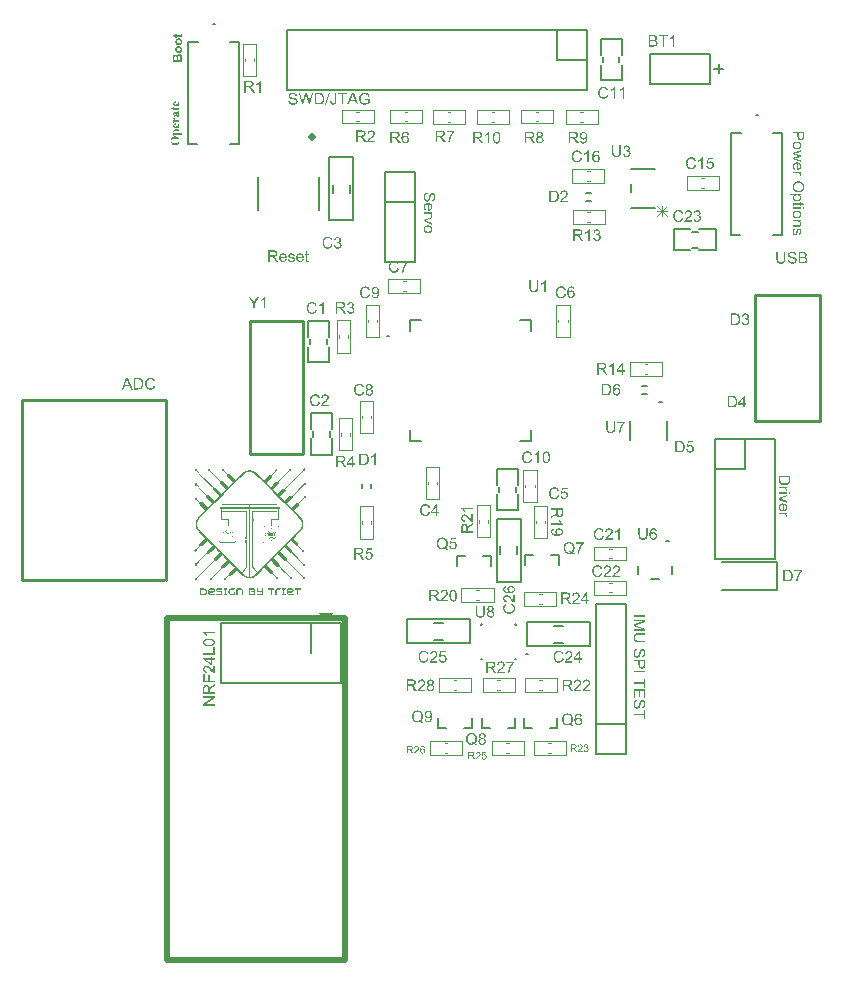
<source format=gto>
G04*
G04 #@! TF.GenerationSoftware,Altium Limited,Altium Designer,20.2.5 (213)*
G04*
G04 Layer_Color=65535*
%FSLAX44Y44*%
%MOMM*%
G71*
G04*
G04 #@! TF.SameCoordinates,282DB418-F996-4F6C-BFF3-864D386B2F46*
G04*
G04*
G04 #@! TF.FilePolarity,Positive*
G04*
G01*
G75*
%ADD10C,0.2000*%
%ADD11C,0.3000*%
%ADD12C,0.2540*%
%ADD13C,0.5080*%
%ADD14C,0.1778*%
%ADD15C,0.1270*%
%ADD16C,0.1016*%
%ADD17C,0.2032*%
%ADD18C,0.1524*%
%ADD19C,0.1500*%
%ADD20C,0.0762*%
G36*
X163546Y347297D02*
X163757D01*
Y347192D01*
X163862D01*
Y347087D01*
X163967D01*
Y346981D01*
X164073D01*
Y346876D01*
Y346771D01*
Y346665D01*
Y346560D01*
Y346455D01*
Y346349D01*
Y346244D01*
Y346139D01*
Y346034D01*
Y345928D01*
X163967D01*
Y345823D01*
X163862D01*
Y345718D01*
X163757D01*
Y345612D01*
X163546D01*
Y345507D01*
X162704D01*
Y345402D01*
X162598D01*
Y345296D01*
X162493D01*
Y345191D01*
X162388D01*
Y345086D01*
X162283D01*
Y344981D01*
X162177D01*
Y344875D01*
X162072D01*
Y344770D01*
X161967D01*
Y344665D01*
X161861D01*
Y344559D01*
X161756D01*
Y344454D01*
X161651D01*
Y344349D01*
X161545D01*
Y344243D01*
X161440D01*
Y344138D01*
X161335D01*
Y344033D01*
X161229D01*
Y343927D01*
X161124D01*
Y343822D01*
X161019D01*
Y343717D01*
X160914D01*
Y343612D01*
X160808D01*
Y343506D01*
X160703D01*
Y343401D01*
X160598D01*
Y343296D01*
X160492D01*
Y343190D01*
X160387D01*
Y343085D01*
X160282D01*
Y342980D01*
X160177D01*
Y342874D01*
X160071D01*
Y342769D01*
X159966D01*
Y342664D01*
X159861D01*
Y342559D01*
X159755D01*
Y342453D01*
X159650D01*
Y342348D01*
X159545D01*
Y342243D01*
X159439D01*
Y342137D01*
X159334D01*
Y342032D01*
X159229D01*
Y341927D01*
X159123D01*
Y341822D01*
X159018D01*
Y341716D01*
X158913D01*
Y341611D01*
X158808D01*
Y341506D01*
X158702D01*
Y341400D01*
X158597D01*
Y341295D01*
X158492D01*
Y341190D01*
X158386D01*
Y341084D01*
X158281D01*
Y340979D01*
X158176D01*
Y340874D01*
X158070D01*
Y340769D01*
X157965D01*
Y340663D01*
X157860D01*
Y340558D01*
X157754D01*
Y340453D01*
X157649D01*
Y340347D01*
X157544D01*
Y340242D01*
X157439D01*
Y340137D01*
X157333D01*
Y340031D01*
X157228D01*
Y339926D01*
X157123D01*
Y339821D01*
X157017D01*
Y339715D01*
X156912D01*
Y339610D01*
X156807D01*
Y339505D01*
X156701D01*
Y339399D01*
X156596D01*
Y339294D01*
X156491D01*
Y339189D01*
X156386D01*
Y339084D01*
X156280D01*
Y338978D01*
X156175D01*
Y338873D01*
X156070D01*
Y338768D01*
X155964D01*
Y338662D01*
X155859D01*
Y338557D01*
X155754D01*
Y338452D01*
X155648D01*
Y338346D01*
X155543D01*
Y338241D01*
X155438D01*
Y338136D01*
X155333D01*
Y338031D01*
X155227D01*
Y337925D01*
X155122D01*
Y337820D01*
X155017D01*
Y337715D01*
X154911D01*
Y337609D01*
X154806D01*
Y337504D01*
X154701D01*
Y337399D01*
X154595D01*
Y337294D01*
X154490D01*
Y337188D01*
X154385D01*
Y337083D01*
X154280D01*
Y336978D01*
X154174D01*
Y336872D01*
X154069D01*
Y336767D01*
X153964D01*
Y336662D01*
X153858D01*
Y336556D01*
X153753D01*
Y336451D01*
X153648D01*
Y336346D01*
X153542D01*
Y336241D01*
X153437D01*
Y336135D01*
X153332D01*
Y336030D01*
X153227D01*
Y335925D01*
X153121D01*
Y335819D01*
X153016D01*
Y335714D01*
X152911D01*
Y335609D01*
X152805D01*
Y335503D01*
X152700D01*
Y335398D01*
X152595D01*
Y335293D01*
X152489D01*
Y335187D01*
X152384D01*
Y335082D01*
X152279D01*
Y334977D01*
X152174D01*
Y334872D01*
X152068D01*
Y334766D01*
X151963D01*
Y334661D01*
X151858D01*
Y334556D01*
X151752D01*
Y334450D01*
X151647D01*
Y334345D01*
X151542D01*
Y334240D01*
X151436D01*
Y334134D01*
X151331D01*
Y334029D01*
X151226D01*
Y333924D01*
X151121D01*
Y333819D01*
X151015D01*
Y333713D01*
X150910D01*
Y333608D01*
X150805D01*
Y333503D01*
X150699D01*
Y333397D01*
X150594D01*
Y333292D01*
X150489D01*
Y333187D01*
X150383D01*
Y333081D01*
X150278D01*
Y332976D01*
X150173D01*
Y332871D01*
X150068D01*
Y332766D01*
X149962D01*
Y332660D01*
X149857D01*
Y332555D01*
X149752D01*
Y332450D01*
X149646D01*
Y332344D01*
X149541D01*
Y332239D01*
X149436D01*
Y332134D01*
X149330D01*
Y332028D01*
X149225D01*
Y331923D01*
X149120D01*
Y331818D01*
X149015D01*
Y331712D01*
X148909D01*
Y331607D01*
X148804D01*
Y331502D01*
X148699D01*
Y331397D01*
X148593D01*
Y331291D01*
X148488D01*
Y331186D01*
X148383D01*
Y331081D01*
X148277D01*
Y330975D01*
X148172D01*
Y330870D01*
X148067D01*
Y330765D01*
X147962D01*
Y330659D01*
X147856D01*
Y330554D01*
X147751D01*
Y330449D01*
X147646D01*
Y330344D01*
X147540D01*
Y330238D01*
X147435D01*
Y330133D01*
X147330D01*
Y330028D01*
X147224D01*
Y329922D01*
X147119D01*
Y329817D01*
Y329712D01*
X147330D01*
Y329607D01*
X147224D01*
Y329501D01*
Y329396D01*
Y329291D01*
Y329185D01*
Y329080D01*
Y328975D01*
Y328869D01*
Y328764D01*
X147330D01*
Y328659D01*
X147224D01*
Y328553D01*
X147119D01*
Y328448D01*
Y328343D01*
Y328237D01*
X147014D01*
Y328132D01*
Y328027D01*
X146908D01*
Y327922D01*
X146803D01*
Y327816D01*
X146698D01*
Y327711D01*
X146593D01*
Y327606D01*
Y327500D01*
X146487D01*
Y327395D01*
X146277D01*
Y327290D01*
X146171D01*
Y327184D01*
X146066D01*
Y327079D01*
X145961D01*
Y326974D01*
X145855D01*
Y326869D01*
X145750D01*
Y326763D01*
Y326658D01*
X145645D01*
Y326553D01*
X145434D01*
Y326447D01*
X145329D01*
Y326342D01*
X145224D01*
Y326237D01*
X145118D01*
Y326132D01*
X145013D01*
Y326026D01*
Y325921D01*
X144908D01*
Y325816D01*
X144802D01*
Y325710D01*
X144592D01*
Y325605D01*
X144487D01*
Y325500D01*
X144381D01*
Y325394D01*
X144276D01*
Y325289D01*
X144171D01*
Y325184D01*
Y325079D01*
X144065D01*
Y324973D01*
X143855D01*
Y324868D01*
X143749D01*
Y324763D01*
X143644D01*
Y324657D01*
X143539D01*
Y324552D01*
X143434D01*
Y324447D01*
X143328D01*
Y324341D01*
Y324236D01*
X143223D01*
Y324131D01*
X143012D01*
Y324025D01*
X142907D01*
Y323920D01*
X142802D01*
Y323815D01*
X142696D01*
Y323709D01*
X142591D01*
Y323604D01*
Y323499D01*
Y323394D01*
Y323288D01*
X142802D01*
Y323183D01*
X142907D01*
Y323078D01*
Y322972D01*
X143012D01*
Y322867D01*
X143118D01*
Y322762D01*
X143223D01*
Y322657D01*
X143328D01*
Y322551D01*
X143539D01*
Y322446D01*
X143644D01*
Y322341D01*
X143749D01*
Y322235D01*
Y322130D01*
X143855D01*
Y322025D01*
X143960D01*
Y321919D01*
X144065D01*
Y321814D01*
X144171D01*
Y321709D01*
X144381D01*
Y321604D01*
X144487D01*
Y321498D01*
X144592D01*
Y321393D01*
Y321288D01*
X144697D01*
Y321182D01*
X144802D01*
Y321077D01*
X144908D01*
Y320972D01*
X145118D01*
Y320866D01*
X145224D01*
Y320761D01*
X145329D01*
Y320656D01*
Y320550D01*
X145434D01*
Y320445D01*
X145540D01*
Y320340D01*
X145645D01*
Y320235D01*
X145750D01*
Y320129D01*
X145961D01*
Y320024D01*
X146066D01*
Y319919D01*
X146171D01*
Y319813D01*
Y319708D01*
X146277D01*
Y319603D01*
X146382D01*
Y319498D01*
X146487D01*
Y319603D01*
X146593D01*
Y319708D01*
X146698D01*
Y319813D01*
X146803D01*
Y319919D01*
X146908D01*
Y320024D01*
X147014D01*
Y320129D01*
X147119D01*
Y320235D01*
X147224D01*
Y320340D01*
X147330D01*
Y320445D01*
X147435D01*
Y320550D01*
X147540D01*
Y320656D01*
X147646D01*
Y320761D01*
X147751D01*
Y320866D01*
X147856D01*
Y320972D01*
X147962D01*
Y321077D01*
X148067D01*
Y321182D01*
X148172D01*
Y321288D01*
X148277D01*
Y321393D01*
X148383D01*
Y321498D01*
X148488D01*
Y321604D01*
X148593D01*
Y321709D01*
X148699D01*
Y321814D01*
X148804D01*
Y321919D01*
X148909D01*
Y322025D01*
X149015D01*
Y322130D01*
X149120D01*
Y322235D01*
X149225D01*
Y322341D01*
X149330D01*
Y322446D01*
X149436D01*
Y322551D01*
X149541D01*
Y322657D01*
X149646D01*
Y322762D01*
X149752D01*
Y322867D01*
X149857D01*
Y322972D01*
X149962D01*
Y323078D01*
X150068D01*
Y323183D01*
X150173D01*
Y323288D01*
X150278D01*
Y323394D01*
X150383D01*
Y323499D01*
X150489D01*
Y323604D01*
X150594D01*
Y323709D01*
X150699D01*
Y323815D01*
X150805D01*
Y323920D01*
X151015D01*
Y324025D01*
X151226D01*
Y324131D01*
X151436D01*
Y324236D01*
X152595D01*
Y324131D01*
X152911D01*
Y324236D01*
X153121D01*
Y324341D01*
X153227D01*
Y324447D01*
X153332D01*
Y324552D01*
Y324657D01*
X153437D01*
Y324763D01*
X153542D01*
Y324868D01*
X153648D01*
Y324973D01*
X153753D01*
Y325079D01*
X153964D01*
Y325184D01*
X154069D01*
Y325289D01*
Y325394D01*
X154174D01*
Y325500D01*
X154280D01*
Y325605D01*
X154385D01*
Y325710D01*
X154490D01*
Y325816D01*
X154701D01*
Y325921D01*
X154806D01*
Y326026D01*
X154911D01*
Y326132D01*
Y326237D01*
X155017D01*
Y326342D01*
X155122D01*
Y326447D01*
X155227D01*
Y326553D01*
X155333D01*
Y326658D01*
X155543D01*
Y326763D01*
X155648D01*
Y326869D01*
X155754D01*
Y326974D01*
Y327079D01*
X155859D01*
Y327184D01*
X155964D01*
Y327290D01*
X156070D01*
Y327395D01*
X156175D01*
Y327500D01*
X156386D01*
Y327606D01*
X156491D01*
Y327711D01*
Y327816D01*
X156596D01*
Y327922D01*
X156701D01*
Y328027D01*
X156807D01*
Y328132D01*
X156912D01*
Y328237D01*
X157123D01*
Y328343D01*
X157228D01*
Y328448D01*
X157333D01*
Y328553D01*
Y328659D01*
X157439D01*
Y328764D01*
X157544D01*
Y328869D01*
X157649D01*
Y328975D01*
X157754D01*
Y329080D01*
X157965D01*
Y329185D01*
X158070D01*
Y329291D01*
Y329396D01*
X158176D01*
Y329501D01*
X158281D01*
Y329607D01*
X158386D01*
Y329712D01*
X158492D01*
Y329817D01*
X158597D01*
Y329922D01*
X158808D01*
Y330028D01*
X158913D01*
Y330133D01*
Y330238D01*
X159018D01*
Y330344D01*
X159123D01*
Y330449D01*
X159229D01*
Y330554D01*
X159334D01*
Y330659D01*
X159545D01*
Y330765D01*
X159650D01*
Y330870D01*
X159755D01*
Y330975D01*
Y331081D01*
X159861D01*
Y331186D01*
X159966D01*
Y331291D01*
X160071D01*
Y331397D01*
X160177D01*
Y331502D01*
X160387D01*
Y331607D01*
X160492D01*
Y331712D01*
Y331818D01*
X160598D01*
Y331923D01*
X160703D01*
Y332028D01*
X160808D01*
Y332134D01*
X160914D01*
Y332239D01*
X161019D01*
Y332344D01*
X161229D01*
Y332450D01*
X161335D01*
Y332555D01*
Y332660D01*
X161440D01*
Y332766D01*
X161545D01*
Y332871D01*
X161651D01*
Y332976D01*
X161756D01*
Y333081D01*
X161967D01*
Y333187D01*
X162072D01*
Y333292D01*
Y333397D01*
X162177D01*
Y333503D01*
X162283D01*
Y333608D01*
X162388D01*
Y333713D01*
X162493D01*
Y333819D01*
X162704D01*
Y333924D01*
Y334029D01*
Y334134D01*
Y334240D01*
Y334345D01*
Y334450D01*
Y334556D01*
Y334661D01*
Y334766D01*
X162809D01*
Y334872D01*
Y334977D01*
Y335082D01*
X162914D01*
Y335187D01*
X163020D01*
Y335293D01*
X163230D01*
Y335398D01*
X163967D01*
Y335293D01*
X164178D01*
Y335187D01*
X164283D01*
Y335082D01*
X164389D01*
Y334977D01*
X164494D01*
Y334872D01*
Y334766D01*
Y334661D01*
X164599D01*
Y334556D01*
Y334450D01*
Y334345D01*
Y334240D01*
X164494D01*
Y334134D01*
Y334029D01*
Y333924D01*
X164389D01*
Y333819D01*
X164283D01*
Y333713D01*
X164178D01*
Y333608D01*
X163967D01*
Y333503D01*
X163020D01*
Y333397D01*
X162914D01*
Y333292D01*
X162809D01*
Y333187D01*
Y333081D01*
X162704D01*
Y332976D01*
X162598D01*
Y332871D01*
X162493D01*
Y332766D01*
X162388D01*
Y332660D01*
X162177D01*
Y332555D01*
X162072D01*
Y332450D01*
Y332344D01*
X161967D01*
Y332239D01*
X161861D01*
Y332134D01*
X161756D01*
Y332028D01*
X161651D01*
Y331923D01*
X161440D01*
Y331818D01*
X161335D01*
Y331712D01*
X161229D01*
Y331607D01*
Y331502D01*
X161124D01*
Y331397D01*
X161019D01*
Y331291D01*
X160914D01*
Y331186D01*
X160808D01*
Y331081D01*
X160598D01*
Y330975D01*
X160492D01*
Y330870D01*
Y330765D01*
X160387D01*
Y330659D01*
X160282D01*
Y330554D01*
X160177D01*
Y330449D01*
X160071D01*
Y330344D01*
X159966D01*
Y330238D01*
X159755D01*
Y330133D01*
X159650D01*
Y330028D01*
Y329922D01*
X159545D01*
Y329817D01*
X159439D01*
Y329712D01*
X159334D01*
Y329607D01*
X159229D01*
Y329501D01*
X159018D01*
Y329396D01*
X158913D01*
Y329291D01*
X158808D01*
Y329185D01*
Y329080D01*
X158702D01*
Y328975D01*
X158597D01*
Y328869D01*
X158492D01*
Y328764D01*
X158386D01*
Y328659D01*
X158176D01*
Y328553D01*
X158070D01*
Y328448D01*
Y328343D01*
X157965D01*
Y328237D01*
X157860D01*
Y328132D01*
X157754D01*
Y328027D01*
X157649D01*
Y327922D01*
X157544D01*
Y327816D01*
X157333D01*
Y327711D01*
X157228D01*
Y327606D01*
Y327500D01*
X157123D01*
Y327395D01*
X157017D01*
Y327290D01*
X156912D01*
Y327184D01*
X156807D01*
Y327079D01*
X156596D01*
Y326974D01*
X156491D01*
Y326869D01*
Y326763D01*
X156386D01*
Y326658D01*
X156280D01*
Y326553D01*
X156175D01*
Y326447D01*
X156070D01*
Y326342D01*
X155964D01*
Y326237D01*
X155754D01*
Y326132D01*
X155648D01*
Y326026D01*
Y325921D01*
X155543D01*
Y325816D01*
X155438D01*
Y325710D01*
X155333D01*
Y325605D01*
X155227D01*
Y325500D01*
X155017D01*
Y325394D01*
X154911D01*
Y325289D01*
X154806D01*
Y325184D01*
Y325079D01*
X154701D01*
Y324973D01*
X154595D01*
Y324868D01*
X154490D01*
Y324763D01*
X154385D01*
Y324657D01*
X154174D01*
Y324552D01*
X154069D01*
Y324447D01*
Y324341D01*
X153964D01*
Y324236D01*
X153858D01*
Y324131D01*
X153753D01*
Y324025D01*
X153648D01*
Y323920D01*
X153542D01*
Y323815D01*
X153332D01*
Y323709D01*
X153227D01*
Y323604D01*
Y323499D01*
Y323394D01*
Y323288D01*
Y323183D01*
Y323078D01*
Y322972D01*
Y322867D01*
Y322762D01*
Y322657D01*
Y322551D01*
X153121D01*
Y322446D01*
Y322341D01*
Y322235D01*
X153016D01*
Y322130D01*
X152911D01*
Y322025D01*
Y321919D01*
X152805D01*
Y321814D01*
X152700D01*
Y321709D01*
Y321604D01*
X152595D01*
Y321498D01*
X152489D01*
Y321393D01*
X152384D01*
Y321288D01*
X152279D01*
Y321182D01*
X152174D01*
Y321077D01*
X152068D01*
Y320972D01*
X151963D01*
Y320866D01*
X151858D01*
Y320761D01*
X151752D01*
Y320656D01*
X151647D01*
Y320550D01*
X151542D01*
Y320445D01*
X151436D01*
Y320340D01*
X151331D01*
Y320235D01*
X151226D01*
Y320129D01*
X151121D01*
Y320024D01*
X151015D01*
Y319919D01*
X150910D01*
Y319813D01*
X150805D01*
Y319708D01*
X150699D01*
Y319603D01*
X150594D01*
Y319498D01*
X150489D01*
Y319392D01*
X150383D01*
Y319287D01*
X150278D01*
Y319182D01*
X150173D01*
Y319076D01*
X150068D01*
Y318971D01*
X149962D01*
Y318866D01*
X149857D01*
Y318760D01*
X149752D01*
Y318655D01*
X149646D01*
Y318550D01*
X149541D01*
Y318444D01*
X149436D01*
Y318339D01*
X149330D01*
Y318234D01*
X149225D01*
Y318129D01*
X149120D01*
Y318023D01*
X149015D01*
Y317918D01*
X148909D01*
Y317813D01*
X148804D01*
Y317707D01*
X148699D01*
Y317602D01*
X148593D01*
Y317497D01*
Y317391D01*
Y317286D01*
X148699D01*
Y317181D01*
X148804D01*
Y317076D01*
X148909D01*
Y316970D01*
X149015D01*
Y316865D01*
X149225D01*
Y316760D01*
X149330D01*
Y316654D01*
Y316549D01*
X149436D01*
Y316444D01*
X149541D01*
Y316338D01*
X149646D01*
Y316233D01*
X149752D01*
Y316128D01*
X149962D01*
Y316022D01*
X150068D01*
Y315917D01*
X150173D01*
Y315812D01*
Y315707D01*
X150278D01*
Y315601D01*
X150383D01*
Y315496D01*
X150489D01*
Y315391D01*
X150594D01*
Y315285D01*
X150805D01*
Y315180D01*
X150910D01*
Y315075D01*
Y314970D01*
X151015D01*
Y314864D01*
X151121D01*
Y314759D01*
X151226D01*
Y314654D01*
X151331D01*
Y314548D01*
X151436D01*
Y314443D01*
X151647D01*
Y314338D01*
X151752D01*
Y314232D01*
Y314127D01*
X151858D01*
Y314022D01*
X151963D01*
Y313916D01*
X152068D01*
Y313811D01*
X152174D01*
Y313706D01*
X152489D01*
Y313811D01*
Y313916D01*
X152595D01*
Y314022D01*
X152700D01*
Y314127D01*
X152805D01*
Y314232D01*
X152911D01*
Y314338D01*
X153016D01*
Y314443D01*
X153121D01*
Y314548D01*
X153227D01*
Y314654D01*
X153332D01*
Y314759D01*
X153437D01*
Y314864D01*
X153542D01*
Y314970D01*
X153648D01*
Y315075D01*
X153753D01*
Y315180D01*
X153858D01*
Y315285D01*
X153964D01*
Y315391D01*
X154069D01*
Y315496D01*
X154174D01*
Y315601D01*
X154280D01*
Y315707D01*
X154385D01*
Y315812D01*
X154490D01*
Y315917D01*
X154595D01*
Y316022D01*
X154701D01*
Y316128D01*
X154806D01*
Y316233D01*
X154911D01*
Y316338D01*
X155017D01*
Y316444D01*
X155122D01*
Y316549D01*
X155227D01*
Y316654D01*
X155333D01*
Y316760D01*
X155438D01*
Y316865D01*
X155543D01*
Y316970D01*
X155648D01*
Y317076D01*
X155754D01*
Y317181D01*
X155859D01*
Y317286D01*
X155964D01*
Y317391D01*
X156070D01*
Y317497D01*
X156175D01*
Y317602D01*
X156280D01*
Y317707D01*
X156386D01*
Y317813D01*
X156491D01*
Y317918D01*
X156596D01*
Y318023D01*
X156807D01*
Y318129D01*
X156912D01*
Y318234D01*
X157123D01*
Y318339D01*
X157439D01*
Y318444D01*
X158597D01*
Y318550D01*
X158702D01*
Y318655D01*
X158808D01*
Y318760D01*
X158913D01*
Y318866D01*
X159018D01*
Y318971D01*
X159123D01*
Y319076D01*
X159229D01*
Y319182D01*
X159334D01*
Y319287D01*
X159439D01*
Y319392D01*
X159545D01*
Y319498D01*
X159650D01*
Y319603D01*
X159755D01*
Y319708D01*
X159861D01*
Y319813D01*
X159966D01*
Y319919D01*
X160071D01*
Y320024D01*
X160177D01*
Y320129D01*
X160282D01*
Y320235D01*
X160387D01*
Y320340D01*
X160492D01*
Y320445D01*
X160598D01*
Y320550D01*
X160703D01*
Y320656D01*
X160808D01*
Y320761D01*
X160914D01*
Y320866D01*
X161019D01*
Y320972D01*
X161124D01*
Y321077D01*
X161229D01*
Y321182D01*
X161335D01*
Y321288D01*
X161440D01*
Y321393D01*
X161545D01*
Y321498D01*
X161651D01*
Y321604D01*
X161756D01*
Y321709D01*
X161861D01*
Y321814D01*
X161967D01*
Y321919D01*
X162072D01*
Y322025D01*
X162177D01*
Y322130D01*
X162283D01*
Y322235D01*
X162388D01*
Y322341D01*
X162493D01*
Y322446D01*
X162598D01*
Y322551D01*
X162704D01*
Y322657D01*
Y322762D01*
Y322867D01*
Y322972D01*
Y323078D01*
Y323183D01*
Y323288D01*
Y323394D01*
Y323499D01*
X162809D01*
Y323604D01*
X162914D01*
Y323709D01*
Y323815D01*
X163020D01*
Y323920D01*
X163230D01*
Y324025D01*
X163967D01*
Y323920D01*
X164178D01*
Y323815D01*
X164283D01*
Y323709D01*
X164389D01*
Y323604D01*
X164494D01*
Y323499D01*
Y323394D01*
Y323288D01*
X164599D01*
Y323183D01*
Y323078D01*
Y322972D01*
Y322867D01*
X164494D01*
Y322762D01*
Y322657D01*
Y322551D01*
Y322446D01*
X164283D01*
Y322341D01*
X164178D01*
Y322235D01*
X163967D01*
Y322130D01*
X163335D01*
Y322235D01*
X163125D01*
Y322130D01*
X163020D01*
Y322025D01*
X162914D01*
Y321919D01*
X162809D01*
Y321814D01*
X162704D01*
Y321709D01*
X162598D01*
Y321604D01*
X162493D01*
Y321498D01*
X162388D01*
Y321393D01*
X162283D01*
Y321288D01*
X162177D01*
Y321182D01*
X162072D01*
Y321077D01*
X161967D01*
Y320972D01*
X161861D01*
Y320866D01*
X161756D01*
Y320761D01*
X161651D01*
Y320656D01*
X161545D01*
Y320550D01*
X161440D01*
Y320445D01*
X161335D01*
Y320340D01*
X161229D01*
Y320235D01*
X161124D01*
Y320129D01*
X161019D01*
Y320024D01*
X160914D01*
Y319919D01*
X160808D01*
Y319813D01*
X160703D01*
Y319708D01*
X160598D01*
Y319603D01*
X160492D01*
Y319498D01*
X160387D01*
Y319392D01*
X160282D01*
Y319287D01*
X160177D01*
Y319182D01*
X160071D01*
Y319076D01*
X159966D01*
Y318971D01*
X159861D01*
Y318866D01*
X159755D01*
Y318760D01*
X159650D01*
Y318655D01*
X159545D01*
Y318550D01*
X159439D01*
Y318444D01*
X159334D01*
Y318339D01*
X159229D01*
Y318234D01*
X159123D01*
Y318129D01*
X159018D01*
Y318023D01*
Y317918D01*
Y317813D01*
Y317707D01*
Y317602D01*
X159123D01*
Y317497D01*
Y317391D01*
Y317286D01*
Y317181D01*
Y317076D01*
Y316970D01*
Y316865D01*
X159018D01*
Y316760D01*
Y316654D01*
Y316549D01*
X158913D01*
Y316444D01*
Y316338D01*
Y316233D01*
X158808D01*
Y316128D01*
X158702D01*
Y316022D01*
Y315917D01*
X158597D01*
Y315812D01*
X158492D01*
Y315707D01*
X158386D01*
Y315601D01*
X158281D01*
Y315496D01*
X158176D01*
Y315391D01*
X158070D01*
Y315285D01*
X157965D01*
Y315180D01*
X157860D01*
Y315075D01*
X157754D01*
Y314970D01*
X157649D01*
Y314864D01*
X157544D01*
Y314759D01*
X157439D01*
Y314654D01*
X157333D01*
Y314548D01*
X157228D01*
Y314443D01*
X157123D01*
Y314338D01*
X157017D01*
Y314232D01*
X156912D01*
Y314127D01*
X156807D01*
Y314022D01*
X156701D01*
Y313916D01*
X156596D01*
Y313811D01*
X156491D01*
Y313706D01*
X156386D01*
Y313601D01*
X156280D01*
Y313495D01*
X156175D01*
Y313390D01*
X156070D01*
Y313285D01*
X155964D01*
Y313179D01*
X155859D01*
Y313074D01*
X155754D01*
Y312969D01*
X155648D01*
Y312864D01*
X155543D01*
Y312758D01*
X155438D01*
Y312653D01*
X155333D01*
Y312547D01*
X155227D01*
Y312442D01*
X155122D01*
Y312337D01*
X155017D01*
Y312232D01*
X154911D01*
Y312126D01*
X154806D01*
Y312021D01*
X154701D01*
Y311916D01*
X154595D01*
Y311810D01*
X154385D01*
Y311705D01*
Y311600D01*
Y311495D01*
X154490D01*
Y311389D01*
X154595D01*
Y311284D01*
X154806D01*
Y311179D01*
X154911D01*
Y311073D01*
Y310968D01*
X155017D01*
Y310863D01*
X155122D01*
Y310757D01*
X155227D01*
Y310652D01*
X155333D01*
Y310547D01*
X155438D01*
Y310441D01*
X155648D01*
Y310336D01*
X155754D01*
Y310231D01*
Y310126D01*
X155859D01*
Y310020D01*
X155964D01*
Y309915D01*
X156070D01*
Y309810D01*
X156175D01*
Y309704D01*
X156280D01*
Y309599D01*
X156491D01*
Y309494D01*
Y309389D01*
X156596D01*
Y309283D01*
X156701D01*
Y309178D01*
X156807D01*
Y309073D01*
X156912D01*
Y308967D01*
X157017D01*
Y308862D01*
X157228D01*
Y308757D01*
X157333D01*
Y308651D01*
Y308546D01*
X157439D01*
Y308441D01*
X157544D01*
Y308335D01*
X157649D01*
Y308230D01*
X157754D01*
Y308125D01*
X157860D01*
Y308020D01*
X158070D01*
Y307914D01*
Y307809D01*
X158176D01*
Y307704D01*
X158281D01*
Y307598D01*
X158386D01*
Y307493D01*
X158492D01*
Y307388D01*
X158597D01*
Y307282D01*
X158702D01*
Y307177D01*
X158913D01*
Y307072D01*
Y306966D01*
X159018D01*
Y306861D01*
X159123D01*
Y306756D01*
X159229D01*
Y306651D01*
X159334D01*
Y306545D01*
X159439D01*
Y306440D01*
X159545D01*
Y306335D01*
X159650D01*
Y306229D01*
X159755D01*
Y306124D01*
X159861D01*
Y306019D01*
X159966D01*
Y305914D01*
X160071D01*
Y305808D01*
X160177D01*
Y305703D01*
X160282D01*
Y305598D01*
X160387D01*
Y305492D01*
X160492D01*
Y305387D01*
X160598D01*
Y305282D01*
X160703D01*
Y305176D01*
Y305071D01*
X160914D01*
Y304966D01*
Y304860D01*
X161019D01*
Y304755D01*
X161124D01*
Y304650D01*
X161229D01*
Y304545D01*
Y304439D01*
X161335D01*
Y304334D01*
Y304229D01*
X161440D01*
Y304123D01*
Y304018D01*
X161545D01*
Y303913D01*
Y303808D01*
X161651D01*
Y303702D01*
Y303597D01*
X161756D01*
Y303492D01*
X161861D01*
Y303386D01*
Y303281D01*
X161967D01*
Y303176D01*
Y303070D01*
Y302965D01*
X162072D01*
Y302860D01*
Y302754D01*
Y302649D01*
Y302544D01*
X162177D01*
Y302439D01*
Y302333D01*
Y302228D01*
X162283D01*
Y302123D01*
Y302017D01*
Y301912D01*
Y301807D01*
X162388D01*
Y301702D01*
Y301596D01*
Y301491D01*
Y301386D01*
Y301280D01*
Y301175D01*
Y301070D01*
X162493D01*
Y300964D01*
Y300859D01*
Y300754D01*
Y300648D01*
Y300543D01*
Y300438D01*
Y300333D01*
Y300227D01*
Y300122D01*
Y300017D01*
Y299911D01*
Y299806D01*
Y299701D01*
Y299595D01*
Y299490D01*
Y299385D01*
Y299279D01*
Y299174D01*
Y299069D01*
X162388D01*
Y298964D01*
Y298858D01*
Y298753D01*
Y298648D01*
Y298542D01*
Y298437D01*
Y298332D01*
X162283D01*
Y298227D01*
Y298121D01*
Y298016D01*
Y297911D01*
Y297805D01*
X162177D01*
Y297700D01*
Y297595D01*
Y297489D01*
X162072D01*
Y297384D01*
Y297279D01*
Y297174D01*
Y297068D01*
X161967D01*
Y296963D01*
Y296858D01*
X161861D01*
Y296752D01*
Y296647D01*
Y296542D01*
X161756D01*
Y296436D01*
X161651D01*
Y296331D01*
Y296226D01*
X161545D01*
Y296120D01*
Y296015D01*
X161440D01*
Y295910D01*
Y295805D01*
X161335D01*
Y295699D01*
X161229D01*
Y295594D01*
Y295489D01*
X161124D01*
Y295383D01*
Y295278D01*
X161019D01*
Y295173D01*
X160914D01*
Y295067D01*
Y294962D01*
X160808D01*
Y294857D01*
X160598D01*
Y294751D01*
Y294646D01*
X160492D01*
Y294541D01*
X160387D01*
Y294436D01*
X160282D01*
Y294330D01*
X160177D01*
Y294225D01*
X160071D01*
Y294120D01*
X159966D01*
Y294014D01*
X159861D01*
Y293909D01*
X159755D01*
Y293804D01*
X159650D01*
Y293699D01*
X159545D01*
Y293593D01*
X159439D01*
Y293488D01*
X159334D01*
Y293383D01*
X159229D01*
Y293277D01*
X159123D01*
Y293172D01*
X159018D01*
Y293067D01*
X158913D01*
Y292961D01*
Y292856D01*
X158702D01*
Y292751D01*
X158597D01*
Y292645D01*
X158492D01*
Y292540D01*
X158386D01*
Y292435D01*
X158281D01*
Y292330D01*
X158176D01*
Y292224D01*
X158070D01*
Y292119D01*
Y292014D01*
X157860D01*
Y291908D01*
X157754D01*
Y291803D01*
X157649D01*
Y291698D01*
X157544D01*
Y291593D01*
X157439D01*
Y291487D01*
X157333D01*
Y291382D01*
Y291277D01*
X157228D01*
Y291171D01*
X157017D01*
Y291066D01*
X156912D01*
Y290961D01*
X156807D01*
Y290855D01*
X156701D01*
Y290750D01*
X156596D01*
Y290645D01*
X156491D01*
Y290539D01*
Y290434D01*
X156280D01*
Y290329D01*
X156175D01*
Y290224D01*
X156070D01*
Y290118D01*
X155964D01*
Y290013D01*
X155859D01*
Y289908D01*
X155754D01*
Y289802D01*
Y289697D01*
X155648D01*
Y289592D01*
X155438D01*
Y289486D01*
X155333D01*
Y289381D01*
X155227D01*
Y289276D01*
X155122D01*
Y289170D01*
X155017D01*
Y289065D01*
X154911D01*
Y288960D01*
Y288855D01*
X154806D01*
Y288749D01*
X154595D01*
Y288644D01*
X154490D01*
Y288539D01*
X154385D01*
Y288433D01*
X154280D01*
Y288328D01*
X154174D01*
Y288223D01*
X154069D01*
Y288118D01*
Y288012D01*
X153858D01*
Y287907D01*
Y287802D01*
Y287696D01*
Y287591D01*
X154069D01*
Y287486D01*
X154174D01*
Y287380D01*
X154280D01*
Y287275D01*
X154385D01*
Y287170D01*
X154490D01*
Y287064D01*
X154595D01*
Y286959D01*
X154701D01*
Y286854D01*
X154806D01*
Y286749D01*
X154911D01*
Y286643D01*
X155017D01*
Y286538D01*
X155122D01*
Y286433D01*
X155227D01*
Y286327D01*
X155333D01*
Y286222D01*
X155438D01*
Y286117D01*
X155543D01*
Y286012D01*
X155648D01*
Y285906D01*
X155754D01*
Y285801D01*
X155859D01*
Y285696D01*
X155964D01*
Y285590D01*
X156070D01*
Y285485D01*
X156175D01*
Y285380D01*
X156280D01*
Y285274D01*
X156386D01*
Y285169D01*
X156491D01*
Y285064D01*
X156596D01*
Y284958D01*
X156701D01*
Y284853D01*
X156807D01*
Y284748D01*
X156912D01*
Y284643D01*
X157017D01*
Y284537D01*
X157123D01*
Y284432D01*
X157228D01*
Y284327D01*
X157333D01*
Y284221D01*
X157439D01*
Y284116D01*
X157544D01*
Y284011D01*
X157649D01*
Y283905D01*
X157754D01*
Y283800D01*
X157860D01*
Y283695D01*
Y283589D01*
X157965D01*
Y283484D01*
Y283379D01*
X158070D01*
Y283274D01*
Y283168D01*
Y283063D01*
X158176D01*
Y282958D01*
Y282852D01*
Y282747D01*
Y282642D01*
Y282537D01*
Y282431D01*
Y282326D01*
X158070D01*
Y282221D01*
Y282115D01*
Y282010D01*
X158176D01*
Y281905D01*
X158386D01*
Y281799D01*
X158492D01*
Y281694D01*
X158597D01*
Y281589D01*
X158702D01*
Y281483D01*
X158808D01*
Y281378D01*
X158913D01*
Y281273D01*
X159018D01*
Y281168D01*
X159123D01*
Y281062D01*
X159229D01*
Y280957D01*
X159334D01*
Y280852D01*
X159439D01*
Y280746D01*
X159545D01*
Y280641D01*
X159650D01*
Y280536D01*
X159755D01*
Y280431D01*
X159861D01*
Y280325D01*
X159966D01*
Y280220D01*
X160071D01*
Y280115D01*
X160177D01*
Y280009D01*
X160282D01*
Y279904D01*
X160387D01*
Y279799D01*
X160492D01*
Y279693D01*
X160598D01*
Y279588D01*
X160703D01*
Y279483D01*
X160808D01*
Y279377D01*
X160914D01*
Y279272D01*
X161019D01*
Y279167D01*
X161124D01*
Y279062D01*
X161229D01*
Y278956D01*
X161335D01*
Y278851D01*
X161440D01*
Y278746D01*
X161545D01*
Y278640D01*
X161651D01*
Y278535D01*
X161756D01*
Y278430D01*
X161861D01*
Y278324D01*
X161967D01*
Y278219D01*
X162072D01*
Y278114D01*
X162704D01*
Y278008D01*
X162914D01*
Y277903D01*
X163020D01*
Y277798D01*
X163125D01*
Y277693D01*
X163230D01*
Y277587D01*
Y277482D01*
Y277377D01*
Y277271D01*
X163335D01*
Y277166D01*
Y277061D01*
X163230D01*
Y276956D01*
Y276850D01*
Y276745D01*
Y276640D01*
X163125D01*
Y276534D01*
X163020D01*
Y276429D01*
X162809D01*
Y276324D01*
X162704D01*
Y276218D01*
X162072D01*
Y276324D01*
X161967D01*
Y276429D01*
X161861D01*
Y276534D01*
X161651D01*
Y276640D01*
Y276745D01*
X161545D01*
Y276850D01*
Y276956D01*
X161440D01*
Y277061D01*
Y277166D01*
Y277271D01*
Y277377D01*
X161545D01*
Y277482D01*
Y277587D01*
Y277693D01*
Y277798D01*
X161440D01*
Y277903D01*
Y278008D01*
X161335D01*
Y278114D01*
X161229D01*
Y278219D01*
X161124D01*
Y278324D01*
X160914D01*
Y278430D01*
X160808D01*
Y278535D01*
X160703D01*
Y278640D01*
X160598D01*
Y278746D01*
Y278851D01*
X160492D01*
Y278956D01*
X160387D01*
Y279062D01*
X160177D01*
Y279167D01*
X160071D01*
Y279272D01*
X159966D01*
Y279377D01*
X159861D01*
Y279483D01*
Y279588D01*
X159755D01*
Y279693D01*
X159650D01*
Y279799D01*
X159545D01*
Y279904D01*
X159334D01*
Y280009D01*
X159229D01*
Y280115D01*
X159123D01*
Y280220D01*
X159018D01*
Y280325D01*
Y280431D01*
X158913D01*
Y280536D01*
X158808D01*
Y280641D01*
X158702D01*
Y280746D01*
X158492D01*
Y280852D01*
X158386D01*
Y280957D01*
X158281D01*
Y281062D01*
Y281168D01*
X158176D01*
Y281273D01*
X158070D01*
Y281378D01*
X157965D01*
Y281483D01*
X157754D01*
Y281589D01*
X157649D01*
Y281694D01*
X157439D01*
Y281589D01*
X156701D01*
Y281694D01*
X156386D01*
Y281799D01*
X156280D01*
Y281905D01*
X156070D01*
Y282010D01*
X155964D01*
Y282115D01*
X155754D01*
Y282221D01*
X155648D01*
Y282326D01*
X155543D01*
Y282431D01*
X155438D01*
Y282537D01*
X155333D01*
Y282642D01*
X155227D01*
Y282747D01*
X155122D01*
Y282852D01*
X155017D01*
Y282958D01*
X154911D01*
Y283063D01*
X154806D01*
Y283168D01*
X154701D01*
Y283274D01*
X154595D01*
Y283379D01*
X154490D01*
Y283484D01*
X154385D01*
Y283589D01*
X154280D01*
Y283695D01*
X154174D01*
Y283800D01*
X154069D01*
Y283905D01*
X153964D01*
Y284011D01*
X153858D01*
Y284116D01*
X153753D01*
Y284221D01*
X153648D01*
Y284327D01*
X153542D01*
Y284432D01*
X153437D01*
Y284537D01*
X153332D01*
Y284643D01*
X153227D01*
Y284748D01*
X153121D01*
Y284853D01*
X153016D01*
Y284958D01*
X152911D01*
Y285064D01*
X152805D01*
Y285169D01*
X152700D01*
Y285274D01*
X152595D01*
Y285380D01*
X152489D01*
Y285485D01*
X152384D01*
Y285590D01*
X152279D01*
Y285696D01*
X152174D01*
Y285801D01*
Y285906D01*
X151752D01*
Y285801D01*
Y285696D01*
X151647D01*
Y285590D01*
X151436D01*
Y285485D01*
X151331D01*
Y285380D01*
X151226D01*
Y285274D01*
X151121D01*
Y285169D01*
X151015D01*
Y285064D01*
X150910D01*
Y284958D01*
Y284853D01*
X150805D01*
Y284748D01*
X150594D01*
Y284643D01*
X150489D01*
Y284537D01*
X150383D01*
Y284432D01*
X150278D01*
Y284327D01*
X150173D01*
Y284221D01*
Y284116D01*
X150068D01*
Y284011D01*
X149962D01*
Y283905D01*
X149752D01*
Y283800D01*
X149646D01*
Y283695D01*
X149541D01*
Y283589D01*
X149436D01*
Y283484D01*
X149330D01*
Y283379D01*
Y283274D01*
X149225D01*
Y283168D01*
X149015D01*
Y283063D01*
X148909D01*
Y282958D01*
X148804D01*
Y282852D01*
X148699D01*
Y282747D01*
X148593D01*
Y282642D01*
X148488D01*
Y282537D01*
Y282431D01*
Y282326D01*
X148593D01*
Y282221D01*
X148699D01*
Y282115D01*
X148804D01*
Y282010D01*
Y281905D01*
X148909D01*
Y281799D01*
X149120D01*
Y281694D01*
X149225D01*
Y281589D01*
X149330D01*
Y281483D01*
X149436D01*
Y281378D01*
X149541D01*
Y281273D01*
X149646D01*
Y281168D01*
Y281062D01*
X149857D01*
Y280957D01*
X149962D01*
Y280852D01*
X150068D01*
Y280746D01*
X150173D01*
Y280641D01*
X150278D01*
Y280536D01*
X150383D01*
Y280431D01*
X150489D01*
Y280325D01*
Y280220D01*
X150699D01*
Y280115D01*
X150805D01*
Y280009D01*
X150910D01*
Y279904D01*
X151015D01*
Y279799D01*
X151121D01*
Y279693D01*
X151226D01*
Y279588D01*
Y279483D01*
X151331D01*
Y279377D01*
X151542D01*
Y279272D01*
X151647D01*
Y279167D01*
X151752D01*
Y279062D01*
X151858D01*
Y278956D01*
X151963D01*
Y278851D01*
X152068D01*
Y278746D01*
Y278640D01*
X152279D01*
Y278535D01*
X152384D01*
Y278430D01*
Y278324D01*
X152489D01*
Y278219D01*
X152595D01*
Y278114D01*
Y278008D01*
Y277903D01*
X152700D01*
Y277798D01*
Y277693D01*
X152805D01*
Y277587D01*
Y277482D01*
Y277377D01*
Y277271D01*
Y277166D01*
Y277061D01*
Y276956D01*
Y276850D01*
Y276745D01*
X152700D01*
Y276640D01*
Y276534D01*
X152911D01*
Y276429D01*
X153016D01*
Y276324D01*
X153121D01*
Y276218D01*
X153227D01*
Y276113D01*
X153332D01*
Y276008D01*
X153437D01*
Y275903D01*
X153542D01*
Y275797D01*
X153648D01*
Y275692D01*
X153753D01*
Y275587D01*
X153858D01*
Y275481D01*
X153964D01*
Y275376D01*
X154069D01*
Y275271D01*
X154174D01*
Y275165D01*
X154280D01*
Y275060D01*
X154385D01*
Y274955D01*
X154490D01*
Y274849D01*
X154595D01*
Y274744D01*
X154701D01*
Y274639D01*
X154806D01*
Y274534D01*
X154911D01*
Y274428D01*
X155017D01*
Y274323D01*
X155122D01*
Y274218D01*
X155227D01*
Y274112D01*
X155333D01*
Y274007D01*
X155438D01*
Y273902D01*
X155543D01*
Y273797D01*
X155648D01*
Y273691D01*
X155754D01*
Y273586D01*
X155859D01*
Y273480D01*
X155964D01*
Y273375D01*
X156070D01*
Y273270D01*
X156175D01*
Y273165D01*
X156280D01*
Y273059D01*
X156386D01*
Y272954D01*
X156491D01*
Y272849D01*
X156596D01*
Y272743D01*
X156701D01*
Y272638D01*
X156807D01*
Y272533D01*
X156912D01*
Y272428D01*
X157017D01*
Y272322D01*
X157123D01*
Y272217D01*
X157228D01*
Y272112D01*
X157333D01*
Y272006D01*
X157439D01*
Y271901D01*
X157544D01*
Y271796D01*
X157649D01*
Y271690D01*
X157754D01*
Y271585D01*
X157860D01*
Y271480D01*
X157965D01*
Y271374D01*
X158070D01*
Y271269D01*
X158176D01*
Y271164D01*
X158281D01*
Y271059D01*
X158386D01*
Y270953D01*
X158492D01*
Y270848D01*
X158597D01*
Y270743D01*
X158702D01*
Y270637D01*
X158808D01*
Y270532D01*
X158913D01*
Y270427D01*
X159018D01*
Y270322D01*
X159123D01*
Y270216D01*
X159229D01*
Y270111D01*
X159334D01*
Y270006D01*
X159439D01*
Y269900D01*
X159545D01*
Y269795D01*
X159650D01*
Y269690D01*
X159755D01*
Y269584D01*
X159861D01*
Y269479D01*
X159966D01*
Y269374D01*
X160071D01*
Y269268D01*
X160177D01*
Y269163D01*
X160282D01*
Y269058D01*
X160387D01*
Y268953D01*
X160492D01*
Y268847D01*
X160598D01*
Y268742D01*
X160703D01*
Y268637D01*
X160808D01*
Y268531D01*
X160914D01*
Y268426D01*
X161019D01*
Y268321D01*
X161124D01*
Y268215D01*
X161229D01*
Y268110D01*
X161335D01*
Y268005D01*
X161440D01*
Y267899D01*
X161545D01*
Y267794D01*
X161651D01*
Y267689D01*
X161756D01*
Y267584D01*
X161861D01*
Y267478D01*
X161967D01*
Y267373D01*
X162072D01*
Y267268D01*
X162177D01*
Y267162D01*
X162283D01*
Y267057D01*
X162388D01*
Y266952D01*
Y266847D01*
X162809D01*
Y266952D01*
X163125D01*
Y266847D01*
X163230D01*
Y266741D01*
X163546D01*
Y266636D01*
X163651D01*
Y266531D01*
X163757D01*
Y266425D01*
Y266320D01*
Y266215D01*
X163862D01*
Y266109D01*
Y266004D01*
Y265899D01*
Y265793D01*
Y265688D01*
X163757D01*
Y265583D01*
Y265478D01*
Y265372D01*
X163651D01*
Y265267D01*
X163441D01*
Y265162D01*
X163125D01*
Y265056D01*
X163020D01*
Y264951D01*
X162914D01*
Y265056D01*
X162809D01*
Y265162D01*
X162493D01*
Y265267D01*
X162283D01*
Y265372D01*
Y265478D01*
X162177D01*
Y265583D01*
X162072D01*
Y265688D01*
Y265793D01*
Y265899D01*
Y266004D01*
Y266109D01*
Y266215D01*
Y266320D01*
Y266425D01*
Y266531D01*
X161861D01*
Y266636D01*
Y266741D01*
X161756D01*
Y266847D01*
X161651D01*
Y266952D01*
X161440D01*
Y267057D01*
X161335D01*
Y267162D01*
X161229D01*
Y267268D01*
X161124D01*
Y267373D01*
X161019D01*
Y267478D01*
Y267584D01*
X160914D01*
Y267689D01*
X160808D01*
Y267794D01*
X160598D01*
Y267899D01*
X160492D01*
Y268005D01*
X160387D01*
Y268110D01*
X160282D01*
Y268215D01*
Y268321D01*
X160177D01*
Y268426D01*
X160071D01*
Y268531D01*
X159966D01*
Y268637D01*
X159755D01*
Y268742D01*
X159650D01*
Y268847D01*
X159545D01*
Y268953D01*
X159439D01*
Y269058D01*
Y269163D01*
X159334D01*
Y269268D01*
X159229D01*
Y269374D01*
X159018D01*
Y269479D01*
X158913D01*
Y269584D01*
X158808D01*
Y269690D01*
X158702D01*
Y269795D01*
Y269900D01*
X158597D01*
Y270006D01*
X158492D01*
Y270111D01*
X158386D01*
Y270216D01*
X158176D01*
Y270322D01*
X158070D01*
Y270427D01*
X157965D01*
Y270532D01*
X157860D01*
Y270637D01*
Y270743D01*
X157754D01*
Y270848D01*
X157649D01*
Y270953D01*
X157544D01*
Y271059D01*
X157333D01*
Y271164D01*
X157228D01*
Y271269D01*
X157123D01*
Y271374D01*
Y271480D01*
X157017D01*
Y271585D01*
X156912D01*
Y271690D01*
X156807D01*
Y271796D01*
X156596D01*
Y271901D01*
X156491D01*
Y272006D01*
X156386D01*
Y272112D01*
X156280D01*
Y272217D01*
Y272322D01*
X156175D01*
Y272428D01*
X156070D01*
Y272533D01*
X155964D01*
Y272638D01*
X155754D01*
Y272743D01*
X155648D01*
Y272849D01*
X155543D01*
Y272954D01*
X155438D01*
Y273059D01*
Y273165D01*
X155333D01*
Y273270D01*
X155227D01*
Y273375D01*
X155122D01*
Y273480D01*
X154911D01*
Y273586D01*
X154806D01*
Y273691D01*
X154701D01*
Y273797D01*
Y273902D01*
X154595D01*
Y274007D01*
X154490D01*
Y274112D01*
X154385D01*
Y274218D01*
X154174D01*
Y274323D01*
X154069D01*
Y274428D01*
X153964D01*
Y274534D01*
X153858D01*
Y274639D01*
Y274744D01*
X153753D01*
Y274849D01*
X153648D01*
Y274955D01*
X153542D01*
Y275060D01*
X153332D01*
Y275165D01*
X153227D01*
Y275271D01*
X153121D01*
Y275376D01*
Y275481D01*
X153016D01*
Y275587D01*
X152911D01*
Y275692D01*
X152805D01*
Y275797D01*
X152700D01*
Y275903D01*
X152489D01*
Y276008D01*
Y276113D01*
X152068D01*
Y276008D01*
X151436D01*
Y276113D01*
X151121D01*
Y276218D01*
X150910D01*
Y276324D01*
X150805D01*
Y276429D01*
X150594D01*
Y276534D01*
X150489D01*
Y276640D01*
X150383D01*
Y276745D01*
X150278D01*
Y276850D01*
X150173D01*
Y276956D01*
X150068D01*
Y277061D01*
X149962D01*
Y277166D01*
X149857D01*
Y277271D01*
X149752D01*
Y277377D01*
X149646D01*
Y277482D01*
X149541D01*
Y277587D01*
X149436D01*
Y277693D01*
X149330D01*
Y277798D01*
X149225D01*
Y277903D01*
X149120D01*
Y278008D01*
X149015D01*
Y278114D01*
X148909D01*
Y278219D01*
X148804D01*
Y278324D01*
X148699D01*
Y278430D01*
X148593D01*
Y278535D01*
X148488D01*
Y278640D01*
X148383D01*
Y278746D01*
X148277D01*
Y278851D01*
X148172D01*
Y278956D01*
X148067D01*
Y279062D01*
X147962D01*
Y279167D01*
X147856D01*
Y279272D01*
X147751D01*
Y279377D01*
X147646D01*
Y279483D01*
X147540D01*
Y279588D01*
X147435D01*
Y279693D01*
X147330D01*
Y279799D01*
X147224D01*
Y279904D01*
X147119D01*
Y280009D01*
X147014D01*
Y280115D01*
X146908D01*
Y280220D01*
X146803D01*
Y280325D01*
X146698D01*
Y280431D01*
X146593D01*
Y280536D01*
X146382D01*
Y280431D01*
X146277D01*
Y280325D01*
X146171D01*
Y280220D01*
Y280115D01*
X146066D01*
Y280009D01*
X145961D01*
Y279904D01*
X145750D01*
Y279799D01*
X145645D01*
Y279693D01*
X145540D01*
Y279588D01*
X145434D01*
Y279483D01*
X145329D01*
Y279377D01*
Y279272D01*
X145224D01*
Y279167D01*
X145118D01*
Y279062D01*
X144908D01*
Y278956D01*
X144802D01*
Y278851D01*
X144697D01*
Y278746D01*
X144592D01*
Y278640D01*
Y278535D01*
X144487D01*
Y278430D01*
X144381D01*
Y278324D01*
X144171D01*
Y278219D01*
X144065D01*
Y278114D01*
X143960D01*
Y278008D01*
X143855D01*
Y277903D01*
X143749D01*
Y277798D01*
Y277693D01*
X143644D01*
Y277587D01*
X143539D01*
Y277482D01*
X143328D01*
Y277377D01*
X143223D01*
Y277271D01*
X143118D01*
Y277166D01*
X143012D01*
Y277061D01*
X142907D01*
Y276956D01*
Y276850D01*
Y276745D01*
X143012D01*
Y276640D01*
X143118D01*
Y276534D01*
X143223D01*
Y276429D01*
X143328D01*
Y276324D01*
X143434D01*
Y276218D01*
X143539D01*
Y276113D01*
X143644D01*
Y276008D01*
X143749D01*
Y275903D01*
X143855D01*
Y275797D01*
X143960D01*
Y275692D01*
X144065D01*
Y275587D01*
X144171D01*
Y275481D01*
X144276D01*
Y275376D01*
X144381D01*
Y275271D01*
X144487D01*
Y275165D01*
X144592D01*
Y275060D01*
X144697D01*
Y274955D01*
X144802D01*
Y274849D01*
X144908D01*
Y274744D01*
X145013D01*
Y274639D01*
X145118D01*
Y274534D01*
X145224D01*
Y274428D01*
X145329D01*
Y274323D01*
X145434D01*
Y274218D01*
X145540D01*
Y274112D01*
X145645D01*
Y274007D01*
X145750D01*
Y273902D01*
X145855D01*
Y273797D01*
X145961D01*
Y273691D01*
X146066D01*
Y273586D01*
X146171D01*
Y273480D01*
X146277D01*
Y273375D01*
X146382D01*
Y273270D01*
X146487D01*
Y273165D01*
X146593D01*
Y273059D01*
X146698D01*
Y272954D01*
X146803D01*
Y272849D01*
X146908D01*
Y272743D01*
X147014D01*
Y272638D01*
X147119D01*
Y272533D01*
X147224D01*
Y272428D01*
X147330D01*
Y272322D01*
X147435D01*
Y272217D01*
X147540D01*
Y272112D01*
X147646D01*
Y272006D01*
X147751D01*
Y271901D01*
Y271796D01*
X147856D01*
Y271690D01*
X147962D01*
Y271585D01*
Y271480D01*
X148067D01*
Y271374D01*
Y271269D01*
X148172D01*
Y271164D01*
Y271059D01*
Y270953D01*
X148277D01*
Y270848D01*
Y270743D01*
Y270637D01*
Y270532D01*
Y270427D01*
Y270322D01*
Y270216D01*
X148172D01*
Y270111D01*
Y270006D01*
Y269900D01*
Y269795D01*
Y269690D01*
X148277D01*
Y269584D01*
X148383D01*
Y269479D01*
X148488D01*
Y269374D01*
X148593D01*
Y269268D01*
X148699D01*
Y269163D01*
X148804D01*
Y269058D01*
X148909D01*
Y268953D01*
X149015D01*
Y268847D01*
X149120D01*
Y268742D01*
X149225D01*
Y268637D01*
X149330D01*
Y268531D01*
X149436D01*
Y268426D01*
X149541D01*
Y268321D01*
X149646D01*
Y268215D01*
X149752D01*
Y268110D01*
X149857D01*
Y268005D01*
X149962D01*
Y267899D01*
X150068D01*
Y267794D01*
X150173D01*
Y267689D01*
X150278D01*
Y267584D01*
X150383D01*
Y267478D01*
X150489D01*
Y267373D01*
X150594D01*
Y267268D01*
X150699D01*
Y267162D01*
X150805D01*
Y267057D01*
X150910D01*
Y266952D01*
X151015D01*
Y266847D01*
X151121D01*
Y266741D01*
X151226D01*
Y266636D01*
X151331D01*
Y266531D01*
X151436D01*
Y266425D01*
X151542D01*
Y266320D01*
X151647D01*
Y266215D01*
X151752D01*
Y266109D01*
X151858D01*
Y266004D01*
X151963D01*
Y265899D01*
X152068D01*
Y265793D01*
X152174D01*
Y265688D01*
X152279D01*
Y265583D01*
X152384D01*
Y265478D01*
X152489D01*
Y265372D01*
X152595D01*
Y265267D01*
X152700D01*
Y265162D01*
X152805D01*
Y265056D01*
X152911D01*
Y264951D01*
X153016D01*
Y264846D01*
X153121D01*
Y264741D01*
X153227D01*
Y264635D01*
X153332D01*
Y264530D01*
X153437D01*
Y264425D01*
X153542D01*
Y264319D01*
X153648D01*
Y264214D01*
X153753D01*
Y264109D01*
X153858D01*
Y264003D01*
X153964D01*
Y263898D01*
X154069D01*
Y263793D01*
X154174D01*
Y263687D01*
X154280D01*
Y263582D01*
X154385D01*
Y263477D01*
X154490D01*
Y263372D01*
X154595D01*
Y263266D01*
X154701D01*
Y263161D01*
X154806D01*
Y263056D01*
X154911D01*
Y262950D01*
X155017D01*
Y262845D01*
X155122D01*
Y262740D01*
X155227D01*
Y262635D01*
X155333D01*
Y262529D01*
X155438D01*
Y262424D01*
X155543D01*
Y262318D01*
X155648D01*
Y262213D01*
X155754D01*
Y262108D01*
X155859D01*
Y262003D01*
X155964D01*
Y261897D01*
X156070D01*
Y261792D01*
X156175D01*
Y261687D01*
X156280D01*
Y261581D01*
X156386D01*
Y261476D01*
X156491D01*
Y261371D01*
X156596D01*
Y261266D01*
X156701D01*
Y261160D01*
X156807D01*
Y261055D01*
X156912D01*
Y260950D01*
X157017D01*
Y260844D01*
X157123D01*
Y260739D01*
X157228D01*
Y260634D01*
X157333D01*
Y260528D01*
X157439D01*
Y260423D01*
X157544D01*
Y260318D01*
X157649D01*
Y260212D01*
X157754D01*
Y260107D01*
X157860D01*
Y260002D01*
X157965D01*
Y259897D01*
X158070D01*
Y259791D01*
X158176D01*
Y259686D01*
X158281D01*
Y259581D01*
X158386D01*
Y259475D01*
X158492D01*
Y259370D01*
X158597D01*
Y259265D01*
X158702D01*
Y259160D01*
X158808D01*
Y259054D01*
X158913D01*
Y258949D01*
X159018D01*
Y258844D01*
X159123D01*
Y258738D01*
X159229D01*
Y258633D01*
X159334D01*
Y258528D01*
X159439D01*
Y258422D01*
X159545D01*
Y258317D01*
X159650D01*
Y258212D01*
X159755D01*
Y258106D01*
X159861D01*
Y258001D01*
X159966D01*
Y257896D01*
X160071D01*
Y257791D01*
X160177D01*
Y257685D01*
X160282D01*
Y257580D01*
X160387D01*
Y257475D01*
X160492D01*
Y257369D01*
X160598D01*
Y257264D01*
X160703D01*
Y257159D01*
X160808D01*
Y257053D01*
X160914D01*
Y256948D01*
X161019D01*
Y256843D01*
X161124D01*
Y256737D01*
X161229D01*
Y256632D01*
X161335D01*
Y256527D01*
X161440D01*
Y256422D01*
X161545D01*
Y256316D01*
X161651D01*
Y256211D01*
X161756D01*
Y256106D01*
X161861D01*
Y256000D01*
X161967D01*
Y255895D01*
X162072D01*
Y255790D01*
X162177D01*
Y255685D01*
X163020D01*
Y255579D01*
X163125D01*
Y255474D01*
X163335D01*
Y255369D01*
X163441D01*
Y255263D01*
X163546D01*
Y255158D01*
Y255053D01*
X163651D01*
Y254947D01*
Y254842D01*
Y254737D01*
Y254632D01*
Y254526D01*
Y254421D01*
X163546D01*
Y254316D01*
Y254210D01*
X163441D01*
Y254105D01*
X163335D01*
Y254000D01*
X163125D01*
Y253894D01*
X162809D01*
Y253789D01*
X162598D01*
Y253894D01*
X162283D01*
Y254000D01*
X162072D01*
Y254105D01*
X161967D01*
Y254210D01*
Y254316D01*
X161861D01*
Y254421D01*
Y254526D01*
Y254632D01*
Y254737D01*
Y254842D01*
Y254947D01*
Y255053D01*
Y255158D01*
Y255263D01*
X161651D01*
Y255369D01*
X161545D01*
Y255474D01*
Y255579D01*
X161440D01*
Y255685D01*
X161335D01*
Y255790D01*
X161229D01*
Y255895D01*
X161124D01*
Y256000D01*
X161019D01*
Y256106D01*
X160808D01*
Y256211D01*
Y256316D01*
X160703D01*
Y256422D01*
X160598D01*
Y256527D01*
X160492D01*
Y256632D01*
X160387D01*
Y256737D01*
X160282D01*
Y256843D01*
X160177D01*
Y256948D01*
X159966D01*
Y257053D01*
Y257159D01*
X159861D01*
Y257264D01*
X159755D01*
Y257369D01*
X159650D01*
Y257475D01*
X159545D01*
Y257580D01*
X159439D01*
Y257685D01*
X159229D01*
Y257791D01*
X159123D01*
Y257896D01*
Y258001D01*
X159018D01*
Y258106D01*
X158913D01*
Y258212D01*
X158808D01*
Y258317D01*
X158702D01*
Y258422D01*
X158597D01*
Y258528D01*
X158386D01*
Y258633D01*
Y258738D01*
X158281D01*
Y258844D01*
X158176D01*
Y258949D01*
X158070D01*
Y259054D01*
X157965D01*
Y259160D01*
X157860D01*
Y259265D01*
X157754D01*
Y259370D01*
X157544D01*
Y259475D01*
Y259581D01*
X157439D01*
Y259686D01*
X157333D01*
Y259791D01*
X157228D01*
Y259897D01*
X157123D01*
Y260002D01*
X157017D01*
Y260107D01*
X156807D01*
Y260212D01*
Y260318D01*
X156701D01*
Y260423D01*
X156596D01*
Y260528D01*
X156491D01*
Y260634D01*
X156386D01*
Y260739D01*
X156280D01*
Y260844D01*
X156175D01*
Y260950D01*
X155964D01*
Y261055D01*
Y261160D01*
X155859D01*
Y261266D01*
X155754D01*
Y261371D01*
X155648D01*
Y261476D01*
X155543D01*
Y261581D01*
X155438D01*
Y261687D01*
X155333D01*
Y261792D01*
X155122D01*
Y261897D01*
Y262003D01*
X155017D01*
Y262108D01*
X154911D01*
Y262213D01*
X154806D01*
Y262318D01*
X154701D01*
Y262424D01*
X154595D01*
Y262529D01*
X154490D01*
Y262635D01*
X154385D01*
Y262740D01*
X154280D01*
Y262845D01*
X154174D01*
Y262950D01*
X154069D01*
Y263056D01*
X153964D01*
Y263161D01*
X153858D01*
Y263266D01*
X153753D01*
Y263372D01*
X153542D01*
Y263477D01*
Y263582D01*
X153437D01*
Y263687D01*
X153332D01*
Y263793D01*
X153227D01*
Y263898D01*
X153121D01*
Y264003D01*
X153016D01*
Y264109D01*
X152911D01*
Y264214D01*
X152805D01*
Y264319D01*
X152700D01*
Y264425D01*
X152595D01*
Y264530D01*
X152489D01*
Y264635D01*
X152384D01*
Y264741D01*
X152279D01*
Y264846D01*
X152174D01*
Y264951D01*
X152068D01*
Y265056D01*
X151963D01*
Y265162D01*
X151858D01*
Y265267D01*
X151752D01*
Y265372D01*
X151647D01*
Y265478D01*
X151542D01*
Y265583D01*
X151436D01*
Y265688D01*
X151331D01*
Y265793D01*
X151226D01*
Y265899D01*
X151121D01*
Y266004D01*
X151015D01*
Y266109D01*
X150910D01*
Y266215D01*
X150805D01*
Y266320D01*
X150699D01*
Y266425D01*
X150594D01*
Y266531D01*
X150489D01*
Y266636D01*
X150383D01*
Y266741D01*
X150278D01*
Y266847D01*
X150173D01*
Y266952D01*
X150068D01*
Y267057D01*
X149962D01*
Y267162D01*
X149857D01*
Y267268D01*
X149752D01*
Y267373D01*
X149646D01*
Y267478D01*
X149541D01*
Y267584D01*
X149436D01*
Y267689D01*
X149330D01*
Y267794D01*
X149225D01*
Y267899D01*
X149120D01*
Y268005D01*
X149015D01*
Y268110D01*
X148909D01*
Y268215D01*
X148804D01*
Y268321D01*
X148699D01*
Y268426D01*
X148593D01*
Y268531D01*
X148488D01*
Y268637D01*
X148383D01*
Y268742D01*
X148277D01*
Y268847D01*
X148172D01*
Y268953D01*
X148067D01*
Y269058D01*
X147962D01*
Y269163D01*
X147856D01*
Y269268D01*
X147751D01*
Y269374D01*
X147435D01*
Y269268D01*
X146382D01*
Y269374D01*
X146066D01*
Y269479D01*
X145855D01*
Y269584D01*
X145645D01*
Y269690D01*
X145540D01*
Y269795D01*
X145434D01*
Y269900D01*
X145329D01*
Y270006D01*
X145224D01*
Y270111D01*
X145118D01*
Y270216D01*
X145013D01*
Y270322D01*
X144908D01*
Y270427D01*
X144802D01*
Y270532D01*
X144697D01*
Y270637D01*
X144592D01*
Y270743D01*
X144487D01*
Y270848D01*
X144381D01*
Y270953D01*
X144276D01*
Y271059D01*
X144171D01*
Y271164D01*
X144065D01*
Y271269D01*
X143960D01*
Y271374D01*
X143855D01*
Y271480D01*
X143749D01*
Y271585D01*
X143644D01*
Y271690D01*
X143539D01*
Y271796D01*
X143434D01*
Y271901D01*
X143328D01*
Y272006D01*
X143223D01*
Y272112D01*
X143118D01*
Y272217D01*
X143012D01*
Y272322D01*
X142907D01*
Y272428D01*
X142802D01*
Y272533D01*
X142696D01*
Y272638D01*
X142591D01*
Y272743D01*
X142486D01*
Y272849D01*
X142381D01*
Y272954D01*
X142275D01*
Y273059D01*
X142170D01*
Y273165D01*
X142065D01*
Y273270D01*
X141959D01*
Y273375D01*
X141854D01*
Y273480D01*
X141749D01*
Y273586D01*
X141643D01*
Y273691D01*
X141538D01*
Y273797D01*
X141433D01*
Y273902D01*
X141327D01*
Y274007D01*
X141222D01*
Y274112D01*
X141117D01*
Y274218D01*
X141011D01*
Y274323D01*
X140906D01*
Y274428D01*
X140801D01*
Y274534D01*
X140485D01*
Y274428D01*
X140380D01*
Y274323D01*
X140274D01*
Y274218D01*
X140064D01*
Y274112D01*
X139958D01*
Y274007D01*
X139853D01*
Y273902D01*
X139748D01*
Y273797D01*
Y273691D01*
X139643D01*
Y273586D01*
X139537D01*
Y273480D01*
X139327D01*
Y273375D01*
X139221D01*
Y273270D01*
X139116D01*
Y273165D01*
X139011D01*
Y273059D01*
Y272954D01*
X138905D01*
Y272849D01*
X138800D01*
Y272743D01*
X138695D01*
Y272638D01*
X138484D01*
Y272533D01*
X138379D01*
Y272428D01*
X138274D01*
Y272322D01*
X138168D01*
Y272217D01*
Y272112D01*
X138063D01*
Y272006D01*
X137958D01*
Y271901D01*
X137852D01*
Y271796D01*
X137642D01*
Y271690D01*
X137537D01*
Y271585D01*
X137431D01*
Y271480D01*
X137326D01*
Y271374D01*
X137221D01*
Y271269D01*
Y271164D01*
Y271059D01*
X137431D01*
Y270953D01*
X137537D01*
Y270848D01*
X137642D01*
Y270743D01*
X137747D01*
Y270637D01*
X137852D01*
Y270532D01*
X137958D01*
Y270427D01*
X138063D01*
Y270322D01*
X138168D01*
Y270216D01*
X138274D01*
Y270111D01*
X138379D01*
Y270006D01*
X138484D01*
Y269900D01*
X138590D01*
Y269795D01*
X138695D01*
Y269690D01*
X138800D01*
Y269584D01*
X138905D01*
Y269479D01*
X139011D01*
Y269374D01*
X139116D01*
Y269268D01*
X139221D01*
Y269163D01*
X139327D01*
Y269058D01*
X139432D01*
Y268953D01*
X139537D01*
Y268847D01*
X139643D01*
Y268742D01*
X139748D01*
Y268637D01*
X139853D01*
Y268531D01*
X139958D01*
Y268426D01*
X140064D01*
Y268321D01*
X140169D01*
Y268215D01*
X140274D01*
Y268110D01*
X140380D01*
Y268005D01*
X140485D01*
Y267899D01*
X140590D01*
Y267794D01*
X140696D01*
Y267689D01*
X140801D01*
Y267584D01*
X140906D01*
Y267478D01*
X141011D01*
Y267373D01*
X141117D01*
Y267268D01*
X141222D01*
Y267162D01*
X141327D01*
Y267057D01*
X141433D01*
Y266952D01*
X141538D01*
Y266847D01*
X141643D01*
Y266741D01*
X141749D01*
Y266636D01*
X141854D01*
Y266531D01*
X141959D01*
Y266425D01*
X142065D01*
Y266320D01*
Y266215D01*
X142170D01*
Y266109D01*
Y266004D01*
X142275D01*
Y265899D01*
X142381D01*
Y265793D01*
X142486D01*
Y265688D01*
X142381D01*
Y265583D01*
X142486D01*
Y265478D01*
X142591D01*
Y265372D01*
Y265267D01*
Y265162D01*
Y265056D01*
Y264951D01*
Y264846D01*
Y264741D01*
Y264635D01*
Y264530D01*
Y264425D01*
X142486D01*
Y264319D01*
Y264214D01*
Y264109D01*
X142591D01*
Y264003D01*
X142696D01*
Y263898D01*
X142802D01*
Y263793D01*
X142907D01*
Y263687D01*
X143012D01*
Y263582D01*
X143118D01*
Y263477D01*
X143223D01*
Y263372D01*
X143328D01*
Y263266D01*
X143434D01*
Y263161D01*
X143539D01*
Y263056D01*
X143644D01*
Y262950D01*
X143749D01*
Y262845D01*
X143855D01*
Y262740D01*
X143960D01*
Y262635D01*
X144065D01*
Y262529D01*
X144171D01*
Y262424D01*
X144276D01*
Y262318D01*
X144381D01*
Y262213D01*
X144487D01*
Y262108D01*
X144592D01*
Y262003D01*
X144697D01*
Y261897D01*
X144802D01*
Y261792D01*
X144908D01*
Y261687D01*
X145013D01*
Y261581D01*
X145118D01*
Y261476D01*
X145224D01*
Y261371D01*
X145329D01*
Y261266D01*
X145434D01*
Y261160D01*
X145540D01*
Y261055D01*
X145645D01*
Y260950D01*
X145750D01*
Y260844D01*
X145855D01*
Y260739D01*
X145961D01*
Y260634D01*
X146066D01*
Y260528D01*
X146171D01*
Y260423D01*
X146277D01*
Y260318D01*
X146382D01*
Y260212D01*
X146487D01*
Y260107D01*
X146593D01*
Y260002D01*
X146698D01*
Y259897D01*
X146803D01*
Y259791D01*
X146908D01*
Y259686D01*
X147014D01*
Y259581D01*
X147119D01*
Y259475D01*
X147224D01*
Y259370D01*
X147330D01*
Y259265D01*
X147435D01*
Y259160D01*
X147540D01*
Y259054D01*
X147646D01*
Y258949D01*
X147751D01*
Y258844D01*
X147856D01*
Y258738D01*
X147962D01*
Y258633D01*
X148067D01*
Y258528D01*
X148172D01*
Y258422D01*
X148277D01*
Y258317D01*
X148383D01*
Y258212D01*
X148488D01*
Y258106D01*
X148593D01*
Y258001D01*
X148699D01*
Y257896D01*
X148804D01*
Y257791D01*
X148909D01*
Y257685D01*
X149015D01*
Y257580D01*
X149120D01*
Y257475D01*
X149225D01*
Y257369D01*
X149330D01*
Y257264D01*
X149436D01*
Y257159D01*
X149541D01*
Y257053D01*
X149646D01*
Y256948D01*
X149752D01*
Y256843D01*
X149857D01*
Y256737D01*
X149962D01*
Y256632D01*
X150068D01*
Y256527D01*
X150173D01*
Y256422D01*
X150278D01*
Y256316D01*
X150383D01*
Y256211D01*
X150489D01*
Y256106D01*
X150594D01*
Y256000D01*
X150699D01*
Y255895D01*
X150805D01*
Y255790D01*
X150910D01*
Y255685D01*
X151015D01*
Y255579D01*
X151121D01*
Y255474D01*
X151226D01*
Y255369D01*
X151331D01*
Y255263D01*
X151436D01*
Y255369D01*
X151858D01*
Y255263D01*
X152174D01*
Y255158D01*
X152384D01*
Y255053D01*
X152489D01*
Y254947D01*
Y254842D01*
Y254737D01*
Y254632D01*
X152595D01*
Y254526D01*
Y254421D01*
Y254316D01*
Y254210D01*
X152489D01*
Y254105D01*
Y254000D01*
Y253894D01*
X152384D01*
Y253789D01*
X152279D01*
Y253684D01*
X152174D01*
Y253578D01*
X151858D01*
Y253473D01*
X151436D01*
Y253578D01*
X151226D01*
Y253684D01*
X151015D01*
Y253789D01*
X150910D01*
Y253894D01*
Y254000D01*
X150805D01*
Y254105D01*
Y254210D01*
Y254316D01*
Y254421D01*
Y254526D01*
Y254632D01*
Y254737D01*
Y254842D01*
Y254947D01*
Y255053D01*
X150699D01*
Y255158D01*
X150594D01*
Y255263D01*
X150383D01*
Y255369D01*
X150278D01*
Y255474D01*
Y255579D01*
X150173D01*
Y255685D01*
X150068D01*
Y255790D01*
X149962D01*
Y255895D01*
X149857D01*
Y256000D01*
X149752D01*
Y256106D01*
X149541D01*
Y256211D01*
Y256316D01*
X149436D01*
Y256422D01*
X149330D01*
Y256527D01*
X149225D01*
Y256632D01*
X149120D01*
Y256737D01*
X149015D01*
Y256843D01*
X148804D01*
Y256948D01*
X148699D01*
Y257053D01*
Y257159D01*
X148593D01*
Y257264D01*
X148488D01*
Y257369D01*
X148383D01*
Y257475D01*
X148277D01*
Y257580D01*
X148172D01*
Y257685D01*
X147962D01*
Y257791D01*
X147856D01*
Y257896D01*
Y258001D01*
X147751D01*
Y258106D01*
X147646D01*
Y258212D01*
X147540D01*
Y258317D01*
X147435D01*
Y258422D01*
X147330D01*
Y258528D01*
X147119D01*
Y258633D01*
Y258738D01*
X147014D01*
Y258844D01*
X146908D01*
Y258949D01*
X146803D01*
Y259054D01*
X146698D01*
Y259160D01*
X146593D01*
Y259265D01*
X146382D01*
Y259370D01*
X146277D01*
Y259475D01*
Y259581D01*
X146171D01*
Y259686D01*
X146066D01*
Y259791D01*
X145961D01*
Y259897D01*
X145855D01*
Y260002D01*
X145750D01*
Y260107D01*
X145540D01*
Y260212D01*
Y260318D01*
X145434D01*
Y260423D01*
X145329D01*
Y260528D01*
X145224D01*
Y260634D01*
X145118D01*
Y260739D01*
X145013D01*
Y260844D01*
X144908D01*
Y260950D01*
X144697D01*
Y261055D01*
Y261160D01*
X144592D01*
Y261266D01*
X144487D01*
Y261371D01*
X144381D01*
Y261476D01*
X144276D01*
Y261581D01*
X144171D01*
Y261687D01*
X144065D01*
Y261792D01*
X143855D01*
Y261897D01*
Y262003D01*
X143749D01*
Y262108D01*
X143644D01*
Y262213D01*
X143539D01*
Y262318D01*
X143434D01*
Y262424D01*
X143328D01*
Y262529D01*
X143118D01*
Y262635D01*
Y262740D01*
X143012D01*
Y262845D01*
X142907D01*
Y262950D01*
X142802D01*
Y263056D01*
X142696D01*
Y263161D01*
X142591D01*
Y263266D01*
X142486D01*
Y263372D01*
X142275D01*
Y263477D01*
Y263582D01*
X142170D01*
Y263687D01*
X141538D01*
Y263582D01*
X141011D01*
Y263687D01*
X140590D01*
Y263793D01*
X140274D01*
Y263898D01*
X140064D01*
Y264003D01*
X139958D01*
Y264109D01*
X139853D01*
Y264214D01*
X139748D01*
Y264319D01*
X139643D01*
Y264425D01*
X139537D01*
Y264530D01*
X139432D01*
Y264635D01*
X139327D01*
Y264741D01*
X139221D01*
Y264846D01*
X139116D01*
Y264951D01*
X139011D01*
Y265056D01*
X138905D01*
Y265162D01*
X138800D01*
Y265267D01*
X138695D01*
Y265372D01*
X138590D01*
Y265478D01*
X138484D01*
Y265583D01*
X138379D01*
Y265688D01*
X138274D01*
Y265793D01*
X138168D01*
Y265899D01*
X138063D01*
Y266004D01*
X137958D01*
Y266109D01*
X137852D01*
Y266215D01*
X137747D01*
Y266320D01*
X137642D01*
Y266425D01*
X137537D01*
Y266531D01*
X137431D01*
Y266636D01*
X137326D01*
Y266741D01*
X137221D01*
Y266847D01*
X137115D01*
Y266952D01*
X137010D01*
Y267057D01*
X136905D01*
Y267162D01*
X136799D01*
Y267268D01*
X136694D01*
Y267373D01*
X136589D01*
Y267478D01*
X136483D01*
Y267584D01*
X136378D01*
Y267689D01*
X136273D01*
Y267794D01*
X136168D01*
Y267899D01*
X136062D01*
Y268005D01*
X135957D01*
Y268110D01*
X135852D01*
Y268215D01*
X135746D01*
Y268321D01*
X135641D01*
Y268426D01*
X135536D01*
Y268531D01*
X135430D01*
Y268637D01*
X135325D01*
Y268742D01*
X135220D01*
Y268847D01*
X135115D01*
Y268953D01*
X134799D01*
Y268847D01*
Y268742D01*
X134693D01*
Y268637D01*
X134483D01*
Y268531D01*
X134377D01*
Y268426D01*
X134272D01*
Y268321D01*
X134167D01*
Y268215D01*
Y268110D01*
X134062D01*
Y268005D01*
X133956D01*
Y267899D01*
X133851D01*
Y267794D01*
X133640D01*
Y267689D01*
X133535D01*
Y267584D01*
X133430D01*
Y267478D01*
Y267373D01*
X133324D01*
Y267268D01*
X133219D01*
Y267162D01*
X133114D01*
Y267057D01*
X133009D01*
Y266952D01*
X132798D01*
Y266847D01*
X132693D01*
Y266741D01*
X132587D01*
Y266636D01*
Y266531D01*
X132482D01*
Y266425D01*
X132377D01*
Y266320D01*
X132271D01*
Y266215D01*
X132061D01*
Y266109D01*
X131956D01*
Y266004D01*
X131850D01*
Y265899D01*
X131745D01*
Y265793D01*
X131640D01*
Y265688D01*
Y265583D01*
Y265478D01*
X131745D01*
Y265372D01*
X131850D01*
Y265267D01*
X131956D01*
Y265162D01*
X132061D01*
Y265056D01*
X132166D01*
Y264951D01*
X132271D01*
Y264846D01*
X132377D01*
Y264741D01*
X132482D01*
Y264635D01*
X132587D01*
Y264530D01*
X132693D01*
Y264425D01*
X132798D01*
Y264319D01*
X132903D01*
Y264214D01*
X133009D01*
Y264109D01*
X133114D01*
Y264003D01*
X133219D01*
Y263898D01*
X133324D01*
Y263793D01*
X133430D01*
Y263687D01*
X133535D01*
Y263582D01*
X133640D01*
Y263477D01*
X133746D01*
Y263372D01*
X133851D01*
Y263266D01*
X133956D01*
Y263161D01*
X134062D01*
Y263056D01*
X134167D01*
Y262950D01*
X134272D01*
Y262845D01*
X134377D01*
Y262740D01*
Y262635D01*
X134588D01*
Y262529D01*
X134693D01*
Y262424D01*
X134799D01*
Y262318D01*
X134904D01*
Y262213D01*
X135009D01*
Y262108D01*
X135115D01*
Y262003D01*
X135220D01*
Y261897D01*
X135325D01*
Y261792D01*
X135430D01*
Y261687D01*
X135536D01*
Y261581D01*
X135641D01*
Y261476D01*
X135746D01*
Y261371D01*
X135852D01*
Y261266D01*
X135957D01*
Y261160D01*
Y261055D01*
X136168D01*
Y260950D01*
X136273D01*
Y260844D01*
X136378D01*
Y260739D01*
X136483D01*
Y260634D01*
Y260528D01*
X136589D01*
Y260423D01*
Y260318D01*
X136694D01*
Y260212D01*
X136799D01*
Y260107D01*
Y260002D01*
X136905D01*
Y259897D01*
Y259791D01*
Y259686D01*
X137010D01*
Y259581D01*
Y259475D01*
Y259370D01*
Y259265D01*
Y259160D01*
Y259054D01*
Y258949D01*
Y258844D01*
X136905D01*
Y258738D01*
Y258633D01*
X136799D01*
Y258528D01*
X136905D01*
Y258422D01*
X137010D01*
Y258317D01*
X137115D01*
Y258212D01*
X137221D01*
Y258106D01*
X137326D01*
Y258001D01*
X137431D01*
Y257896D01*
X137537D01*
Y257791D01*
X137642D01*
Y257685D01*
X137747D01*
Y257580D01*
X137852D01*
Y257475D01*
X137958D01*
Y257369D01*
X138063D01*
Y257264D01*
X138168D01*
Y257159D01*
X138274D01*
Y257053D01*
X138379D01*
Y256948D01*
X138484D01*
Y256843D01*
X138590D01*
Y256737D01*
X138695D01*
Y256632D01*
X138800D01*
Y256527D01*
X138905D01*
Y256422D01*
X139011D01*
Y256316D01*
X139116D01*
Y256211D01*
X139221D01*
Y256106D01*
X139327D01*
Y256000D01*
X139432D01*
Y255895D01*
X139537D01*
Y255790D01*
X139643D01*
Y255685D01*
X139748D01*
Y255579D01*
X139853D01*
Y255474D01*
X139958D01*
Y255369D01*
X140064D01*
Y255263D01*
X141011D01*
Y255158D01*
X141117D01*
Y255053D01*
X141222D01*
Y254947D01*
Y254842D01*
X141327D01*
Y254737D01*
Y254632D01*
Y254526D01*
X141433D01*
Y254421D01*
Y254316D01*
Y254210D01*
X141327D01*
Y254105D01*
Y254000D01*
Y253894D01*
X141222D01*
Y253789D01*
X141117D01*
Y253684D01*
X141011D01*
Y253578D01*
X140801D01*
Y253473D01*
X140169D01*
Y253578D01*
X139958D01*
Y253684D01*
X139853D01*
Y253789D01*
X139748D01*
Y253894D01*
Y254000D01*
X139643D01*
Y254105D01*
Y254210D01*
Y254316D01*
X139537D01*
Y254421D01*
X139643D01*
Y254526D01*
Y254632D01*
Y254737D01*
Y254842D01*
Y254947D01*
X139537D01*
Y255053D01*
X139432D01*
Y255158D01*
X139327D01*
Y255263D01*
X139116D01*
Y255369D01*
X139011D01*
Y255474D01*
Y255579D01*
X138905D01*
Y255685D01*
X138800D01*
Y255790D01*
X138695D01*
Y255895D01*
X138590D01*
Y256000D01*
X138379D01*
Y256106D01*
X138274D01*
Y256211D01*
Y256316D01*
X138168D01*
Y256422D01*
X138063D01*
Y256527D01*
X137958D01*
Y256632D01*
X137852D01*
Y256737D01*
X137747D01*
Y256843D01*
X137537D01*
Y256948D01*
X137431D01*
Y257053D01*
Y257159D01*
X137326D01*
Y257264D01*
X137221D01*
Y257369D01*
X137115D01*
Y257475D01*
X137010D01*
Y257580D01*
X136905D01*
Y257685D01*
X136694D01*
Y257791D01*
X136589D01*
Y257896D01*
Y258001D01*
X136483D01*
Y258106D01*
X136168D01*
Y258001D01*
X135220D01*
Y258106D01*
X134799D01*
Y258212D01*
X134588D01*
Y258317D01*
X134377D01*
Y258422D01*
X134272D01*
Y258528D01*
X134167D01*
Y258633D01*
X134062D01*
Y258738D01*
X133956D01*
Y258844D01*
X133851D01*
Y258949D01*
X133746D01*
Y259054D01*
X133640D01*
Y259160D01*
X133535D01*
Y259265D01*
X133430D01*
Y259370D01*
X133324D01*
Y259475D01*
X133219D01*
Y259581D01*
X133114D01*
Y259686D01*
X133009D01*
Y259791D01*
X132903D01*
Y259897D01*
X132798D01*
Y260002D01*
X132693D01*
Y260107D01*
X132587D01*
Y260212D01*
X132482D01*
Y260318D01*
X132377D01*
Y260423D01*
X132271D01*
Y260528D01*
X132166D01*
Y260634D01*
X132061D01*
Y260739D01*
X131956D01*
Y260844D01*
X131850D01*
Y260950D01*
X131745D01*
Y261055D01*
X131640D01*
Y261160D01*
X131534D01*
Y261266D01*
X131429D01*
Y261371D01*
X131324D01*
Y261476D01*
X131219D01*
Y261581D01*
X131113D01*
Y261687D01*
X131008D01*
Y261792D01*
X130903D01*
Y261897D01*
X130797D01*
Y262003D01*
X130692D01*
Y262108D01*
X130587D01*
Y262213D01*
X130481D01*
Y262318D01*
X130376D01*
Y262424D01*
X130271D01*
Y262529D01*
X130165D01*
Y262635D01*
X130060D01*
Y262740D01*
X129955D01*
Y262845D01*
X129850D01*
Y262950D01*
X129744D01*
Y263056D01*
X129639D01*
Y263161D01*
X129534D01*
Y263266D01*
X129218D01*
Y263161D01*
X129112D01*
Y263056D01*
X129007D01*
Y262950D01*
X128797D01*
Y262845D01*
X128691D01*
Y262740D01*
X128586D01*
Y262635D01*
Y262529D01*
X128481D01*
Y262424D01*
X128375D01*
Y262318D01*
X128270D01*
Y262213D01*
X128165D01*
Y262108D01*
X127954D01*
Y262003D01*
X127849D01*
Y261897D01*
X127744D01*
Y261792D01*
Y261687D01*
X127638D01*
Y261581D01*
X127533D01*
Y261476D01*
X127428D01*
Y261371D01*
X127217D01*
Y261266D01*
X127112D01*
Y261160D01*
X127006D01*
Y261055D01*
Y260950D01*
X126901D01*
Y260844D01*
X126796D01*
Y260739D01*
X126691D01*
Y260634D01*
X126585D01*
Y260528D01*
X126375D01*
Y260423D01*
X126269D01*
Y260318D01*
X126164D01*
Y260212D01*
Y260107D01*
X126059D01*
Y260002D01*
X125953D01*
Y259897D01*
X125848D01*
Y259791D01*
X125743D01*
Y259686D01*
X125532D01*
Y259581D01*
X125427D01*
Y259475D01*
Y259370D01*
X125322D01*
Y259265D01*
X125216D01*
Y259160D01*
X125111D01*
Y259054D01*
X125006D01*
Y258949D01*
X124795D01*
Y258844D01*
X124690D01*
Y258738D01*
X124584D01*
Y258633D01*
Y258528D01*
X124479D01*
Y258422D01*
X124374D01*
Y258317D01*
X124269D01*
Y258212D01*
X124163D01*
Y258106D01*
X123953D01*
Y258001D01*
X123847D01*
Y257896D01*
Y257791D01*
X123742D01*
Y257685D01*
X123637D01*
Y257580D01*
X123531D01*
Y257475D01*
X123426D01*
Y257369D01*
X123321D01*
Y257264D01*
X123110D01*
Y257159D01*
Y257053D01*
X123005D01*
Y256948D01*
X122900D01*
Y256843D01*
X122794D01*
Y256737D01*
X122689D01*
Y256632D01*
X122584D01*
Y256527D01*
X122373D01*
Y256422D01*
X122268D01*
Y256316D01*
X122163D01*
Y256211D01*
X122057D01*
Y256106D01*
X121952D01*
Y256000D01*
X121741D01*
Y255895D01*
Y255790D01*
X121531D01*
Y255685D01*
X121320D01*
Y255579D01*
X121215D01*
Y255474D01*
X121110D01*
Y255369D01*
X120899D01*
Y255263D01*
X120688D01*
Y255158D01*
X120478D01*
Y255053D01*
X120267D01*
Y254947D01*
X119951D01*
Y254842D01*
X119635D01*
Y254737D01*
X119319D01*
Y254632D01*
X119214D01*
Y254526D01*
X118793D01*
Y254421D01*
X118266D01*
Y254316D01*
X117108D01*
Y254210D01*
X116476D01*
Y254316D01*
X115318D01*
Y254421D01*
X114791D01*
Y254526D01*
X114475D01*
Y254632D01*
X114265D01*
Y254737D01*
X113949D01*
Y254842D01*
X113633D01*
Y254947D01*
X113422D01*
Y255053D01*
X113106D01*
Y255158D01*
X112896D01*
Y255263D01*
X112685D01*
Y255369D01*
X112475D01*
Y255474D01*
Y255579D01*
X112264D01*
Y255685D01*
X112053D01*
Y255790D01*
X111948D01*
Y255895D01*
X111738D01*
Y256000D01*
X111632D01*
Y256106D01*
X111527D01*
Y256211D01*
X111422D01*
Y256316D01*
X111316D01*
Y256422D01*
X111211D01*
Y256527D01*
X111106D01*
Y256632D01*
X110895D01*
Y256737D01*
X110790D01*
Y256843D01*
X110685D01*
Y256948D01*
X110579D01*
Y257053D01*
X110474D01*
Y257159D01*
X110369D01*
Y257264D01*
X110263D01*
Y257369D01*
X110158D01*
Y257475D01*
X110053D01*
Y257580D01*
X109948D01*
Y257685D01*
X109842D01*
Y257791D01*
X109737D01*
Y257896D01*
X109632D01*
Y258001D01*
X109526D01*
Y258106D01*
X109421D01*
Y258212D01*
X109316D01*
Y258317D01*
X109210D01*
Y258422D01*
X109105D01*
Y258528D01*
X109000D01*
Y258633D01*
X108894D01*
Y258738D01*
X108789D01*
Y258844D01*
X108684D01*
Y258949D01*
X108579D01*
Y259054D01*
X108473D01*
Y259160D01*
X108368D01*
Y259265D01*
X108263D01*
Y259370D01*
X108157D01*
Y259475D01*
X108052D01*
Y259581D01*
X107947D01*
Y259686D01*
X107841D01*
Y259791D01*
X107736D01*
Y259897D01*
X107631D01*
Y260002D01*
X107526D01*
Y260107D01*
X107420D01*
Y260212D01*
X107315D01*
Y260318D01*
X107210D01*
Y260423D01*
X107104D01*
Y260528D01*
X106999D01*
Y260634D01*
X106894D01*
Y260739D01*
X106788D01*
Y260844D01*
X106683D01*
Y260950D01*
X106578D01*
Y261055D01*
X106473D01*
Y261160D01*
X106367D01*
Y261266D01*
X106262D01*
Y261371D01*
X106157D01*
Y261266D01*
X106051D01*
Y261160D01*
X105946D01*
Y261055D01*
X105841D01*
Y260950D01*
X105735D01*
Y260844D01*
X105630D01*
Y260739D01*
X105525D01*
Y260634D01*
X105420D01*
Y260528D01*
X105314D01*
Y260423D01*
X105209D01*
Y260318D01*
X105104D01*
Y260212D01*
X104998D01*
Y260107D01*
X104893D01*
Y260002D01*
X104788D01*
Y259897D01*
X104682D01*
Y259791D01*
X104577D01*
Y259686D01*
X104472D01*
Y259581D01*
X104367D01*
Y259475D01*
X104261D01*
Y259370D01*
X104156D01*
Y259265D01*
X104051D01*
Y259160D01*
X103945D01*
Y259054D01*
X103840D01*
Y258949D01*
X103735D01*
Y258844D01*
X103629D01*
Y258738D01*
X103524D01*
Y258633D01*
X103419D01*
Y258528D01*
X103314D01*
Y258422D01*
X103208D01*
Y258317D01*
X103103D01*
Y258212D01*
X102998D01*
Y258106D01*
X102892D01*
Y258001D01*
X102787D01*
Y257896D01*
X102682D01*
Y257791D01*
X102576D01*
Y257685D01*
X102471D01*
Y257580D01*
X102366D01*
Y257475D01*
X102260D01*
Y257369D01*
X102155D01*
Y257264D01*
X102050D01*
Y257159D01*
X101945D01*
Y257053D01*
X101839D01*
Y256948D01*
X101734D01*
Y256843D01*
X101523D01*
Y256737D01*
X101418D01*
Y256632D01*
X101207D01*
Y256527D01*
X100681D01*
Y256422D01*
X100154D01*
Y256527D01*
X99733D01*
Y256632D01*
X99523D01*
Y256527D01*
X99417D01*
Y256422D01*
X99312D01*
Y256316D01*
X99207D01*
Y256211D01*
Y256106D01*
X99101D01*
Y256000D01*
X98996D01*
Y255895D01*
X98891D01*
Y255790D01*
X98680D01*
Y255685D01*
X98575D01*
Y255579D01*
X98470D01*
Y255474D01*
Y255369D01*
X98364D01*
Y255263D01*
X98259D01*
Y255158D01*
X98154D01*
Y255053D01*
X97943D01*
Y254947D01*
X97838D01*
Y254842D01*
X97732D01*
Y254737D01*
X97627D01*
Y254632D01*
Y254526D01*
X97522D01*
Y254421D01*
X97416D01*
Y254316D01*
X97206D01*
Y254210D01*
Y254105D01*
Y254000D01*
X97311D01*
Y253894D01*
Y253789D01*
Y253684D01*
Y253578D01*
Y253473D01*
Y253368D01*
Y253263D01*
Y253157D01*
X97206D01*
Y253052D01*
Y252947D01*
Y252841D01*
X97101D01*
Y252736D01*
X96890D01*
Y252631D01*
X96679D01*
Y252526D01*
X95942D01*
Y252631D01*
X95732D01*
Y252736D01*
X95626D01*
Y252841D01*
X95521D01*
Y252947D01*
X95416D01*
Y253052D01*
X95310D01*
Y253157D01*
Y253263D01*
Y253368D01*
Y253473D01*
X95205D01*
Y253578D01*
Y253684D01*
X95310D01*
Y253789D01*
Y253894D01*
Y254000D01*
Y254105D01*
X95416D01*
Y254210D01*
X95521D01*
Y254316D01*
Y254421D01*
X95732D01*
Y254526D01*
X95942D01*
Y254632D01*
X96785D01*
Y254737D01*
X96890D01*
Y254842D01*
X96995D01*
Y254947D01*
X97101D01*
Y255053D01*
X97206D01*
Y255158D01*
X97311D01*
Y255263D01*
X97416D01*
Y255369D01*
X97522D01*
Y255474D01*
X97627D01*
Y255579D01*
X97732D01*
Y255685D01*
X97838D01*
Y255790D01*
X97943D01*
Y255895D01*
X98048D01*
Y256000D01*
X98154D01*
Y256106D01*
X98259D01*
Y256211D01*
X98364D01*
Y256316D01*
X98470D01*
Y256422D01*
X98575D01*
Y256527D01*
X98680D01*
Y256632D01*
X98785D01*
Y256737D01*
X98891D01*
Y256843D01*
X98996D01*
Y256948D01*
X99207D01*
Y257053D01*
X99312D01*
Y257159D01*
Y257264D01*
Y257369D01*
X99207D01*
Y257475D01*
Y257580D01*
Y257685D01*
Y257791D01*
Y257896D01*
Y258001D01*
Y258106D01*
X99312D01*
Y258212D01*
Y258317D01*
Y258422D01*
X99417D01*
Y258528D01*
Y258633D01*
X99523D01*
Y258738D01*
Y258844D01*
X99628D01*
Y258949D01*
X99733D01*
Y259054D01*
X99838D01*
Y259160D01*
X99944D01*
Y259265D01*
X100049D01*
Y259370D01*
X100154D01*
Y259475D01*
X100260D01*
Y259581D01*
X100365D01*
Y259686D01*
X100470D01*
Y259791D01*
X100576D01*
Y259897D01*
X100681D01*
Y260002D01*
X100786D01*
Y260107D01*
X100892D01*
Y260212D01*
X100997D01*
Y260318D01*
X101102D01*
Y260423D01*
X101207D01*
Y260528D01*
X101313D01*
Y260634D01*
X101418D01*
Y260739D01*
X101523D01*
Y260844D01*
X101629D01*
Y260950D01*
X101734D01*
Y261055D01*
X101839D01*
Y261160D01*
X101945D01*
Y261266D01*
X102050D01*
Y261371D01*
X102155D01*
Y261476D01*
X102260D01*
Y261581D01*
X102366D01*
Y261687D01*
X102471D01*
Y261792D01*
X102576D01*
Y261897D01*
X102682D01*
Y262003D01*
X102787D01*
Y262108D01*
X102892D01*
Y262213D01*
X102998D01*
Y262318D01*
X103103D01*
Y262424D01*
X103208D01*
Y262529D01*
X103314D01*
Y262635D01*
X103419D01*
Y262740D01*
X103524D01*
Y262845D01*
X103629D01*
Y262950D01*
X103735D01*
Y263056D01*
X103840D01*
Y263161D01*
X103945D01*
Y263266D01*
X104156D01*
Y263372D01*
Y263477D01*
Y263582D01*
X104051D01*
Y263687D01*
X103840D01*
Y263793D01*
X103735D01*
Y263898D01*
X103629D01*
Y264003D01*
X103524D01*
Y264109D01*
X103419D01*
Y264214D01*
X103314D01*
Y264319D01*
X103208D01*
Y264425D01*
X103103D01*
Y264530D01*
X102998D01*
Y264635D01*
X102892D01*
Y264741D01*
X102787D01*
Y264846D01*
X102682D01*
Y264951D01*
X102576D01*
Y265056D01*
X102471D01*
Y265162D01*
X102366D01*
Y265267D01*
X102260D01*
Y265372D01*
X102155D01*
Y265478D01*
X102050D01*
Y265583D01*
X101945D01*
Y265688D01*
X101839D01*
Y265793D01*
X101734D01*
Y265899D01*
X101629D01*
Y266004D01*
X101523D01*
Y266109D01*
X101418D01*
Y266215D01*
X101313D01*
Y266320D01*
X101207D01*
Y266425D01*
X101102D01*
Y266531D01*
X100997D01*
Y266636D01*
X100892D01*
Y266741D01*
X100786D01*
Y266847D01*
X100681D01*
Y266952D01*
X100576D01*
Y267057D01*
X100470D01*
Y267162D01*
X100365D01*
Y267268D01*
X100260D01*
Y267373D01*
X100154D01*
Y267478D01*
Y267584D01*
X99944D01*
Y267478D01*
X99838D01*
Y267373D01*
X99733D01*
Y267268D01*
X99628D01*
Y267162D01*
X99523D01*
Y267057D01*
X99417D01*
Y266952D01*
X99312D01*
Y266847D01*
X99207D01*
Y266741D01*
X99101D01*
Y266636D01*
X98996D01*
Y266531D01*
X98891D01*
Y266425D01*
X98785D01*
Y266320D01*
X98680D01*
Y266215D01*
X98575D01*
Y266109D01*
X98470D01*
Y266004D01*
X98364D01*
Y265899D01*
X98259D01*
Y265793D01*
X98154D01*
Y265688D01*
X98048D01*
Y265583D01*
X97943D01*
Y265478D01*
X97838D01*
Y265372D01*
X97732D01*
Y265267D01*
X97627D01*
Y265162D01*
X97522D01*
Y265056D01*
X97416D01*
Y264951D01*
X97311D01*
Y264846D01*
X97206D01*
Y264741D01*
X97101D01*
Y264635D01*
X96995D01*
Y264530D01*
X96890D01*
Y264425D01*
X96785D01*
Y264319D01*
X96679D01*
Y264214D01*
X96574D01*
Y264109D01*
X96469D01*
Y264003D01*
X96363D01*
Y263898D01*
X96258D01*
Y263793D01*
X96153D01*
Y263687D01*
X96048D01*
Y263582D01*
X95942D01*
Y263477D01*
X95837D01*
Y263372D01*
X95732D01*
Y263266D01*
X95626D01*
Y263161D01*
X95416D01*
Y263056D01*
X95310D01*
Y262950D01*
X95100D01*
Y262845D01*
X94784D01*
Y262740D01*
X93415D01*
Y262635D01*
X93310D01*
Y262529D01*
X93204D01*
Y262424D01*
X93099D01*
Y262318D01*
X92994D01*
Y262213D01*
X92889D01*
Y262108D01*
X92783D01*
Y262003D01*
X92678D01*
Y261897D01*
X92573D01*
Y261792D01*
X92467D01*
Y261687D01*
X92362D01*
Y261581D01*
X92257D01*
Y261476D01*
X92151D01*
Y261371D01*
X92046D01*
Y261266D01*
X91941D01*
Y261160D01*
X91835D01*
Y261055D01*
X91730D01*
Y260950D01*
X91625D01*
Y260844D01*
X91520D01*
Y260739D01*
X91414D01*
Y260634D01*
X91309D01*
Y260528D01*
X91204D01*
Y260423D01*
X91098D01*
Y260318D01*
X90993D01*
Y260212D01*
X90888D01*
Y260107D01*
X90782D01*
Y260002D01*
X90677D01*
Y259897D01*
X90572D01*
Y259791D01*
X90467D01*
Y259686D01*
X90361D01*
Y259581D01*
X90256D01*
Y259475D01*
X90151D01*
Y259370D01*
X90045D01*
Y259265D01*
X89940D01*
Y259160D01*
X89835D01*
Y259054D01*
X89729D01*
Y258949D01*
X89624D01*
Y258844D01*
X89519D01*
Y258738D01*
X89414D01*
Y258633D01*
X89308D01*
Y258528D01*
X89203D01*
Y258422D01*
X89098D01*
Y258317D01*
X88992D01*
Y258212D01*
X88887D01*
Y258106D01*
X88782D01*
Y258001D01*
X88677D01*
Y257896D01*
Y257791D01*
X88466D01*
Y257685D01*
X88361D01*
Y257580D01*
X88255D01*
Y257475D01*
X88150D01*
Y257369D01*
X88045D01*
Y257264D01*
X87939D01*
Y257159D01*
X87834D01*
Y257053D01*
Y256948D01*
X87623D01*
Y256843D01*
X87518D01*
Y256737D01*
X87413D01*
Y256632D01*
X87308D01*
Y256527D01*
X87202D01*
Y256422D01*
X87097D01*
Y256316D01*
X86992D01*
Y256211D01*
X86886D01*
Y256106D01*
X86781D01*
Y256000D01*
X86676D01*
Y255895D01*
X86570D01*
Y255790D01*
X86465D01*
Y255685D01*
X86360D01*
Y255579D01*
X86255D01*
Y255474D01*
Y255369D01*
X86044D01*
Y255263D01*
X85939D01*
Y255158D01*
X85833D01*
Y255053D01*
X85728D01*
Y254947D01*
X85623D01*
Y254842D01*
X85517D01*
Y254737D01*
X85412D01*
Y254632D01*
Y254526D01*
X85202D01*
Y254421D01*
X85096D01*
Y254316D01*
X84991D01*
Y254210D01*
Y254105D01*
Y254000D01*
Y253894D01*
Y253789D01*
X85096D01*
Y253684D01*
Y253578D01*
Y253473D01*
X84991D01*
Y253368D01*
Y253263D01*
Y253157D01*
Y253052D01*
X84886D01*
Y252947D01*
Y252841D01*
X84780D01*
Y252736D01*
X84570D01*
Y252631D01*
X84359D01*
Y252526D01*
X83727D01*
Y252631D01*
X83411D01*
Y252736D01*
X83201D01*
Y252841D01*
Y252947D01*
X83096D01*
Y253052D01*
Y253157D01*
Y253263D01*
X82990D01*
Y253368D01*
Y253473D01*
Y253578D01*
Y253684D01*
Y253789D01*
Y253894D01*
Y254000D01*
X83096D01*
Y254105D01*
Y254210D01*
X83201D01*
Y254316D01*
Y254421D01*
X83411D01*
Y254526D01*
X83622D01*
Y254632D01*
X84570D01*
Y254737D01*
X84675D01*
Y254842D01*
X84780D01*
Y254947D01*
X84886D01*
Y255053D01*
X84991D01*
Y255158D01*
X85096D01*
Y255263D01*
X85202D01*
Y255369D01*
X85307D01*
Y255474D01*
X85412D01*
Y255579D01*
X85517D01*
Y255685D01*
X85623D01*
Y255790D01*
X85728D01*
Y255895D01*
X85833D01*
Y256000D01*
X85939D01*
Y256106D01*
X86044D01*
Y256211D01*
X86149D01*
Y256316D01*
X86255D01*
Y256422D01*
X86360D01*
Y256527D01*
X86465D01*
Y256632D01*
X86570D01*
Y256737D01*
X86676D01*
Y256843D01*
X86781D01*
Y256948D01*
X86886D01*
Y257053D01*
X86992D01*
Y257159D01*
X87097D01*
Y257264D01*
X87202D01*
Y257369D01*
X87308D01*
Y257475D01*
X87413D01*
Y257580D01*
X87518D01*
Y257685D01*
X87623D01*
Y257791D01*
X87729D01*
Y257896D01*
X87834D01*
Y258001D01*
X87939D01*
Y258106D01*
X88045D01*
Y258212D01*
X88150D01*
Y258317D01*
X88255D01*
Y258422D01*
X88361D01*
Y258528D01*
X88466D01*
Y258633D01*
X88571D01*
Y258738D01*
X88677D01*
Y258844D01*
X88782D01*
Y258949D01*
X88887D01*
Y259054D01*
X88992D01*
Y259160D01*
X89098D01*
Y259265D01*
X89203D01*
Y259370D01*
X89308D01*
Y259475D01*
X89414D01*
Y259581D01*
X89519D01*
Y259686D01*
X89624D01*
Y259791D01*
X89729D01*
Y259897D01*
X89835D01*
Y260002D01*
X89940D01*
Y260107D01*
X90045D01*
Y260212D01*
X90151D01*
Y260318D01*
X90256D01*
Y260423D01*
X90361D01*
Y260528D01*
X90467D01*
Y260634D01*
X90572D01*
Y260739D01*
X90677D01*
Y260844D01*
X90782D01*
Y260950D01*
X90888D01*
Y261055D01*
X90993D01*
Y261160D01*
X91098D01*
Y261266D01*
X91204D01*
Y261371D01*
X91309D01*
Y261476D01*
X91414D01*
Y261581D01*
X91520D01*
Y261687D01*
X91625D01*
Y261792D01*
X91730D01*
Y261897D01*
X91835D01*
Y262003D01*
X91941D01*
Y262108D01*
X92046D01*
Y262213D01*
X92151D01*
Y262318D01*
X92257D01*
Y262424D01*
X92362D01*
Y262529D01*
X92467D01*
Y262635D01*
X92573D01*
Y262740D01*
X92678D01*
Y262845D01*
X92783D01*
Y262950D01*
X92889D01*
Y263056D01*
X92994D01*
Y263161D01*
X93099D01*
Y263266D01*
Y263372D01*
X92994D01*
Y263477D01*
Y263582D01*
Y263687D01*
Y263793D01*
Y263898D01*
Y264003D01*
Y264109D01*
Y264214D01*
Y264319D01*
Y264425D01*
X93099D01*
Y264530D01*
Y264635D01*
Y264741D01*
X93204D01*
Y264846D01*
X93310D01*
Y264951D01*
Y265056D01*
X93520D01*
Y265162D01*
Y265267D01*
Y265372D01*
X93626D01*
Y265478D01*
X93731D01*
Y265583D01*
X93836D01*
Y265688D01*
X94047D01*
Y265793D01*
X94152D01*
Y265899D01*
X94257D01*
Y266004D01*
Y266109D01*
X94363D01*
Y266215D01*
X94468D01*
Y266320D01*
X94573D01*
Y266425D01*
X94679D01*
Y266531D01*
X94889D01*
Y266636D01*
X94995D01*
Y266741D01*
X95100D01*
Y266847D01*
Y266952D01*
X95205D01*
Y267057D01*
X95310D01*
Y267162D01*
X95416D01*
Y267268D01*
X95521D01*
Y267373D01*
X95732D01*
Y267478D01*
X95837D01*
Y267584D01*
Y267689D01*
X95942D01*
Y267794D01*
X96048D01*
Y267899D01*
X96153D01*
Y268005D01*
X96258D01*
Y268110D01*
X96469D01*
Y268215D01*
X96574D01*
Y268321D01*
X96679D01*
Y268426D01*
Y268531D01*
X96785D01*
Y268637D01*
X96890D01*
Y268742D01*
X96995D01*
Y268847D01*
X97101D01*
Y268953D01*
X97311D01*
Y269058D01*
X97416D01*
Y269163D01*
Y269268D01*
X97522D01*
Y269374D01*
X97627D01*
Y269479D01*
X97838D01*
Y269584D01*
Y269690D01*
Y269795D01*
Y269900D01*
X97627D01*
Y270006D01*
X97522D01*
Y270111D01*
X97416D01*
Y270216D01*
X97311D01*
Y270322D01*
X97206D01*
Y270427D01*
X97101D01*
Y270532D01*
X96995D01*
Y270637D01*
X96890D01*
Y270743D01*
Y270848D01*
X96679D01*
Y270953D01*
X96574D01*
Y271059D01*
X96469D01*
Y271164D01*
X96363D01*
Y271269D01*
X96258D01*
Y271374D01*
X96153D01*
Y271480D01*
X96048D01*
Y271585D01*
X95942D01*
Y271690D01*
X95837D01*
Y271796D01*
X95732D01*
Y271901D01*
X95626D01*
Y272006D01*
X95521D01*
Y272112D01*
X95416D01*
Y272217D01*
X95310D01*
Y272322D01*
Y272428D01*
X95100D01*
Y272533D01*
X94995D01*
Y272638D01*
X94889D01*
Y272743D01*
X94784D01*
Y272849D01*
X94679D01*
Y272954D01*
X94573D01*
Y273059D01*
X94468D01*
Y273165D01*
Y273270D01*
X94257D01*
Y273375D01*
X94152D01*
Y273480D01*
X94047D01*
Y273586D01*
X93942D01*
Y273691D01*
X93626D01*
Y273586D01*
X93520D01*
Y273480D01*
X93415D01*
Y273375D01*
X93310D01*
Y273270D01*
X93204D01*
Y273165D01*
X93099D01*
Y273059D01*
X92994D01*
Y272954D01*
X92889D01*
Y272849D01*
X92783D01*
Y272743D01*
X92678D01*
Y272638D01*
X92573D01*
Y272533D01*
X92467D01*
Y272428D01*
X92362D01*
Y272322D01*
X92257D01*
Y272217D01*
X92151D01*
Y272112D01*
X92046D01*
Y272006D01*
X91941D01*
Y271901D01*
X91835D01*
Y271796D01*
X91730D01*
Y271690D01*
X91625D01*
Y271585D01*
X91520D01*
Y271480D01*
X91414D01*
Y271374D01*
X91309D01*
Y271269D01*
X91204D01*
Y271164D01*
X91098D01*
Y271059D01*
X90993D01*
Y270953D01*
X90888D01*
Y270848D01*
X90782D01*
Y270743D01*
X90677D01*
Y270637D01*
X90572D01*
Y270532D01*
X90467D01*
Y270427D01*
X90361D01*
Y270322D01*
X90256D01*
Y270216D01*
X90151D01*
Y270111D01*
X90045D01*
Y270006D01*
X89940D01*
Y269900D01*
X89835D01*
Y269795D01*
X89729D01*
Y269690D01*
X89624D01*
Y269584D01*
X89519D01*
Y269479D01*
X89414D01*
Y269374D01*
X89203D01*
Y269268D01*
X89098D01*
Y269163D01*
X88887D01*
Y269058D01*
X88782D01*
Y268953D01*
X88466D01*
Y268847D01*
X87518D01*
Y268953D01*
X87202D01*
Y268847D01*
X87097D01*
Y268742D01*
X86992D01*
Y268637D01*
X86886D01*
Y268531D01*
X86781D01*
Y268426D01*
X86676D01*
Y268321D01*
X86570D01*
Y268215D01*
X86465D01*
Y268110D01*
X86360D01*
Y268005D01*
X86255D01*
Y267899D01*
X86149D01*
Y267794D01*
X86044D01*
Y267689D01*
X85939D01*
Y267584D01*
X85833D01*
Y267478D01*
X85728D01*
Y267373D01*
X85623D01*
Y267268D01*
X85517D01*
Y267162D01*
X85412D01*
Y267057D01*
X85307D01*
Y266952D01*
X85202D01*
Y266847D01*
X85096D01*
Y266741D01*
X84991D01*
Y266636D01*
X84886D01*
Y266531D01*
X84780D01*
Y266425D01*
X84675D01*
Y266320D01*
X84570D01*
Y266215D01*
X84464D01*
Y266109D01*
X84359D01*
Y266004D01*
X84254D01*
Y265899D01*
X84149D01*
Y265793D01*
X84043D01*
Y265688D01*
X83938D01*
Y265583D01*
X83833D01*
Y265478D01*
X83727D01*
Y265372D01*
X83622D01*
Y265267D01*
X83517D01*
Y265162D01*
X83411D01*
Y265056D01*
X83306D01*
Y264951D01*
X83201D01*
Y264846D01*
X83096D01*
Y264741D01*
X82990D01*
Y264635D01*
X82885D01*
Y264530D01*
X82780D01*
Y264425D01*
X82674D01*
Y264319D01*
X82569D01*
Y264214D01*
X82464D01*
Y264109D01*
X82358D01*
Y264003D01*
X82253D01*
Y263898D01*
X82148D01*
Y263793D01*
X82043D01*
Y263687D01*
X81937D01*
Y263582D01*
X81832D01*
Y263477D01*
X81727D01*
Y263372D01*
X81621D01*
Y263266D01*
X81516D01*
Y263161D01*
X81411D01*
Y263056D01*
X81305D01*
Y262950D01*
X81200D01*
Y262845D01*
X81095D01*
Y262740D01*
X80989D01*
Y262635D01*
X80884D01*
Y262529D01*
X80779D01*
Y262424D01*
X80674D01*
Y262318D01*
X80568D01*
Y262213D01*
X80463D01*
Y262108D01*
X80358D01*
Y262003D01*
X80252D01*
Y261897D01*
X80147D01*
Y261792D01*
X80042D01*
Y261687D01*
X79936D01*
Y261581D01*
X79831D01*
Y261476D01*
X79726D01*
Y261371D01*
X79620D01*
Y261266D01*
X79515D01*
Y261160D01*
X79410D01*
Y261055D01*
X79305D01*
Y260950D01*
X79199D01*
Y260844D01*
X79094D01*
Y260739D01*
X78989D01*
Y260634D01*
X78883D01*
Y260528D01*
X78778D01*
Y260423D01*
X78673D01*
Y260318D01*
X78568D01*
Y260212D01*
X78462D01*
Y260107D01*
X78357D01*
Y260002D01*
X78252D01*
Y259897D01*
X78146D01*
Y259791D01*
X78041D01*
Y259686D01*
X77936D01*
Y259581D01*
X77830D01*
Y259475D01*
X77725D01*
Y259370D01*
X77620D01*
Y259265D01*
X77515D01*
Y259160D01*
X77409D01*
Y259054D01*
X77304D01*
Y258949D01*
X77199D01*
Y258844D01*
X77093D01*
Y258738D01*
X76988D01*
Y258633D01*
X76883D01*
Y258528D01*
X76777D01*
Y258422D01*
X76672D01*
Y258317D01*
X76567D01*
Y258212D01*
X76461D01*
Y258106D01*
X76356D01*
Y258001D01*
X76251D01*
Y257896D01*
X76146D01*
Y257791D01*
X76040D01*
Y257685D01*
X75935D01*
Y257580D01*
X75830D01*
Y257475D01*
X75724D01*
Y257369D01*
X75619D01*
Y257264D01*
X75514D01*
Y257159D01*
X75408D01*
Y257053D01*
X75303D01*
Y256948D01*
X75198D01*
Y256843D01*
X75093D01*
Y256737D01*
X74987D01*
Y256632D01*
X74882D01*
Y256527D01*
X74777D01*
Y256422D01*
X74671D01*
Y256316D01*
X74566D01*
Y256211D01*
X74461D01*
Y256106D01*
X74355D01*
Y256000D01*
X74250D01*
Y255895D01*
X74145D01*
Y255790D01*
X74040D01*
Y255685D01*
X73934D01*
Y255579D01*
X73829D01*
Y255474D01*
X73724D01*
Y255369D01*
X73618D01*
Y255263D01*
X73513D01*
Y255158D01*
X73408D01*
Y255053D01*
X73302D01*
Y254947D01*
X73197D01*
Y254842D01*
X73092D01*
Y254737D01*
X72986D01*
Y254632D01*
X72881D01*
Y254526D01*
X72776D01*
Y254421D01*
X72671D01*
Y254316D01*
X72565D01*
Y254210D01*
X72460D01*
Y254105D01*
Y254000D01*
Y253894D01*
Y253789D01*
Y253684D01*
Y253578D01*
Y253473D01*
Y253368D01*
X72565D01*
Y253263D01*
X72460D01*
Y253157D01*
Y253052D01*
X72355D01*
Y252947D01*
X72249D01*
Y252841D01*
X72144D01*
Y252736D01*
X71933D01*
Y252631D01*
X70986D01*
Y252736D01*
X70775D01*
Y252841D01*
X70670D01*
Y252947D01*
X70565D01*
Y253052D01*
Y253157D01*
Y253263D01*
X70459D01*
Y253368D01*
Y253473D01*
Y253578D01*
Y253684D01*
Y253789D01*
Y253894D01*
Y254000D01*
Y254105D01*
X70565D01*
Y254210D01*
Y254316D01*
X70670D01*
Y254421D01*
X70775D01*
Y254526D01*
X70986D01*
Y254632D01*
X71302D01*
Y254737D01*
X71723D01*
Y254632D01*
X72144D01*
Y254737D01*
X72249D01*
Y254842D01*
X72355D01*
Y254947D01*
X72460D01*
Y255053D01*
X72565D01*
Y255158D01*
X72671D01*
Y255263D01*
X72776D01*
Y255369D01*
X72881D01*
Y255474D01*
X72986D01*
Y255579D01*
X73092D01*
Y255685D01*
X73197D01*
Y255790D01*
X73302D01*
Y255895D01*
X73408D01*
Y256000D01*
X73513D01*
Y256106D01*
X73618D01*
Y256211D01*
X73724D01*
Y256316D01*
X73829D01*
Y256422D01*
X73934D01*
Y256527D01*
X74040D01*
Y256632D01*
X74145D01*
Y256737D01*
X74250D01*
Y256843D01*
X74355D01*
Y256948D01*
X74461D01*
Y257053D01*
X74566D01*
Y257159D01*
X74671D01*
Y257264D01*
X74777D01*
Y257369D01*
X74882D01*
Y257475D01*
X74987D01*
Y257580D01*
X75093D01*
Y257685D01*
X75198D01*
Y257791D01*
X75303D01*
Y257896D01*
X75408D01*
Y258001D01*
X75514D01*
Y258106D01*
X75619D01*
Y258212D01*
X75724D01*
Y258317D01*
X75830D01*
Y258422D01*
X75935D01*
Y258528D01*
X76040D01*
Y258633D01*
X76146D01*
Y258738D01*
X76251D01*
Y258844D01*
X76356D01*
Y258949D01*
X76461D01*
Y259054D01*
X76567D01*
Y259160D01*
X76672D01*
Y259265D01*
X76777D01*
Y259370D01*
X76883D01*
Y259475D01*
X76988D01*
Y259581D01*
X77093D01*
Y259686D01*
X77199D01*
Y259791D01*
X77304D01*
Y259897D01*
X77409D01*
Y260002D01*
X77515D01*
Y260107D01*
X77620D01*
Y260212D01*
X77725D01*
Y260318D01*
X77830D01*
Y260423D01*
X77936D01*
Y260528D01*
X78041D01*
Y260634D01*
X78146D01*
Y260739D01*
X78252D01*
Y260844D01*
X78357D01*
Y260950D01*
X78462D01*
Y261055D01*
X78568D01*
Y261160D01*
X78673D01*
Y261266D01*
X78778D01*
Y261371D01*
X78883D01*
Y261476D01*
X78989D01*
Y261581D01*
X79094D01*
Y261687D01*
X79199D01*
Y261792D01*
X79305D01*
Y261897D01*
X79410D01*
Y262003D01*
X79515D01*
Y262108D01*
X79620D01*
Y262213D01*
X79726D01*
Y262318D01*
X79831D01*
Y262424D01*
X79936D01*
Y262529D01*
X80042D01*
Y262635D01*
X80147D01*
Y262740D01*
X80252D01*
Y262845D01*
X80358D01*
Y262950D01*
X80463D01*
Y263056D01*
X80568D01*
Y263161D01*
X80674D01*
Y263266D01*
X80779D01*
Y263372D01*
X80884D01*
Y263477D01*
X80989D01*
Y263582D01*
X81095D01*
Y263687D01*
X81200D01*
Y263793D01*
X81305D01*
Y263898D01*
X81411D01*
Y264003D01*
X81516D01*
Y264109D01*
X81621D01*
Y264214D01*
X81727D01*
Y264319D01*
X81832D01*
Y264425D01*
X81937D01*
Y264530D01*
X82043D01*
Y264635D01*
X82148D01*
Y264741D01*
X82253D01*
Y264846D01*
X82358D01*
Y264951D01*
X82464D01*
Y265056D01*
X82569D01*
Y265162D01*
X82674D01*
Y265267D01*
X82780D01*
Y265372D01*
X82885D01*
Y265478D01*
X82990D01*
Y265583D01*
X83096D01*
Y265688D01*
X83201D01*
Y265793D01*
X83306D01*
Y265899D01*
X83411D01*
Y266004D01*
X83517D01*
Y266109D01*
X83622D01*
Y266215D01*
X83727D01*
Y266320D01*
X83833D01*
Y266425D01*
X83938D01*
Y266531D01*
X84043D01*
Y266636D01*
X84149D01*
Y266741D01*
X84254D01*
Y266847D01*
X84359D01*
Y266952D01*
X84464D01*
Y267057D01*
X84570D01*
Y267162D01*
X84675D01*
Y267268D01*
X84780D01*
Y267373D01*
X84886D01*
Y267478D01*
X84991D01*
Y267584D01*
X85096D01*
Y267689D01*
X85202D01*
Y267794D01*
X85307D01*
Y267899D01*
X85412D01*
Y268005D01*
X85517D01*
Y268110D01*
X85623D01*
Y268215D01*
X85728D01*
Y268321D01*
X85833D01*
Y268426D01*
X85939D01*
Y268531D01*
X86044D01*
Y268637D01*
X86149D01*
Y268742D01*
X86255D01*
Y268847D01*
X86360D01*
Y268953D01*
X86465D01*
Y269058D01*
X86570D01*
Y269163D01*
X86676D01*
Y269268D01*
X86781D01*
Y269374D01*
X86886D01*
Y269479D01*
Y269584D01*
X86781D01*
Y269690D01*
Y269795D01*
Y269900D01*
Y270006D01*
X86676D01*
Y270111D01*
Y270216D01*
X86781D01*
Y270322D01*
Y270427D01*
Y270532D01*
Y270637D01*
X86886D01*
Y270743D01*
Y270848D01*
X86992D01*
Y270953D01*
Y271059D01*
X87097D01*
Y271164D01*
X87202D01*
Y271269D01*
Y271374D01*
X87308D01*
Y271480D01*
X87413D01*
Y271585D01*
Y271690D01*
X87518D01*
Y271796D01*
X87623D01*
Y271901D01*
X87729D01*
Y272006D01*
X87939D01*
Y272112D01*
X88045D01*
Y272217D01*
X88150D01*
Y272322D01*
X88255D01*
Y272428D01*
Y272533D01*
X88361D01*
Y272638D01*
X88466D01*
Y272743D01*
X88571D01*
Y272849D01*
X88782D01*
Y272954D01*
X88887D01*
Y273059D01*
X88992D01*
Y273165D01*
X89098D01*
Y273270D01*
Y273375D01*
X89203D01*
Y273480D01*
X89308D01*
Y273586D01*
X89414D01*
Y273691D01*
X89624D01*
Y273797D01*
X89729D01*
Y273902D01*
X89835D01*
Y274007D01*
Y274112D01*
X89940D01*
Y274218D01*
X90045D01*
Y274323D01*
X90151D01*
Y274428D01*
X90361D01*
Y274534D01*
X90467D01*
Y274639D01*
X90572D01*
Y274744D01*
X90677D01*
Y274849D01*
Y274955D01*
X90782D01*
Y275060D01*
X90888D01*
Y275165D01*
X90993D01*
Y275271D01*
X91204D01*
Y275376D01*
X91309D01*
Y275481D01*
X91414D01*
Y275587D01*
Y275692D01*
X91520D01*
Y275797D01*
X91625D01*
Y275903D01*
Y276008D01*
X91520D01*
Y276113D01*
X91414D01*
Y276218D01*
X91309D01*
Y276324D01*
Y276429D01*
X91098D01*
Y276534D01*
X90993D01*
Y276640D01*
X90888D01*
Y276745D01*
X90782D01*
Y276850D01*
X90677D01*
Y276956D01*
X90572D01*
Y277061D01*
X90467D01*
Y277166D01*
Y277271D01*
X90256D01*
Y277377D01*
X90151D01*
Y277482D01*
X90045D01*
Y277587D01*
X89940D01*
Y277693D01*
X89835D01*
Y277798D01*
X89729D01*
Y277903D01*
X89624D01*
Y278008D01*
Y278114D01*
X89414D01*
Y278219D01*
X89308D01*
Y278324D01*
X89203D01*
Y278430D01*
X89098D01*
Y278535D01*
X88992D01*
Y278640D01*
X88887D01*
Y278746D01*
Y278851D01*
X88677D01*
Y278956D01*
X88571D01*
Y279062D01*
X88466D01*
Y279167D01*
X88361D01*
Y279272D01*
X88255D01*
Y279377D01*
X88150D01*
Y279483D01*
X88045D01*
Y279588D01*
Y279693D01*
X87834D01*
Y279799D01*
X87729D01*
Y279904D01*
X87623D01*
Y280009D01*
X87413D01*
Y279904D01*
Y279799D01*
X87308D01*
Y279693D01*
X87202D01*
Y279588D01*
X87097D01*
Y279483D01*
X86992D01*
Y279377D01*
X86886D01*
Y279272D01*
X86781D01*
Y279167D01*
X86676D01*
Y279062D01*
X86570D01*
Y278956D01*
X86465D01*
Y278851D01*
X86360D01*
Y278746D01*
X86255D01*
Y278640D01*
X86149D01*
Y278535D01*
X86044D01*
Y278430D01*
X85939D01*
Y278324D01*
X85833D01*
Y278219D01*
X85728D01*
Y278114D01*
X85623D01*
Y278008D01*
X85517D01*
Y277903D01*
X85412D01*
Y277798D01*
X85307D01*
Y277693D01*
X85202D01*
Y277587D01*
X85096D01*
Y277482D01*
X84991D01*
Y277377D01*
X84886D01*
Y277271D01*
X84780D01*
Y277166D01*
X84675D01*
Y277061D01*
X84570D01*
Y276956D01*
X84464D01*
Y276850D01*
X84359D01*
Y276745D01*
X84254D01*
Y276640D01*
X84149D01*
Y276534D01*
X84043D01*
Y276429D01*
X83938D01*
Y276324D01*
X83833D01*
Y276218D01*
X83727D01*
Y276113D01*
X83622D01*
Y276008D01*
X83517D01*
Y275903D01*
X83411D01*
Y275797D01*
X83306D01*
Y275692D01*
X83201D01*
Y275587D01*
X82990D01*
Y275481D01*
Y275376D01*
X82780D01*
Y275271D01*
X82569D01*
Y275165D01*
X82148D01*
Y275060D01*
X81411D01*
Y275165D01*
X80989D01*
Y275060D01*
X80884D01*
Y274955D01*
X80779D01*
Y274849D01*
X80674D01*
Y274744D01*
X80568D01*
Y274639D01*
X80463D01*
Y274534D01*
X80358D01*
Y274428D01*
X80252D01*
Y274323D01*
X80147D01*
Y274218D01*
X80042D01*
Y274112D01*
X79936D01*
Y274007D01*
X79831D01*
Y273902D01*
X79726D01*
Y273797D01*
X79620D01*
Y273691D01*
X79515D01*
Y273586D01*
X79410D01*
Y273480D01*
X79305D01*
Y273375D01*
X79199D01*
Y273270D01*
X79094D01*
Y273165D01*
X78989D01*
Y273059D01*
X78883D01*
Y272954D01*
X78778D01*
Y272849D01*
X78673D01*
Y272743D01*
X78568D01*
Y272638D01*
X78462D01*
Y272533D01*
X78357D01*
Y272428D01*
X78252D01*
Y272322D01*
X78146D01*
Y272217D01*
X78041D01*
Y272112D01*
X77936D01*
Y272006D01*
X77830D01*
Y271901D01*
X77725D01*
Y271796D01*
X77620D01*
Y271690D01*
X77515D01*
Y271585D01*
X77409D01*
Y271480D01*
X77304D01*
Y271374D01*
X77199D01*
Y271269D01*
X77093D01*
Y271164D01*
X76988D01*
Y271059D01*
X76883D01*
Y270953D01*
X76777D01*
Y270848D01*
X76672D01*
Y270743D01*
X76567D01*
Y270637D01*
X76461D01*
Y270532D01*
X76356D01*
Y270427D01*
X76251D01*
Y270322D01*
X76146D01*
Y270216D01*
X76040D01*
Y270111D01*
X75935D01*
Y270006D01*
X75830D01*
Y269900D01*
X75724D01*
Y269795D01*
X75619D01*
Y269690D01*
X75514D01*
Y269584D01*
X75408D01*
Y269479D01*
X75303D01*
Y269374D01*
X75198D01*
Y269268D01*
X75093D01*
Y269163D01*
X74987D01*
Y269058D01*
X74882D01*
Y268953D01*
X74777D01*
Y268847D01*
X74671D01*
Y268742D01*
X74566D01*
Y268637D01*
X74461D01*
Y268531D01*
X74355D01*
Y268426D01*
X74250D01*
Y268321D01*
X74145D01*
Y268215D01*
X74040D01*
Y268110D01*
X73934D01*
Y268005D01*
X73829D01*
Y267899D01*
X73724D01*
Y267794D01*
X73618D01*
Y267689D01*
X73513D01*
Y267584D01*
X73408D01*
Y267478D01*
X73302D01*
Y267373D01*
X73197D01*
Y267268D01*
X73092D01*
Y267162D01*
X72986D01*
Y267057D01*
X72881D01*
Y266952D01*
X72776D01*
Y266847D01*
X72671D01*
Y266741D01*
X72565D01*
Y266636D01*
X72460D01*
Y266531D01*
Y266425D01*
Y266320D01*
Y266215D01*
Y266109D01*
Y266004D01*
Y265899D01*
Y265793D01*
Y265688D01*
X72565D01*
Y265583D01*
X72460D01*
Y265478D01*
Y265372D01*
X72355D01*
Y265267D01*
X72249D01*
Y265162D01*
X72039D01*
Y265056D01*
X71933D01*
Y264951D01*
X71618D01*
Y264846D01*
X71407D01*
Y264951D01*
X71091D01*
Y265056D01*
X70880D01*
Y265162D01*
X70775D01*
Y265267D01*
X70670D01*
Y265372D01*
X70565D01*
Y265478D01*
Y265583D01*
X70459D01*
Y265688D01*
Y265793D01*
Y265899D01*
Y266004D01*
Y266109D01*
Y266215D01*
Y266320D01*
Y266425D01*
X70565D01*
Y266531D01*
Y266636D01*
X70670D01*
Y266741D01*
X70775D01*
Y266847D01*
Y266952D01*
X71091D01*
Y267057D01*
X72039D01*
Y267162D01*
X72144D01*
Y267268D01*
X72355D01*
Y267373D01*
X72460D01*
Y267478D01*
X72565D01*
Y267584D01*
X72671D01*
Y267689D01*
Y267794D01*
X72776D01*
Y267899D01*
X72881D01*
Y268005D01*
X72986D01*
Y268110D01*
X73197D01*
Y268215D01*
X73302D01*
Y268321D01*
X73408D01*
Y268426D01*
X73513D01*
Y268531D01*
Y268637D01*
X73618D01*
Y268742D01*
X73724D01*
Y268847D01*
X73934D01*
Y268953D01*
X74040D01*
Y269058D01*
X74145D01*
Y269163D01*
X74250D01*
Y269268D01*
Y269374D01*
X74355D01*
Y269479D01*
X74461D01*
Y269584D01*
X74566D01*
Y269690D01*
X74777D01*
Y269795D01*
X74882D01*
Y269900D01*
X74987D01*
Y270006D01*
X75093D01*
Y270111D01*
Y270216D01*
X75198D01*
Y270322D01*
X75303D01*
Y270427D01*
X75514D01*
Y270532D01*
X75619D01*
Y270637D01*
X75724D01*
Y270743D01*
X75830D01*
Y270848D01*
Y270953D01*
X75935D01*
Y271059D01*
X76040D01*
Y271164D01*
X76146D01*
Y271269D01*
X76356D01*
Y271374D01*
X76461D01*
Y271480D01*
X76567D01*
Y271585D01*
X76672D01*
Y271690D01*
Y271796D01*
X76777D01*
Y271901D01*
X76883D01*
Y272006D01*
X76988D01*
Y272112D01*
X77199D01*
Y272217D01*
X77304D01*
Y272322D01*
X77409D01*
Y272428D01*
Y272533D01*
X77515D01*
Y272638D01*
X77620D01*
Y272743D01*
X77725D01*
Y272849D01*
X77936D01*
Y272954D01*
X78041D01*
Y273059D01*
X78146D01*
Y273165D01*
X78252D01*
Y273270D01*
Y273375D01*
X78357D01*
Y273480D01*
X78462D01*
Y273586D01*
X78568D01*
Y273691D01*
X78778D01*
Y273797D01*
X78883D01*
Y273902D01*
X78989D01*
Y274007D01*
X79094D01*
Y274112D01*
Y274218D01*
X79199D01*
Y274323D01*
X79305D01*
Y274428D01*
X79410D01*
Y274534D01*
X79620D01*
Y274639D01*
X79726D01*
Y274744D01*
X79831D01*
Y274849D01*
Y274955D01*
X79936D01*
Y275060D01*
X80042D01*
Y275165D01*
X80147D01*
Y275271D01*
X80358D01*
Y275376D01*
X80463D01*
Y275481D01*
X80568D01*
Y275587D01*
X80674D01*
Y275692D01*
Y275797D01*
Y275903D01*
Y276008D01*
X80568D01*
Y276113D01*
Y276218D01*
Y276324D01*
Y276429D01*
Y276534D01*
X80674D01*
Y276640D01*
Y276745D01*
Y276850D01*
Y276956D01*
X80779D01*
Y277061D01*
Y277166D01*
Y277271D01*
X80884D01*
Y277377D01*
X80989D01*
Y277482D01*
Y277587D01*
X81095D01*
Y277693D01*
X81200D01*
Y277798D01*
X81305D01*
Y277903D01*
X81411D01*
Y278008D01*
X81516D01*
Y278114D01*
X81621D01*
Y278219D01*
X81727D01*
Y278324D01*
X81832D01*
Y278430D01*
X81937D01*
Y278535D01*
X82043D01*
Y278640D01*
X82148D01*
Y278746D01*
X82253D01*
Y278851D01*
X82358D01*
Y278956D01*
X82464D01*
Y279062D01*
X82569D01*
Y279167D01*
X82674D01*
Y279272D01*
X82780D01*
Y279377D01*
X82885D01*
Y279483D01*
X82990D01*
Y279588D01*
X83096D01*
Y279693D01*
X83201D01*
Y279799D01*
X83306D01*
Y279904D01*
X83411D01*
Y280009D01*
X83517D01*
Y280115D01*
X83622D01*
Y280220D01*
X83727D01*
Y280325D01*
X83833D01*
Y280431D01*
X83938D01*
Y280536D01*
X84043D01*
Y280641D01*
X84149D01*
Y280746D01*
X84254D01*
Y280852D01*
X84359D01*
Y280957D01*
X84464D01*
Y281062D01*
X84570D01*
Y281168D01*
X84675D01*
Y281273D01*
X84780D01*
Y281378D01*
X84886D01*
Y281483D01*
X84991D01*
Y281589D01*
X85096D01*
Y281694D01*
X85202D01*
Y281799D01*
X85307D01*
Y281905D01*
X85517D01*
Y282010D01*
Y282115D01*
Y282221D01*
X85307D01*
Y282326D01*
X85202D01*
Y282431D01*
X85096D01*
Y282537D01*
X84991D01*
Y282642D01*
X84886D01*
Y282747D01*
Y282852D01*
X84780D01*
Y282958D01*
X84570D01*
Y283063D01*
X84464D01*
Y283168D01*
X84359D01*
Y283274D01*
X84254D01*
Y283379D01*
X84149D01*
Y283484D01*
X84043D01*
Y283589D01*
Y283695D01*
X83833D01*
Y283800D01*
X83727D01*
Y283905D01*
X83622D01*
Y284011D01*
X83517D01*
Y284116D01*
X83411D01*
Y284221D01*
X83306D01*
Y284327D01*
Y284432D01*
X83201D01*
Y284537D01*
X82990D01*
Y284643D01*
X82885D01*
Y284748D01*
X82780D01*
Y284853D01*
X82674D01*
Y284958D01*
X82569D01*
Y285064D01*
X82464D01*
Y285169D01*
Y285274D01*
X82253D01*
Y285380D01*
X82148D01*
Y285485D01*
X82043D01*
Y285590D01*
X81937D01*
Y285696D01*
X81832D01*
Y285801D01*
X81727D01*
Y285906D01*
Y286012D01*
X81621D01*
Y286117D01*
X81516D01*
Y286222D01*
X81200D01*
Y286117D01*
X81095D01*
Y286012D01*
X80989D01*
Y285906D01*
X80884D01*
Y285801D01*
X80779D01*
Y285696D01*
X80674D01*
Y285590D01*
X80568D01*
Y285485D01*
X80463D01*
Y285380D01*
X80358D01*
Y285274D01*
X80252D01*
Y285169D01*
X80147D01*
Y285064D01*
X80042D01*
Y284958D01*
X79936D01*
Y284853D01*
X79831D01*
Y284748D01*
X79726D01*
Y284643D01*
X79620D01*
Y284537D01*
X79515D01*
Y284432D01*
X79410D01*
Y284327D01*
X79305D01*
Y284221D01*
X79199D01*
Y284116D01*
X79094D01*
Y284011D01*
X78989D01*
Y283905D01*
X78883D01*
Y283800D01*
X78778D01*
Y283695D01*
X78673D01*
Y283589D01*
X78568D01*
Y283484D01*
X78462D01*
Y283379D01*
X78357D01*
Y283274D01*
X78252D01*
Y283168D01*
X78146D01*
Y283063D01*
X78041D01*
Y282958D01*
X77936D01*
Y282852D01*
X77830D01*
Y282747D01*
X77725D01*
Y282642D01*
X77620D01*
Y282537D01*
X77515D01*
Y282431D01*
X77409D01*
Y282326D01*
X77304D01*
Y282221D01*
X77199D01*
Y282115D01*
X77093D01*
Y282010D01*
X76988D01*
Y281905D01*
X76883D01*
Y281799D01*
X76777D01*
Y281694D01*
X76567D01*
Y281589D01*
X76356D01*
Y281483D01*
X76146D01*
Y281378D01*
X74777D01*
Y281273D01*
X74671D01*
Y281168D01*
X74566D01*
Y281062D01*
X74461D01*
Y280957D01*
X74355D01*
Y280852D01*
X74250D01*
Y280746D01*
X74145D01*
Y280641D01*
X74040D01*
Y280536D01*
X73934D01*
Y280431D01*
X73829D01*
Y280325D01*
X73724D01*
Y280220D01*
X73618D01*
Y280115D01*
X73513D01*
Y280009D01*
X73408D01*
Y279904D01*
X73302D01*
Y279799D01*
X73197D01*
Y279693D01*
X73092D01*
Y279588D01*
X72986D01*
Y279483D01*
X72881D01*
Y279377D01*
X72776D01*
Y279272D01*
X72671D01*
Y279167D01*
X72565D01*
Y279062D01*
X72460D01*
Y278956D01*
X72355D01*
Y278851D01*
X72249D01*
Y278746D01*
X72144D01*
Y278640D01*
Y278535D01*
Y278430D01*
X72249D01*
Y278324D01*
Y278219D01*
Y278114D01*
Y278008D01*
Y277903D01*
Y277798D01*
Y277693D01*
X72144D01*
Y277587D01*
Y277482D01*
Y277377D01*
X72039D01*
Y277271D01*
X71933D01*
Y277166D01*
X71723D01*
Y277061D01*
X71618D01*
Y276956D01*
X70775D01*
Y277061D01*
X70670D01*
Y277166D01*
X70459D01*
Y277271D01*
X70354D01*
Y277377D01*
Y277482D01*
X70249D01*
Y277587D01*
Y277693D01*
X70038D01*
Y277798D01*
Y277903D01*
Y278008D01*
Y278114D01*
Y278219D01*
Y278324D01*
X70249D01*
Y278430D01*
Y278535D01*
Y278640D01*
X70354D01*
Y278746D01*
X70459D01*
Y278851D01*
X70565D01*
Y278956D01*
X70670D01*
Y279062D01*
X71091D01*
Y279167D01*
X71302D01*
Y279062D01*
X71828D01*
Y279167D01*
X71933D01*
Y279272D01*
X72039D01*
Y279377D01*
X72144D01*
Y279483D01*
X72249D01*
Y279588D01*
X72355D01*
Y279693D01*
Y279799D01*
X72565D01*
Y279904D01*
X72671D01*
Y280009D01*
X72776D01*
Y280115D01*
X72881D01*
Y280220D01*
X72986D01*
Y280325D01*
X73092D01*
Y280431D01*
Y280536D01*
X73197D01*
Y280641D01*
X73408D01*
Y280746D01*
X73513D01*
Y280852D01*
X73618D01*
Y280957D01*
X73724D01*
Y281062D01*
X73829D01*
Y281168D01*
X73934D01*
Y281273D01*
Y281378D01*
X74040D01*
Y281483D01*
X74250D01*
Y281589D01*
X74355D01*
Y281694D01*
X74461D01*
Y281799D01*
Y281905D01*
Y282010D01*
X74355D01*
Y282115D01*
Y282221D01*
Y282326D01*
Y282431D01*
Y282537D01*
Y282642D01*
Y282747D01*
Y282852D01*
Y282958D01*
Y283063D01*
X74461D01*
Y283168D01*
Y283274D01*
Y283379D01*
X74566D01*
Y283484D01*
Y283589D01*
X74671D01*
Y283695D01*
Y283800D01*
X74777D01*
Y283905D01*
X74882D01*
Y284011D01*
X74987D01*
Y284116D01*
X75093D01*
Y284221D01*
X75198D01*
Y284327D01*
X75303D01*
Y284432D01*
X75408D01*
Y284537D01*
X75514D01*
Y284643D01*
X75619D01*
Y284748D01*
X75724D01*
Y284853D01*
X75830D01*
Y284958D01*
X75935D01*
Y285064D01*
X76040D01*
Y285169D01*
X76146D01*
Y285274D01*
X76251D01*
Y285380D01*
X76356D01*
Y285485D01*
X76461D01*
Y285590D01*
X76567D01*
Y285696D01*
X76672D01*
Y285801D01*
X76777D01*
Y285906D01*
X76883D01*
Y286012D01*
X76988D01*
Y286117D01*
X77093D01*
Y286222D01*
X77199D01*
Y286327D01*
X77304D01*
Y286433D01*
X77409D01*
Y286538D01*
X77515D01*
Y286643D01*
X77620D01*
Y286749D01*
X77725D01*
Y286854D01*
X77830D01*
Y286959D01*
X77936D01*
Y287064D01*
X78041D01*
Y287170D01*
X78146D01*
Y287275D01*
X78252D01*
Y287380D01*
X78357D01*
Y287486D01*
X78462D01*
Y287591D01*
X78568D01*
Y287696D01*
X78673D01*
Y287802D01*
X78778D01*
Y287907D01*
X78883D01*
Y288012D01*
X78989D01*
Y288118D01*
X79094D01*
Y288223D01*
X79199D01*
Y288328D01*
Y288433D01*
Y288539D01*
X78989D01*
Y288644D01*
X78883D01*
Y288749D01*
X78778D01*
Y288855D01*
X78673D01*
Y288960D01*
X78568D01*
Y289065D01*
X78462D01*
Y289170D01*
Y289276D01*
X78357D01*
Y289381D01*
X78146D01*
Y289486D01*
X78041D01*
Y289592D01*
X77936D01*
Y289697D01*
X77830D01*
Y289802D01*
X77725D01*
Y289908D01*
Y290013D01*
X77620D01*
Y290118D01*
X77409D01*
Y290224D01*
X77304D01*
Y290329D01*
X77199D01*
Y290434D01*
X77093D01*
Y290539D01*
X76988D01*
Y290645D01*
X76883D01*
Y290750D01*
Y290855D01*
X76777D01*
Y290961D01*
X76567D01*
Y291066D01*
X76461D01*
Y291171D01*
X76356D01*
Y291277D01*
X76251D01*
Y291382D01*
X76146D01*
Y291487D01*
X76040D01*
Y291593D01*
Y291698D01*
X75935D01*
Y291803D01*
X75724D01*
Y291908D01*
X75619D01*
Y292014D01*
X75514D01*
Y292119D01*
X75408D01*
Y292224D01*
X75303D01*
Y292330D01*
Y292435D01*
X75198D01*
Y292540D01*
X74987D01*
Y292645D01*
X74882D01*
Y292751D01*
X74777D01*
Y292856D01*
X74671D01*
Y292961D01*
X74566D01*
Y293067D01*
X74461D01*
Y293172D01*
Y293277D01*
X74355D01*
Y293383D01*
X74145D01*
Y293488D01*
X74040D01*
Y293593D01*
X73934D01*
Y293699D01*
X73829D01*
Y293804D01*
X73724D01*
Y293909D01*
Y294014D01*
X73618D01*
Y294120D01*
X73513D01*
Y294225D01*
X73302D01*
Y294330D01*
Y294436D01*
X73197D01*
Y294541D01*
X73092D01*
Y294646D01*
X72986D01*
Y294751D01*
X72881D01*
Y294857D01*
Y294962D01*
X72776D01*
Y295067D01*
X72671D01*
Y295173D01*
X72565D01*
Y295278D01*
Y295383D01*
X72355D01*
Y295489D01*
Y295594D01*
Y295699D01*
X72249D01*
Y295805D01*
X72144D01*
Y295910D01*
Y296015D01*
X72039D01*
Y296120D01*
Y296226D01*
X71933D01*
Y296331D01*
Y296436D01*
X71828D01*
Y296542D01*
Y296647D01*
Y296752D01*
X71723D01*
Y296858D01*
Y296963D01*
X71618D01*
Y297068D01*
X71512D01*
Y297174D01*
Y297279D01*
Y297384D01*
X71407D01*
Y297489D01*
Y297595D01*
Y297700D01*
X71302D01*
Y297805D01*
Y297911D01*
Y298016D01*
Y298121D01*
Y298227D01*
X71196D01*
Y298332D01*
Y298437D01*
Y298542D01*
Y298648D01*
Y298753D01*
Y298858D01*
X71091D01*
Y298964D01*
Y299069D01*
Y299174D01*
Y299279D01*
Y299385D01*
Y299490D01*
Y299595D01*
Y299701D01*
Y299806D01*
Y299911D01*
Y300017D01*
Y300122D01*
Y300227D01*
Y300333D01*
Y300438D01*
Y300543D01*
Y300648D01*
Y300754D01*
Y300859D01*
Y300964D01*
Y301070D01*
Y301175D01*
X71196D01*
Y301280D01*
Y301386D01*
Y301491D01*
Y301596D01*
Y301702D01*
Y301807D01*
X71302D01*
Y301912D01*
Y302017D01*
Y302123D01*
Y302228D01*
Y302333D01*
X71407D01*
Y302439D01*
Y302544D01*
Y302649D01*
X71512D01*
Y302754D01*
Y302860D01*
Y302965D01*
Y303070D01*
X71723D01*
Y303176D01*
Y303281D01*
Y303386D01*
X71828D01*
Y303492D01*
Y303597D01*
X71933D01*
Y303702D01*
Y303808D01*
X72039D01*
Y303913D01*
Y304018D01*
Y304123D01*
X72144D01*
Y304229D01*
X72249D01*
Y304334D01*
X72355D01*
Y304439D01*
Y304545D01*
Y304650D01*
X72565D01*
Y304755D01*
Y304860D01*
X72671D01*
Y304966D01*
X72776D01*
Y305071D01*
Y305176D01*
X72881D01*
Y305282D01*
X72986D01*
Y305387D01*
X73092D01*
Y305492D01*
Y305598D01*
X73197D01*
Y305703D01*
X73302D01*
Y305808D01*
X73513D01*
Y305914D01*
X73618D01*
Y306019D01*
X73724D01*
Y306124D01*
Y306229D01*
X73829D01*
Y306335D01*
X73934D01*
Y306440D01*
X74040D01*
Y306545D01*
X74145D01*
Y306651D01*
X74355D01*
Y306756D01*
X74461D01*
Y306861D01*
Y306966D01*
X74566D01*
Y307072D01*
X74671D01*
Y307177D01*
X74777D01*
Y307282D01*
X74882D01*
Y307388D01*
X74987D01*
Y307493D01*
X75198D01*
Y307598D01*
X75303D01*
Y307704D01*
Y307809D01*
X75408D01*
Y307914D01*
X75514D01*
Y308020D01*
X75619D01*
Y308125D01*
X75724D01*
Y308230D01*
X75935D01*
Y308335D01*
X76040D01*
Y308441D01*
Y308546D01*
X76146D01*
Y308651D01*
X76251D01*
Y308757D01*
X76356D01*
Y308862D01*
X76461D01*
Y308967D01*
X76567D01*
Y309073D01*
X76777D01*
Y309178D01*
X76883D01*
Y309283D01*
Y309389D01*
X76988D01*
Y309494D01*
X77093D01*
Y309599D01*
X77199D01*
Y309704D01*
X77304D01*
Y309810D01*
X77409D01*
Y309915D01*
X77620D01*
Y310020D01*
X77725D01*
Y310126D01*
Y310231D01*
X77830D01*
Y310336D01*
X77936D01*
Y310441D01*
X78041D01*
Y310547D01*
X78146D01*
Y310652D01*
X78357D01*
Y310757D01*
X78462D01*
Y310863D01*
Y310968D01*
X78568D01*
Y311073D01*
X78673D01*
Y311179D01*
X78778D01*
Y311284D01*
X78883D01*
Y311389D01*
X78989D01*
Y311495D01*
X79199D01*
Y311600D01*
X79305D01*
Y311705D01*
Y311810D01*
Y311916D01*
X79199D01*
Y312021D01*
X79094D01*
Y312126D01*
X78989D01*
Y312232D01*
X78883D01*
Y312337D01*
X78778D01*
Y312442D01*
X78673D01*
Y312547D01*
X78568D01*
Y312653D01*
X78462D01*
Y312758D01*
X78357D01*
Y312864D01*
X78252D01*
Y312969D01*
X78146D01*
Y313074D01*
X78041D01*
Y313179D01*
X77936D01*
Y313285D01*
X77830D01*
Y313390D01*
X77725D01*
Y313495D01*
X77620D01*
Y313601D01*
X77515D01*
Y313706D01*
X77409D01*
Y313811D01*
X77304D01*
Y313916D01*
X77199D01*
Y314022D01*
X77093D01*
Y314127D01*
X76988D01*
Y314232D01*
X76883D01*
Y314338D01*
X76777D01*
Y314443D01*
X76672D01*
Y314548D01*
X76567D01*
Y314654D01*
X76461D01*
Y314759D01*
X76356D01*
Y314864D01*
X76251D01*
Y314970D01*
X76146D01*
Y315075D01*
X76040D01*
Y315180D01*
X75935D01*
Y315285D01*
X75830D01*
Y315391D01*
X75724D01*
Y315496D01*
X75619D01*
Y315601D01*
X75514D01*
Y315707D01*
X75408D01*
Y315812D01*
X75303D01*
Y315917D01*
X75198D01*
Y316022D01*
X75093D01*
Y316128D01*
X74987D01*
Y316233D01*
X74882D01*
Y316338D01*
X74777D01*
Y316444D01*
X74671D01*
Y316549D01*
X74566D01*
Y316654D01*
Y316760D01*
Y316865D01*
X74461D01*
Y316970D01*
Y317076D01*
X74355D01*
Y317181D01*
Y317286D01*
Y317391D01*
Y317497D01*
Y317602D01*
Y317707D01*
Y317813D01*
Y317918D01*
Y318023D01*
Y318129D01*
Y318234D01*
X74461D01*
Y318339D01*
Y318444D01*
Y318550D01*
X74355D01*
Y318655D01*
X74250D01*
Y318760D01*
X74145D01*
Y318866D01*
X74040D01*
Y318971D01*
X73934D01*
Y319076D01*
X73829D01*
Y319182D01*
X73724D01*
Y319287D01*
X73618D01*
Y319392D01*
X73513D01*
Y319498D01*
X73408D01*
Y319603D01*
X73302D01*
Y319708D01*
X73197D01*
Y319813D01*
X73092D01*
Y319919D01*
X72986D01*
Y320024D01*
X72881D01*
Y320129D01*
X72776D01*
Y320235D01*
X72671D01*
Y320340D01*
X72565D01*
Y320445D01*
X72460D01*
Y320550D01*
X72355D01*
Y320656D01*
X72249D01*
Y320761D01*
X72144D01*
Y320866D01*
X72039D01*
Y320972D01*
X71091D01*
Y321077D01*
X70880D01*
Y321182D01*
X70775D01*
Y321288D01*
Y321393D01*
X70670D01*
Y321498D01*
X70565D01*
Y321604D01*
Y321709D01*
Y321814D01*
Y321919D01*
Y322025D01*
Y322130D01*
Y322235D01*
Y322341D01*
X70670D01*
Y322446D01*
Y322551D01*
X70775D01*
Y322657D01*
X70986D01*
Y322762D01*
X71302D01*
Y322867D01*
X71723D01*
Y322762D01*
X72039D01*
Y322657D01*
X72144D01*
Y322551D01*
X72249D01*
Y322446D01*
X72355D01*
Y322341D01*
Y322235D01*
Y322130D01*
X72460D01*
Y322025D01*
Y321919D01*
X72565D01*
Y321814D01*
X72460D01*
Y321709D01*
X72355D01*
Y321604D01*
Y321498D01*
Y321393D01*
X72460D01*
Y321288D01*
X72565D01*
Y321182D01*
X72671D01*
Y321077D01*
X72776D01*
Y320972D01*
X72881D01*
Y320866D01*
X72986D01*
Y320761D01*
X73092D01*
Y320656D01*
X73197D01*
Y320550D01*
X73302D01*
Y320445D01*
X73408D01*
Y320340D01*
X73513D01*
Y320235D01*
X73618D01*
Y320129D01*
X73724D01*
Y320024D01*
X73829D01*
Y319919D01*
X73934D01*
Y319813D01*
X74040D01*
Y319708D01*
X74145D01*
Y319603D01*
X74250D01*
Y319498D01*
X74355D01*
Y319392D01*
X74461D01*
Y319287D01*
X74566D01*
Y319182D01*
X74671D01*
Y319076D01*
X74777D01*
Y318971D01*
X75093D01*
Y319076D01*
X75303D01*
Y319182D01*
X76356D01*
Y319076D01*
X76672D01*
Y318971D01*
X76777D01*
Y318866D01*
X76883D01*
Y318760D01*
X76988D01*
Y318655D01*
X77199D01*
Y318550D01*
X77304D01*
Y318444D01*
X77409D01*
Y318339D01*
X77515D01*
Y318234D01*
X77620D01*
Y318129D01*
Y318023D01*
X77725D01*
Y317918D01*
X77830D01*
Y317813D01*
X78041D01*
Y317707D01*
X78146D01*
Y317602D01*
X78252D01*
Y317497D01*
X78357D01*
Y317391D01*
X78462D01*
Y317286D01*
Y317181D01*
X78568D01*
Y317076D01*
X78778D01*
Y316970D01*
X78883D01*
Y316865D01*
X78989D01*
Y316760D01*
X79094D01*
Y316654D01*
X79199D01*
Y316549D01*
Y316444D01*
X79305D01*
Y316338D01*
X79410D01*
Y316233D01*
X79620D01*
Y316128D01*
X79726D01*
Y316022D01*
X79831D01*
Y315917D01*
X79936D01*
Y315812D01*
X80042D01*
Y315707D01*
Y315601D01*
X80147D01*
Y315496D01*
X80252D01*
Y315391D01*
X80463D01*
Y315285D01*
X80568D01*
Y315180D01*
X80674D01*
Y315075D01*
X80779D01*
Y314970D01*
X80884D01*
Y314864D01*
Y314759D01*
X80989D01*
Y314654D01*
X81200D01*
Y314548D01*
X81305D01*
Y314443D01*
X81411D01*
Y314338D01*
X81516D01*
Y314232D01*
X81832D01*
Y314338D01*
X81937D01*
Y314443D01*
X82043D01*
Y314548D01*
X82148D01*
Y314654D01*
X82253D01*
Y314759D01*
X82464D01*
Y314864D01*
Y314970D01*
X82569D01*
Y315075D01*
X82674D01*
Y315180D01*
X82780D01*
Y315285D01*
X82885D01*
Y315391D01*
X82990D01*
Y315496D01*
X83201D01*
Y315601D01*
X83306D01*
Y315707D01*
Y315812D01*
X83411D01*
Y315917D01*
X83517D01*
Y316022D01*
X83622D01*
Y316128D01*
X83727D01*
Y316233D01*
X83833D01*
Y316338D01*
X84043D01*
Y316444D01*
Y316549D01*
X84149D01*
Y316654D01*
X84254D01*
Y316760D01*
X84359D01*
Y316865D01*
X84464D01*
Y316970D01*
X84570D01*
Y317076D01*
X84780D01*
Y317181D01*
X84886D01*
Y317286D01*
Y317391D01*
X84991D01*
Y317497D01*
X85096D01*
Y317602D01*
X85307D01*
Y317707D01*
Y317813D01*
Y317918D01*
X85202D01*
Y318023D01*
X85096D01*
Y318129D01*
X84991D01*
Y318234D01*
X84886D01*
Y318339D01*
X84780D01*
Y318444D01*
X84675D01*
Y318550D01*
X84464D01*
Y318655D01*
X84359D01*
Y318760D01*
Y318866D01*
X84254D01*
Y318971D01*
X84149D01*
Y319076D01*
X84043D01*
Y319182D01*
X83938D01*
Y319287D01*
X83727D01*
Y319392D01*
X83622D01*
Y319498D01*
X83517D01*
Y319603D01*
Y319708D01*
X83411D01*
Y319813D01*
X83306D01*
Y319919D01*
X83201D01*
Y320024D01*
X83096D01*
Y320129D01*
X82885D01*
Y320235D01*
X82780D01*
Y320340D01*
Y320445D01*
X82674D01*
Y320550D01*
X82569D01*
Y320656D01*
X82464D01*
Y320761D01*
X82358D01*
Y320866D01*
X82253D01*
Y320972D01*
X82043D01*
Y321077D01*
X81937D01*
Y321182D01*
Y321288D01*
X81832D01*
Y321393D01*
X81727D01*
Y321498D01*
X81621D01*
Y321604D01*
X81516D01*
Y321709D01*
X81305D01*
Y321814D01*
X81200D01*
Y321919D01*
X81095D01*
Y322025D01*
Y322130D01*
X80989D01*
Y322235D01*
X80884D01*
Y322341D01*
X80779D01*
Y322446D01*
X80674D01*
Y322551D01*
X80463D01*
Y322657D01*
Y322762D01*
X80358D01*
Y322867D01*
Y322972D01*
X80252D01*
Y323078D01*
Y323183D01*
X80147D01*
Y323288D01*
Y323394D01*
Y323499D01*
X80042D01*
Y323604D01*
Y323709D01*
Y323815D01*
Y323920D01*
Y324025D01*
Y324131D01*
Y324236D01*
Y324341D01*
X80147D01*
Y324447D01*
Y324552D01*
Y324657D01*
Y324763D01*
X80042D01*
Y324868D01*
X79936D01*
Y324973D01*
X79831D01*
Y325079D01*
X79726D01*
Y325184D01*
X79620D01*
Y325289D01*
X79515D01*
Y325394D01*
X79410D01*
Y325500D01*
X79305D01*
Y325605D01*
X79199D01*
Y325710D01*
X79094D01*
Y325816D01*
X78989D01*
Y325921D01*
X78883D01*
Y326026D01*
X78778D01*
Y326132D01*
X78673D01*
Y326237D01*
X78568D01*
Y326342D01*
X78462D01*
Y326447D01*
X78357D01*
Y326553D01*
X78252D01*
Y326658D01*
X78146D01*
Y326763D01*
X78041D01*
Y326869D01*
X77936D01*
Y326974D01*
X77830D01*
Y327079D01*
X77725D01*
Y327184D01*
X77620D01*
Y327290D01*
X77515D01*
Y327395D01*
X77409D01*
Y327500D01*
X77304D01*
Y327606D01*
X77199D01*
Y327711D01*
X77093D01*
Y327816D01*
X76988D01*
Y327922D01*
X76883D01*
Y328027D01*
X76777D01*
Y328132D01*
X76672D01*
Y328237D01*
X76567D01*
Y328343D01*
X76461D01*
Y328448D01*
X76356D01*
Y328553D01*
X76251D01*
Y328659D01*
X76146D01*
Y328764D01*
X76040D01*
Y328869D01*
X75935D01*
Y328975D01*
X75830D01*
Y329080D01*
X75724D01*
Y329185D01*
X75619D01*
Y329291D01*
X75514D01*
Y329396D01*
X75408D01*
Y329501D01*
X75303D01*
Y329607D01*
X75198D01*
Y329712D01*
X75093D01*
Y329817D01*
X74987D01*
Y329922D01*
X74882D01*
Y330028D01*
X74777D01*
Y330133D01*
X74671D01*
Y330238D01*
X74566D01*
Y330344D01*
X74461D01*
Y330449D01*
X74355D01*
Y330554D01*
X74250D01*
Y330659D01*
X74145D01*
Y330765D01*
X74040D01*
Y330870D01*
X73934D01*
Y330975D01*
X73829D01*
Y331081D01*
X73724D01*
Y331186D01*
X73618D01*
Y331291D01*
X73513D01*
Y331397D01*
X73408D01*
Y331502D01*
X73302D01*
Y331607D01*
X73197D01*
Y331712D01*
X73092D01*
Y331818D01*
X72986D01*
Y331923D01*
X72881D01*
Y332028D01*
X72776D01*
Y332134D01*
X72671D01*
Y332239D01*
X72565D01*
Y332344D01*
X72460D01*
Y332450D01*
X72355D01*
Y332555D01*
X72249D01*
Y332660D01*
X72144D01*
Y332766D01*
X72039D01*
Y332871D01*
X70986D01*
Y332976D01*
X70775D01*
Y333081D01*
X70670D01*
Y333187D01*
Y333292D01*
X70565D01*
Y333397D01*
Y333503D01*
X70459D01*
Y333608D01*
Y333713D01*
Y333819D01*
Y333924D01*
Y334029D01*
X70565D01*
Y334134D01*
Y334240D01*
Y334345D01*
X70670D01*
Y334450D01*
X70775D01*
Y334556D01*
X70880D01*
Y334661D01*
X71091D01*
Y334766D01*
X71723D01*
Y334661D01*
X72039D01*
Y334556D01*
X72144D01*
Y334450D01*
X72249D01*
Y334345D01*
Y334240D01*
Y334134D01*
X72355D01*
Y334029D01*
Y333924D01*
Y333819D01*
Y333713D01*
Y333608D01*
X72249D01*
Y333503D01*
Y333397D01*
X72355D01*
Y333292D01*
X72460D01*
Y333187D01*
X72565D01*
Y333081D01*
X72671D01*
Y332976D01*
X72776D01*
Y332871D01*
X72881D01*
Y332766D01*
X72986D01*
Y332660D01*
X73092D01*
Y332555D01*
X73197D01*
Y332450D01*
X73302D01*
Y332344D01*
X73408D01*
Y332239D01*
X73513D01*
Y332134D01*
X73618D01*
Y332028D01*
X73724D01*
Y331923D01*
X73829D01*
Y331818D01*
X73934D01*
Y331712D01*
X74040D01*
Y331607D01*
X74145D01*
Y331502D01*
X74250D01*
Y331397D01*
X74355D01*
Y331291D01*
X74461D01*
Y331186D01*
X74566D01*
Y331081D01*
X74671D01*
Y330975D01*
X74777D01*
Y330870D01*
X74882D01*
Y330765D01*
X74987D01*
Y330659D01*
X75093D01*
Y330554D01*
X75198D01*
Y330449D01*
X75303D01*
Y330344D01*
X75408D01*
Y330238D01*
X75514D01*
Y330133D01*
X75619D01*
Y330028D01*
X75724D01*
Y329922D01*
X75830D01*
Y329817D01*
X75935D01*
Y329712D01*
X76040D01*
Y329607D01*
X76146D01*
Y329501D01*
X76251D01*
Y329396D01*
X76356D01*
Y329291D01*
X76461D01*
Y329185D01*
X76567D01*
Y329080D01*
X76672D01*
Y328975D01*
X76777D01*
Y328869D01*
X76883D01*
Y328764D01*
X76988D01*
Y328659D01*
X77093D01*
Y328553D01*
X77199D01*
Y328448D01*
X77304D01*
Y328343D01*
X77409D01*
Y328237D01*
X77515D01*
Y328132D01*
X77620D01*
Y328027D01*
X77725D01*
Y327922D01*
X77830D01*
Y327816D01*
X77936D01*
Y327711D01*
X78041D01*
Y327606D01*
X78146D01*
Y327500D01*
X78252D01*
Y327395D01*
X78357D01*
Y327290D01*
X78462D01*
Y327184D01*
X78568D01*
Y327079D01*
X78673D01*
Y326974D01*
X78778D01*
Y326869D01*
X78883D01*
Y326763D01*
X78989D01*
Y326658D01*
X79094D01*
Y326553D01*
X79199D01*
Y326447D01*
X79305D01*
Y326342D01*
X79410D01*
Y326237D01*
X79515D01*
Y326132D01*
X79620D01*
Y326026D01*
X79726D01*
Y325921D01*
X79831D01*
Y325816D01*
X79936D01*
Y325710D01*
X80042D01*
Y325605D01*
X80147D01*
Y325500D01*
X80252D01*
Y325394D01*
X80358D01*
Y325289D01*
X80463D01*
Y325184D01*
X80568D01*
Y325079D01*
X81095D01*
Y325184D01*
X81411D01*
Y325079D01*
X81937D01*
Y324973D01*
X82148D01*
Y324868D01*
X82358D01*
Y324763D01*
X82569D01*
Y324657D01*
Y324552D01*
X82674D01*
Y324447D01*
X82780D01*
Y324341D01*
X82885D01*
Y324236D01*
X82990D01*
Y324131D01*
X83096D01*
Y324025D01*
X83201D01*
Y323920D01*
X83306D01*
Y323815D01*
X83411D01*
Y323709D01*
X83517D01*
Y323604D01*
X83622D01*
Y323499D01*
X83727D01*
Y323394D01*
X83833D01*
Y323288D01*
X83938D01*
Y323183D01*
X84043D01*
Y323078D01*
X84149D01*
Y322972D01*
X84254D01*
Y322867D01*
X84359D01*
Y322762D01*
X84464D01*
Y322657D01*
X84570D01*
Y322551D01*
X84675D01*
Y322446D01*
X84780D01*
Y322341D01*
X84886D01*
Y322235D01*
X84991D01*
Y322130D01*
X85096D01*
Y322025D01*
X85202D01*
Y321919D01*
X85307D01*
Y321814D01*
X85412D01*
Y321709D01*
X85517D01*
Y321604D01*
X85623D01*
Y321498D01*
X85728D01*
Y321393D01*
X85833D01*
Y321288D01*
X85939D01*
Y321182D01*
X86044D01*
Y321077D01*
X86149D01*
Y320972D01*
X86255D01*
Y320866D01*
X86360D01*
Y320761D01*
X86465D01*
Y320656D01*
X86570D01*
Y320550D01*
X86676D01*
Y320445D01*
X86781D01*
Y320340D01*
X86886D01*
Y320235D01*
X86992D01*
Y320129D01*
X87097D01*
Y320024D01*
X87202D01*
Y319919D01*
X87518D01*
Y320024D01*
X87623D01*
Y320129D01*
X87729D01*
Y320235D01*
X87834D01*
Y320340D01*
X88045D01*
Y320445D01*
Y320550D01*
X88150D01*
Y320656D01*
X88255D01*
Y320761D01*
X88361D01*
Y320866D01*
X88466D01*
Y320972D01*
X88571D01*
Y321077D01*
X88677D01*
Y321182D01*
X88887D01*
Y321288D01*
Y321393D01*
X88992D01*
Y321498D01*
X89098D01*
Y321604D01*
X89203D01*
Y321709D01*
X89308D01*
Y321814D01*
X89414D01*
Y321919D01*
X89624D01*
Y322025D01*
Y322130D01*
X89729D01*
Y322235D01*
X89835D01*
Y322341D01*
X89940D01*
Y322446D01*
X90045D01*
Y322551D01*
X90151D01*
Y322657D01*
X90256D01*
Y322762D01*
X90467D01*
Y322867D01*
Y322972D01*
X90572D01*
Y323078D01*
X90677D01*
Y323183D01*
X90782D01*
Y323288D01*
X90888D01*
Y323394D01*
X90993D01*
Y323499D01*
X91204D01*
Y323604D01*
X91309D01*
Y323709D01*
Y323815D01*
Y323920D01*
X91204D01*
Y324025D01*
X90993D01*
Y324131D01*
X90888D01*
Y324236D01*
X90782D01*
Y324341D01*
X90677D01*
Y324447D01*
Y324552D01*
X90572D01*
Y324657D01*
X90467D01*
Y324763D01*
X90361D01*
Y324868D01*
X90151D01*
Y324973D01*
X90045D01*
Y325079D01*
X89940D01*
Y325184D01*
Y325289D01*
X89835D01*
Y325394D01*
X89729D01*
Y325500D01*
X89624D01*
Y325605D01*
X89519D01*
Y325710D01*
X89308D01*
Y325816D01*
X89203D01*
Y325921D01*
X89098D01*
Y326026D01*
Y326132D01*
X88992D01*
Y326237D01*
X88887D01*
Y326342D01*
X88782D01*
Y326447D01*
X88571D01*
Y326553D01*
X88466D01*
Y326658D01*
X88361D01*
Y326763D01*
Y326869D01*
X88255D01*
Y326974D01*
X88150D01*
Y327079D01*
X88045D01*
Y327184D01*
X87939D01*
Y327290D01*
X87729D01*
Y327395D01*
X87623D01*
Y327500D01*
X87518D01*
Y327606D01*
Y327711D01*
X87413D01*
Y327816D01*
X87308D01*
Y327922D01*
X87202D01*
Y328027D01*
X87097D01*
Y328132D01*
X86886D01*
Y328237D01*
X86781D01*
Y328343D01*
X86676D01*
Y328448D01*
Y328553D01*
X86570D01*
Y328659D01*
X86465D01*
Y328764D01*
X86360D01*
Y328869D01*
Y328975D01*
X86255D01*
Y329080D01*
Y329185D01*
Y329291D01*
Y329396D01*
X86149D01*
Y329501D01*
Y329607D01*
Y329712D01*
Y329817D01*
Y329922D01*
Y330028D01*
Y330133D01*
Y330238D01*
Y330344D01*
Y330449D01*
Y330554D01*
Y330659D01*
X85939D01*
Y330765D01*
Y330870D01*
X85833D01*
Y330975D01*
X85728D01*
Y331081D01*
X85623D01*
Y331186D01*
X85517D01*
Y331291D01*
X85307D01*
Y331397D01*
X85202D01*
Y331502D01*
X85096D01*
Y331607D01*
Y331712D01*
X84991D01*
Y331818D01*
X84886D01*
Y331923D01*
X84780D01*
Y332028D01*
X84570D01*
Y332134D01*
X84464D01*
Y332239D01*
X84359D01*
Y332344D01*
X84254D01*
Y332450D01*
Y332555D01*
X84149D01*
Y332660D01*
X84043D01*
Y332766D01*
X83938D01*
Y332871D01*
X83727D01*
Y332976D01*
X83622D01*
Y333081D01*
X83517D01*
Y333187D01*
Y333292D01*
X83411D01*
Y333397D01*
X83306D01*
Y333503D01*
X83201D01*
Y333608D01*
X83096D01*
Y333713D01*
X82885D01*
Y333819D01*
X82780D01*
Y333924D01*
X82674D01*
Y334029D01*
Y334134D01*
X82569D01*
Y334240D01*
X82464D01*
Y334345D01*
X82358D01*
Y334450D01*
X82148D01*
Y334556D01*
X82043D01*
Y334661D01*
X81937D01*
Y334766D01*
X81832D01*
Y334872D01*
Y334977D01*
X81727D01*
Y335082D01*
X81621D01*
Y335187D01*
X81516D01*
Y335293D01*
X81305D01*
Y335398D01*
X81200D01*
Y335503D01*
X81095D01*
Y335609D01*
Y335714D01*
X80989D01*
Y335819D01*
X80884D01*
Y335925D01*
X80779D01*
Y336030D01*
X80674D01*
Y336135D01*
X80463D01*
Y336241D01*
X80358D01*
Y336346D01*
X80252D01*
Y336451D01*
Y336556D01*
X80147D01*
Y336662D01*
X80042D01*
Y336767D01*
X79936D01*
Y336872D01*
X79726D01*
Y336978D01*
X79620D01*
Y337083D01*
X79515D01*
Y337188D01*
Y337294D01*
X79410D01*
Y337399D01*
X79305D01*
Y337504D01*
X79199D01*
Y337609D01*
X79094D01*
Y337715D01*
X78883D01*
Y337820D01*
X78778D01*
Y337925D01*
X78673D01*
Y338031D01*
Y338136D01*
X78568D01*
Y338241D01*
X78462D01*
Y338346D01*
X78357D01*
Y338452D01*
X78252D01*
Y338557D01*
X78041D01*
Y338662D01*
X77936D01*
Y338768D01*
X77830D01*
Y338873D01*
Y338978D01*
X77725D01*
Y339084D01*
X77620D01*
Y339189D01*
X77515D01*
Y339294D01*
X77304D01*
Y339399D01*
X77199D01*
Y339505D01*
X77093D01*
Y339610D01*
Y339715D01*
X76988D01*
Y339821D01*
X76883D01*
Y339926D01*
X76777D01*
Y340031D01*
X76672D01*
Y340137D01*
X76461D01*
Y340242D01*
X76356D01*
Y340347D01*
X76251D01*
Y340453D01*
Y340558D01*
X76146D01*
Y340663D01*
X76040D01*
Y340769D01*
X75935D01*
Y340874D01*
X75830D01*
Y340979D01*
X75619D01*
Y341084D01*
X75514D01*
Y341190D01*
Y341295D01*
X75408D01*
Y341400D01*
X75303D01*
Y341506D01*
X75198D01*
Y341611D01*
X75093D01*
Y341716D01*
X74882D01*
Y341822D01*
X74777D01*
Y341927D01*
X74671D01*
Y342032D01*
Y342137D01*
X74566D01*
Y342243D01*
X74461D01*
Y342348D01*
X74355D01*
Y342453D01*
X74250D01*
Y342559D01*
X74040D01*
Y342664D01*
X73934D01*
Y342769D01*
X73829D01*
Y342874D01*
Y342980D01*
X73724D01*
Y343085D01*
X73618D01*
Y343190D01*
X73513D01*
Y343296D01*
X73408D01*
Y343401D01*
X73197D01*
Y343506D01*
X73092D01*
Y343612D01*
Y343717D01*
X72986D01*
Y343822D01*
X72881D01*
Y343927D01*
X72776D01*
Y344033D01*
X72671D01*
Y344138D01*
X72460D01*
Y344243D01*
X72355D01*
Y344349D01*
X72249D01*
Y344454D01*
Y344559D01*
X72144D01*
Y344665D01*
X72039D01*
Y344770D01*
X71933D01*
Y344875D01*
X70986D01*
Y344981D01*
X70775D01*
Y345086D01*
X70670D01*
Y345191D01*
X70565D01*
Y345296D01*
Y345402D01*
X70459D01*
Y345507D01*
Y345612D01*
Y345718D01*
X70354D01*
Y345823D01*
Y345928D01*
X70459D01*
Y346034D01*
Y346139D01*
Y346244D01*
Y346349D01*
X70565D01*
Y346455D01*
X70670D01*
Y346560D01*
X70775D01*
Y346665D01*
X70986D01*
Y346771D01*
X71723D01*
Y346665D01*
X71933D01*
Y346560D01*
X72039D01*
Y346455D01*
X72144D01*
Y346349D01*
Y346244D01*
X72249D01*
Y346139D01*
Y346034D01*
Y345928D01*
Y345823D01*
Y345718D01*
Y345612D01*
Y345507D01*
Y345402D01*
Y345296D01*
Y345191D01*
X72460D01*
Y345086D01*
X72565D01*
Y344981D01*
X72671D01*
Y344875D01*
X72776D01*
Y344770D01*
X72881D01*
Y344665D01*
X72986D01*
Y344559D01*
X73092D01*
Y344454D01*
X73197D01*
Y344349D01*
X73302D01*
Y344243D01*
X73408D01*
Y344138D01*
X73513D01*
Y344033D01*
X73618D01*
Y343927D01*
X73724D01*
Y343822D01*
X73829D01*
Y343717D01*
X73934D01*
Y343612D01*
X74040D01*
Y343506D01*
X74145D01*
Y343401D01*
X74250D01*
Y343296D01*
X74355D01*
Y343190D01*
X74461D01*
Y343085D01*
X74566D01*
Y342980D01*
X74671D01*
Y342874D01*
X74777D01*
Y342769D01*
X74882D01*
Y342664D01*
X74987D01*
Y342559D01*
X75093D01*
Y342453D01*
X75198D01*
Y342348D01*
X75303D01*
Y342243D01*
X75408D01*
Y342137D01*
X75514D01*
Y342032D01*
X75619D01*
Y341927D01*
X75724D01*
Y341822D01*
X75830D01*
Y341716D01*
X75935D01*
Y341611D01*
X76040D01*
Y341506D01*
X76146D01*
Y341400D01*
X76251D01*
Y341295D01*
X76356D01*
Y341190D01*
X76461D01*
Y341084D01*
X76567D01*
Y340979D01*
X76672D01*
Y340874D01*
X76777D01*
Y340769D01*
X76883D01*
Y340663D01*
X76988D01*
Y340558D01*
X77093D01*
Y340453D01*
X77199D01*
Y340347D01*
X77304D01*
Y340242D01*
X77409D01*
Y340137D01*
X77515D01*
Y340031D01*
X77620D01*
Y339926D01*
X77725D01*
Y339821D01*
X77830D01*
Y339715D01*
X77936D01*
Y339610D01*
X78041D01*
Y339505D01*
X78146D01*
Y339399D01*
X78252D01*
Y339294D01*
X78357D01*
Y339189D01*
X78462D01*
Y339084D01*
X78568D01*
Y338978D01*
X78673D01*
Y338873D01*
X78778D01*
Y338768D01*
X78883D01*
Y338662D01*
X78989D01*
Y338557D01*
X79094D01*
Y338452D01*
X79199D01*
Y338346D01*
X79305D01*
Y338241D01*
X79410D01*
Y338136D01*
X79515D01*
Y338031D01*
X79620D01*
Y337925D01*
X79726D01*
Y337820D01*
X79831D01*
Y337715D01*
X79936D01*
Y337609D01*
X80042D01*
Y337504D01*
X80147D01*
Y337399D01*
X80252D01*
Y337294D01*
X80358D01*
Y337188D01*
X80463D01*
Y337083D01*
X80568D01*
Y336978D01*
X80674D01*
Y336872D01*
X80779D01*
Y336767D01*
X80884D01*
Y336662D01*
X80989D01*
Y336556D01*
X81095D01*
Y336451D01*
X81200D01*
Y336346D01*
X81305D01*
Y336241D01*
X81411D01*
Y336135D01*
X81516D01*
Y336030D01*
X81621D01*
Y335925D01*
X81727D01*
Y335819D01*
X81832D01*
Y335714D01*
X81937D01*
Y335609D01*
X82043D01*
Y335503D01*
X82148D01*
Y335398D01*
X82253D01*
Y335293D01*
X82358D01*
Y335187D01*
X82464D01*
Y335082D01*
X82569D01*
Y334977D01*
X82674D01*
Y334872D01*
X82780D01*
Y334766D01*
X82885D01*
Y334661D01*
X82990D01*
Y334556D01*
X83096D01*
Y334450D01*
X83201D01*
Y334345D01*
X83306D01*
Y334240D01*
X83411D01*
Y334134D01*
X83517D01*
Y334029D01*
X83622D01*
Y333924D01*
X83727D01*
Y333819D01*
X83833D01*
Y333713D01*
X83938D01*
Y333608D01*
X84043D01*
Y333503D01*
X84149D01*
Y333397D01*
X84254D01*
Y333292D01*
X84359D01*
Y333187D01*
X84464D01*
Y333081D01*
X84570D01*
Y332976D01*
X84675D01*
Y332871D01*
X84780D01*
Y332766D01*
X84886D01*
Y332660D01*
X84991D01*
Y332555D01*
X85096D01*
Y332450D01*
X85202D01*
Y332344D01*
X85307D01*
Y332239D01*
X85412D01*
Y332134D01*
X85517D01*
Y332028D01*
X85623D01*
Y331923D01*
X85728D01*
Y331818D01*
X85833D01*
Y331712D01*
X85939D01*
Y331607D01*
X86044D01*
Y331502D01*
X86149D01*
Y331397D01*
X86255D01*
Y331291D01*
X86360D01*
Y331186D01*
X86465D01*
Y331081D01*
X87097D01*
Y331186D01*
X87413D01*
Y331081D01*
X87939D01*
Y330975D01*
X88045D01*
Y330870D01*
X88255D01*
Y330765D01*
X88466D01*
Y330659D01*
X88571D01*
Y330554D01*
X88677D01*
Y330449D01*
X88782D01*
Y330344D01*
X88887D01*
Y330238D01*
X88992D01*
Y330133D01*
X89098D01*
Y330028D01*
X89203D01*
Y329922D01*
X89308D01*
Y329817D01*
X89414D01*
Y329712D01*
X89519D01*
Y329607D01*
X89624D01*
Y329501D01*
X89729D01*
Y329396D01*
X89835D01*
Y329291D01*
X89940D01*
Y329185D01*
X90045D01*
Y329080D01*
X90151D01*
Y328975D01*
X90256D01*
Y328869D01*
X90361D01*
Y328764D01*
X90467D01*
Y328659D01*
X90572D01*
Y328553D01*
X90677D01*
Y328448D01*
X90782D01*
Y328343D01*
X90888D01*
Y328237D01*
X90993D01*
Y328132D01*
X91098D01*
Y328027D01*
X91204D01*
Y327922D01*
X91309D01*
Y327816D01*
X91414D01*
Y327711D01*
X91520D01*
Y327606D01*
X91625D01*
Y327500D01*
X91730D01*
Y327395D01*
X91835D01*
Y327290D01*
X91941D01*
Y327184D01*
X92046D01*
Y327079D01*
X92151D01*
Y326974D01*
X92257D01*
Y326869D01*
X92362D01*
Y326763D01*
X92467D01*
Y326658D01*
X92573D01*
Y326553D01*
X92678D01*
Y326447D01*
X92783D01*
Y326342D01*
X92889D01*
Y326237D01*
X92994D01*
Y326132D01*
X93099D01*
Y326026D01*
X93204D01*
Y325921D01*
X93310D01*
Y325816D01*
X93415D01*
Y325921D01*
X93520D01*
Y326026D01*
X93626D01*
Y326132D01*
X93731D01*
Y326237D01*
X93836D01*
Y326342D01*
X93942D01*
Y326447D01*
X94047D01*
Y326553D01*
X94152D01*
Y326658D01*
X94257D01*
Y326763D01*
X94468D01*
Y326869D01*
Y326974D01*
X94573D01*
Y327079D01*
X94679D01*
Y327184D01*
X94784D01*
Y327290D01*
X94889D01*
Y327395D01*
X94995D01*
Y327500D01*
X95100D01*
Y327606D01*
X95310D01*
Y327711D01*
Y327816D01*
X95416D01*
Y327922D01*
X95521D01*
Y328027D01*
X95626D01*
Y328132D01*
X95732D01*
Y328237D01*
X95837D01*
Y328343D01*
X95942D01*
Y328448D01*
X96048D01*
Y328553D01*
X96153D01*
Y328659D01*
X96258D01*
Y328764D01*
X96363D01*
Y328869D01*
X96469D01*
Y328975D01*
X96574D01*
Y329080D01*
X96679D01*
Y329185D01*
X96890D01*
Y329291D01*
X96995D01*
Y329396D01*
Y329501D01*
Y329607D01*
Y329712D01*
X96785D01*
Y329817D01*
X96679D01*
Y329922D01*
X96574D01*
Y330028D01*
X96469D01*
Y330133D01*
X96363D01*
Y330238D01*
X96258D01*
Y330344D01*
X96153D01*
Y330449D01*
X96048D01*
Y330554D01*
X95942D01*
Y330659D01*
X95837D01*
Y330765D01*
X95732D01*
Y330870D01*
X95626D01*
Y330975D01*
X95521D01*
Y331081D01*
X95416D01*
Y331186D01*
X95310D01*
Y331291D01*
X95205D01*
Y331397D01*
X95100D01*
Y331502D01*
X94995D01*
Y331607D01*
X94889D01*
Y331712D01*
X94784D01*
Y331818D01*
X94679D01*
Y331923D01*
X94573D01*
Y332028D01*
X94468D01*
Y332134D01*
X94363D01*
Y332239D01*
X94257D01*
Y332344D01*
X94152D01*
Y332450D01*
X94047D01*
Y332555D01*
X93942D01*
Y332660D01*
X93836D01*
Y332766D01*
X93731D01*
Y332871D01*
X93626D01*
Y332976D01*
X93520D01*
Y333081D01*
X93415D01*
Y333187D01*
X93310D01*
Y333292D01*
X93204D01*
Y333397D01*
X93099D01*
Y333503D01*
X92994D01*
Y333608D01*
X92889D01*
Y333713D01*
X92783D01*
Y333819D01*
X92678D01*
Y333924D01*
X92573D01*
Y334029D01*
X92467D01*
Y334134D01*
X92362D01*
Y334240D01*
Y334345D01*
X92257D01*
Y334450D01*
X92151D01*
Y334556D01*
Y334661D01*
X92046D01*
Y334766D01*
X91941D01*
Y334872D01*
Y334977D01*
Y335082D01*
X91835D01*
Y335187D01*
Y335293D01*
Y335398D01*
X91730D01*
Y335503D01*
Y335609D01*
Y335714D01*
Y335819D01*
Y335925D01*
X91625D01*
Y336030D01*
X91835D01*
Y336135D01*
Y336241D01*
Y336346D01*
Y336451D01*
Y336556D01*
X91625D01*
Y336662D01*
X91520D01*
Y336767D01*
X91414D01*
Y336872D01*
X91309D01*
Y336978D01*
X91204D01*
Y337083D01*
X91098D01*
Y337188D01*
X90993D01*
Y337294D01*
X90888D01*
Y337399D01*
X90782D01*
Y337504D01*
X90677D01*
Y337609D01*
X90572D01*
Y337715D01*
X90467D01*
Y337820D01*
X90361D01*
Y337925D01*
X90256D01*
Y338031D01*
X90151D01*
Y338136D01*
X90045D01*
Y338241D01*
X89940D01*
Y338346D01*
X89729D01*
Y338452D01*
X89624D01*
Y338557D01*
X89519D01*
Y338662D01*
X89414D01*
Y338768D01*
X89308D01*
Y338873D01*
X89203D01*
Y338978D01*
X89098D01*
Y339084D01*
X88992D01*
Y339189D01*
X88887D01*
Y339294D01*
X88782D01*
Y339399D01*
X88677D01*
Y339505D01*
X88571D01*
Y339610D01*
X88466D01*
Y339715D01*
X88361D01*
Y339821D01*
X88255D01*
Y339926D01*
X88150D01*
Y340031D01*
X88045D01*
Y340137D01*
X87939D01*
Y340242D01*
X87834D01*
Y340347D01*
X87729D01*
Y340453D01*
X87623D01*
Y340558D01*
X87518D01*
Y340663D01*
X87413D01*
Y340769D01*
X87308D01*
Y340874D01*
X87202D01*
Y340979D01*
X87097D01*
Y341084D01*
X86992D01*
Y341190D01*
X86886D01*
Y341295D01*
X86781D01*
Y341400D01*
X86676D01*
Y341506D01*
X86570D01*
Y341611D01*
X86465D01*
Y341716D01*
X86360D01*
Y341822D01*
X86255D01*
Y341927D01*
X86149D01*
Y342032D01*
X86044D01*
Y342137D01*
X85939D01*
Y342243D01*
X85833D01*
Y342348D01*
X85728D01*
Y342453D01*
X85623D01*
Y342559D01*
X85517D01*
Y342664D01*
X85412D01*
Y342769D01*
X85307D01*
Y342874D01*
X85202D01*
Y342980D01*
X85096D01*
Y343085D01*
X84991D01*
Y343190D01*
X84886D01*
Y343296D01*
X84780D01*
Y343401D01*
X84675D01*
Y343506D01*
X84570D01*
Y343612D01*
X84464D01*
Y343717D01*
X84359D01*
Y343822D01*
X84254D01*
Y343927D01*
X84149D01*
Y344033D01*
X84043D01*
Y344138D01*
X83938D01*
Y344243D01*
X83833D01*
Y344349D01*
X83727D01*
Y344454D01*
X83622D01*
Y344559D01*
X83517D01*
Y344665D01*
X83411D01*
Y344770D01*
X83306D01*
Y344875D01*
X83096D01*
Y344981D01*
X82990D01*
Y344875D01*
X82253D01*
Y344981D01*
X82043D01*
Y345086D01*
X81937D01*
Y345191D01*
X81832D01*
Y345296D01*
Y345402D01*
Y345507D01*
X81727D01*
Y345612D01*
Y345718D01*
Y345823D01*
Y345928D01*
Y346034D01*
Y346139D01*
Y346244D01*
X81832D01*
Y346349D01*
Y346455D01*
X81937D01*
Y346560D01*
X82043D01*
Y346665D01*
X82253D01*
Y346771D01*
X83096D01*
Y346665D01*
X83306D01*
Y346560D01*
X83411D01*
Y346455D01*
X83517D01*
Y346349D01*
Y346244D01*
Y346139D01*
Y346034D01*
X83622D01*
Y345928D01*
Y345823D01*
Y345718D01*
Y345612D01*
X83517D01*
Y345507D01*
Y345402D01*
Y345296D01*
X83727D01*
Y345191D01*
X83833D01*
Y345086D01*
X83938D01*
Y344981D01*
X84043D01*
Y344875D01*
X84149D01*
Y344770D01*
X84254D01*
Y344665D01*
X84359D01*
Y344559D01*
X84464D01*
Y344454D01*
X84570D01*
Y344349D01*
X84675D01*
Y344243D01*
X84780D01*
Y344138D01*
X84886D01*
Y344033D01*
X84991D01*
Y343927D01*
X85096D01*
Y343822D01*
X85202D01*
Y343717D01*
X85307D01*
Y343612D01*
X85412D01*
Y343506D01*
X85517D01*
Y343401D01*
X85623D01*
Y343296D01*
X85728D01*
Y343190D01*
X85833D01*
Y343085D01*
X85939D01*
Y342980D01*
X86044D01*
Y342874D01*
X86149D01*
Y342769D01*
X86255D01*
Y342664D01*
X86360D01*
Y342559D01*
X86465D01*
Y342453D01*
X86676D01*
Y342348D01*
X86781D01*
Y342243D01*
X86886D01*
Y342137D01*
Y342032D01*
X86992D01*
Y341927D01*
X87202D01*
Y341822D01*
X87308D01*
Y341716D01*
X87413D01*
Y341611D01*
X87518D01*
Y341506D01*
X87623D01*
Y341400D01*
Y341295D01*
X87729D01*
Y341190D01*
X87939D01*
Y341084D01*
X88045D01*
Y340979D01*
X88150D01*
Y340874D01*
X88255D01*
Y340769D01*
X88361D01*
Y340663D01*
X88466D01*
Y340558D01*
X88571D01*
Y340453D01*
Y340347D01*
X88782D01*
Y340242D01*
X88887D01*
Y340137D01*
X88992D01*
Y340031D01*
X89098D01*
Y339926D01*
X89203D01*
Y339821D01*
X89308D01*
Y339715D01*
Y339610D01*
X89414D01*
Y339505D01*
X89624D01*
Y339399D01*
X89729D01*
Y339294D01*
X89835D01*
Y339189D01*
X89940D01*
Y339084D01*
X90045D01*
Y338978D01*
X90151D01*
Y338873D01*
Y338768D01*
X90361D01*
Y338662D01*
X90467D01*
Y338557D01*
X90572D01*
Y338452D01*
X90677D01*
Y338346D01*
X90782D01*
Y338241D01*
X90888D01*
Y338136D01*
X90993D01*
Y338031D01*
X91098D01*
Y337925D01*
X91204D01*
Y337820D01*
X91309D01*
Y337715D01*
X91414D01*
Y337609D01*
X91520D01*
Y337504D01*
X91625D01*
Y337399D01*
X91730D01*
Y337294D01*
X91835D01*
Y337188D01*
X91941D01*
Y337083D01*
X92046D01*
Y336978D01*
X92151D01*
Y336872D01*
X92573D01*
Y336978D01*
X93415D01*
Y336872D01*
X93731D01*
Y336767D01*
X93942D01*
Y336662D01*
X94152D01*
Y336556D01*
X94257D01*
Y336451D01*
X94363D01*
Y336346D01*
X94468D01*
Y336241D01*
X94573D01*
Y336135D01*
X94679D01*
Y336030D01*
X94784D01*
Y335925D01*
X94889D01*
Y335819D01*
X94995D01*
Y335714D01*
X95100D01*
Y335609D01*
X95205D01*
Y335503D01*
X95310D01*
Y335398D01*
X95416D01*
Y335293D01*
X95521D01*
Y335187D01*
X95626D01*
Y335082D01*
X95732D01*
Y334977D01*
X95837D01*
Y334872D01*
X95942D01*
Y334766D01*
X96048D01*
Y334661D01*
X96153D01*
Y334556D01*
X96258D01*
Y334450D01*
X96363D01*
Y334345D01*
X96469D01*
Y334240D01*
X96574D01*
Y334134D01*
X96679D01*
Y334029D01*
X96785D01*
Y333924D01*
X96890D01*
Y333819D01*
X96995D01*
Y333713D01*
X97101D01*
Y333608D01*
X97206D01*
Y333503D01*
X97311D01*
Y333397D01*
X97416D01*
Y333292D01*
X97522D01*
Y333187D01*
X97627D01*
Y333081D01*
X97732D01*
Y332976D01*
X97838D01*
Y332871D01*
X97943D01*
Y332766D01*
X98048D01*
Y332660D01*
X98154D01*
Y332555D01*
X98259D01*
Y332450D01*
X98364D01*
Y332344D01*
X98470D01*
Y332239D01*
X98575D01*
Y332134D01*
X98680D01*
Y332028D01*
X98785D01*
Y331923D01*
X98891D01*
Y331818D01*
X98996D01*
Y331712D01*
X99101D01*
Y331607D01*
X99312D01*
Y331712D01*
Y331818D01*
X99417D01*
Y331923D01*
X99523D01*
Y332028D01*
X99628D01*
Y332134D01*
X99733D01*
Y332239D01*
X99838D01*
Y332344D01*
X99944D01*
Y332450D01*
X100049D01*
Y332555D01*
X100154D01*
Y332660D01*
X100260D01*
Y332766D01*
X100365D01*
Y332871D01*
X100470D01*
Y332976D01*
X100576D01*
Y333081D01*
X100681D01*
Y333187D01*
X100786D01*
Y333292D01*
X100892D01*
Y333397D01*
X100997D01*
Y333503D01*
X101102D01*
Y333608D01*
X101207D01*
Y333713D01*
X101313D01*
Y333819D01*
X101418D01*
Y333924D01*
X101523D01*
Y334029D01*
X101629D01*
Y334134D01*
X101734D01*
Y334240D01*
X101839D01*
Y334345D01*
X101945D01*
Y334450D01*
X102050D01*
Y334556D01*
X102155D01*
Y334661D01*
X102260D01*
Y334766D01*
X102366D01*
Y334872D01*
X102471D01*
Y334977D01*
X102576D01*
Y335082D01*
X102682D01*
Y335187D01*
X102787D01*
Y335293D01*
X102892D01*
Y335398D01*
X102998D01*
Y335503D01*
X103208D01*
Y335609D01*
X103314D01*
Y335714D01*
X103419D01*
Y335819D01*
Y335925D01*
X103524D01*
Y336030D01*
X103629D01*
Y336135D01*
X103735D01*
Y336241D01*
X103945D01*
Y336346D01*
X104051D01*
Y336451D01*
X104156D01*
Y336556D01*
Y336662D01*
X104261D01*
Y336767D01*
X104367D01*
Y336872D01*
X104472D01*
Y336978D01*
X104577D01*
Y337083D01*
X104788D01*
Y337188D01*
X104893D01*
Y337294D01*
Y337399D01*
X104998D01*
Y337504D01*
X105104D01*
Y337609D01*
X105209D01*
Y337715D01*
X105314D01*
Y337820D01*
X105420D01*
Y337925D01*
X105525D01*
Y338031D01*
X105630D01*
Y338136D01*
X105735D01*
Y338241D01*
X105841D01*
Y338346D01*
X105946D01*
Y338452D01*
X106051D01*
Y338557D01*
X106157D01*
Y338662D01*
X106262D01*
Y338768D01*
X106367D01*
Y338873D01*
X106473D01*
Y338978D01*
X106578D01*
Y339084D01*
X106683D01*
Y339189D01*
X106788D01*
Y339294D01*
X106894D01*
Y339399D01*
X106999D01*
Y339505D01*
X107104D01*
Y339610D01*
X107210D01*
Y339715D01*
X107315D01*
Y339821D01*
X107420D01*
Y339926D01*
X107526D01*
Y340031D01*
X107631D01*
Y340137D01*
X107736D01*
Y340242D01*
X107841D01*
Y340347D01*
X107947D01*
Y340453D01*
X108052D01*
Y340558D01*
X108157D01*
Y340663D01*
X108263D01*
Y340769D01*
X108368D01*
Y340874D01*
X108473D01*
Y340979D01*
X108579D01*
Y341084D01*
X108684D01*
Y341190D01*
X108789D01*
Y341295D01*
X108894D01*
Y341400D01*
X109000D01*
Y341506D01*
X109105D01*
Y341611D01*
X109210D01*
Y341716D01*
X109316D01*
Y341822D01*
X109421D01*
Y341927D01*
X109526D01*
Y342032D01*
X109632D01*
Y342137D01*
X109737D01*
Y342243D01*
X109842D01*
Y342348D01*
X109948D01*
Y342453D01*
X110053D01*
Y342559D01*
X110158D01*
Y342664D01*
X110263D01*
Y342769D01*
X110369D01*
Y342874D01*
X110474D01*
Y342980D01*
X110579D01*
Y343085D01*
X110685D01*
Y343190D01*
X110790D01*
Y343296D01*
X110895D01*
Y343401D01*
X111000D01*
Y343506D01*
X111106D01*
Y343612D01*
X111211D01*
Y343717D01*
X111422D01*
Y343822D01*
X111527D01*
Y343927D01*
X111632D01*
Y344033D01*
X111738D01*
Y344138D01*
X111843D01*
Y344243D01*
X112053D01*
Y344349D01*
X112264D01*
Y344454D01*
X112369D01*
Y344559D01*
X112475D01*
Y344665D01*
X112685D01*
Y344770D01*
X112791D01*
Y344875D01*
X113106D01*
Y344981D01*
X113317D01*
Y345086D01*
X113633D01*
Y345191D01*
X113949D01*
Y345296D01*
X114265D01*
Y345402D01*
X114370D01*
Y345507D01*
X114791D01*
Y345612D01*
X115213D01*
Y345718D01*
X116055D01*
Y345823D01*
X117529D01*
Y345718D01*
X118372D01*
Y345612D01*
X118898D01*
Y345507D01*
X119319D01*
Y345402D01*
X119425D01*
Y345296D01*
X119741D01*
Y345191D01*
X120056D01*
Y345086D01*
X120267D01*
Y344981D01*
X120583D01*
Y344875D01*
X120688D01*
Y344770D01*
X120899D01*
Y344665D01*
X121110D01*
Y344559D01*
X121215D01*
Y344454D01*
X121425D01*
Y344349D01*
X121531D01*
Y344243D01*
X121636D01*
Y344138D01*
X121847D01*
Y344033D01*
X121952D01*
Y343927D01*
X122163D01*
Y343822D01*
X122268D01*
Y343717D01*
Y343612D01*
X122373D01*
Y343506D01*
X122584D01*
Y343401D01*
Y343296D01*
X122794D01*
Y343190D01*
X122900D01*
Y343085D01*
X123005D01*
Y342980D01*
X123110D01*
Y342874D01*
Y342769D01*
X123321D01*
Y342664D01*
X123426D01*
Y342559D01*
X123531D01*
Y342453D01*
X123637D01*
Y342348D01*
X123742D01*
Y342243D01*
X123847D01*
Y342137D01*
Y342032D01*
X123953D01*
Y341927D01*
X124163D01*
Y341822D01*
X124269D01*
Y341716D01*
X124374D01*
Y341611D01*
X124479D01*
Y341506D01*
X124584D01*
Y341400D01*
Y341295D01*
X124690D01*
Y341190D01*
X124795D01*
Y341084D01*
X125006D01*
Y340979D01*
X125111D01*
Y340874D01*
X125216D01*
Y340769D01*
X125322D01*
Y340663D01*
X125427D01*
Y340558D01*
Y340453D01*
X125532D01*
Y340347D01*
X125743D01*
Y340242D01*
X125848D01*
Y340137D01*
X125953D01*
Y340031D01*
X126059D01*
Y339926D01*
X126164D01*
Y339821D01*
Y339715D01*
X126269D01*
Y339610D01*
X126375D01*
Y339505D01*
X126585D01*
Y339399D01*
X126691D01*
Y339294D01*
X126796D01*
Y339189D01*
X126901D01*
Y339084D01*
X127006D01*
Y338978D01*
Y338873D01*
X127112D01*
Y338768D01*
X127217D01*
Y338662D01*
X127428D01*
Y338557D01*
X127533D01*
Y338452D01*
X127638D01*
Y338346D01*
X127744D01*
Y338241D01*
Y338136D01*
X127849D01*
Y338031D01*
X127954D01*
Y337925D01*
X128165D01*
Y337820D01*
X128270D01*
Y337715D01*
X128375D01*
Y337609D01*
X128481D01*
Y337504D01*
X128586D01*
Y337399D01*
Y337294D01*
X128691D01*
Y337188D01*
X129007D01*
Y337294D01*
X129112D01*
Y337399D01*
X129218D01*
Y337504D01*
X129323D01*
Y337609D01*
X129428D01*
Y337715D01*
X129534D01*
Y337820D01*
X129639D01*
Y337925D01*
X129744D01*
Y338031D01*
X129850D01*
Y338136D01*
X129955D01*
Y338241D01*
X130060D01*
Y338346D01*
X130165D01*
Y338452D01*
X130271D01*
Y338557D01*
X130376D01*
Y338662D01*
X130481D01*
Y338768D01*
X130587D01*
Y338873D01*
X130692D01*
Y338978D01*
X130797D01*
Y339084D01*
X130903D01*
Y339189D01*
X131008D01*
Y339294D01*
X131113D01*
Y339399D01*
X131219D01*
Y339505D01*
X131324D01*
Y339610D01*
X131429D01*
Y339715D01*
X131534D01*
Y339821D01*
X131640D01*
Y339926D01*
X131745D01*
Y340031D01*
X131850D01*
Y340137D01*
X131956D01*
Y340242D01*
X132061D01*
Y340347D01*
X132166D01*
Y340453D01*
X132271D01*
Y340558D01*
X132377D01*
Y340663D01*
X132482D01*
Y340769D01*
X132587D01*
Y340874D01*
X132693D01*
Y340979D01*
X132798D01*
Y341084D01*
X132903D01*
Y341190D01*
X133009D01*
Y341295D01*
X133114D01*
Y341400D01*
X133219D01*
Y341506D01*
X133324D01*
Y341611D01*
X133430D01*
Y341716D01*
X133640D01*
Y341822D01*
X133956D01*
Y341927D01*
X135009D01*
Y341822D01*
X135220D01*
Y341927D01*
X135430D01*
Y342032D01*
X135536D01*
Y342137D01*
Y342243D01*
X135641D01*
Y342348D01*
X135746D01*
Y342453D01*
X135852D01*
Y342559D01*
X135957D01*
Y342664D01*
X136062D01*
Y342769D01*
X136273D01*
Y342874D01*
Y342980D01*
X136378D01*
Y343085D01*
X136483D01*
Y343190D01*
X136589D01*
Y343296D01*
X136694D01*
Y343401D01*
X136799D01*
Y343506D01*
X136905D01*
Y343612D01*
X137115D01*
Y343717D01*
Y343822D01*
X137221D01*
Y343927D01*
X137326D01*
Y344033D01*
X137431D01*
Y344138D01*
X137537D01*
Y344243D01*
X137642D01*
Y344349D01*
X137852D01*
Y344454D01*
X137958D01*
Y344559D01*
Y344665D01*
X138063D01*
Y344770D01*
X138168D01*
Y344875D01*
X138274D01*
Y344981D01*
X138379D01*
Y345086D01*
X138484D01*
Y345191D01*
X138695D01*
Y345296D01*
Y345402D01*
Y345507D01*
Y345612D01*
Y345718D01*
Y345823D01*
Y345928D01*
Y346034D01*
Y346139D01*
Y346244D01*
X138800D01*
Y346349D01*
Y346455D01*
X138905D01*
Y346560D01*
X139116D01*
Y346665D01*
X139327D01*
Y346771D01*
X139853D01*
Y346665D01*
X140169D01*
Y346560D01*
X140274D01*
Y346455D01*
X140380D01*
Y346349D01*
X140485D01*
Y346244D01*
Y346139D01*
Y346034D01*
Y345928D01*
X140590D01*
Y345823D01*
Y345718D01*
X140485D01*
Y345612D01*
Y345507D01*
Y345402D01*
Y345296D01*
X140380D01*
Y345191D01*
X140274D01*
Y345086D01*
X140169D01*
Y344981D01*
X140064D01*
Y344875D01*
X139116D01*
Y344770D01*
X138905D01*
Y344665D01*
X138800D01*
Y344559D01*
X138695D01*
Y344454D01*
Y344349D01*
X138590D01*
Y344243D01*
X138484D01*
Y344138D01*
X138379D01*
Y344033D01*
X138274D01*
Y343927D01*
X138063D01*
Y343822D01*
X137958D01*
Y343717D01*
X137852D01*
Y343612D01*
Y343506D01*
X137747D01*
Y343401D01*
X137642D01*
Y343296D01*
X137537D01*
Y343190D01*
X137326D01*
Y343085D01*
X137221D01*
Y342980D01*
X137115D01*
Y342874D01*
Y342769D01*
X137010D01*
Y342664D01*
X136905D01*
Y342559D01*
X136799D01*
Y342453D01*
X136694D01*
Y342348D01*
X136483D01*
Y342243D01*
X136378D01*
Y342137D01*
X136273D01*
Y342032D01*
Y341927D01*
X136168D01*
Y341822D01*
X136062D01*
Y341716D01*
X135957D01*
Y341611D01*
X135746D01*
Y341506D01*
X135641D01*
Y341400D01*
Y341295D01*
Y341190D01*
X135746D01*
Y341084D01*
Y340979D01*
Y340874D01*
Y340769D01*
Y340663D01*
Y340558D01*
Y340453D01*
Y340347D01*
Y340242D01*
X135641D01*
Y340137D01*
Y340031D01*
Y339926D01*
X135536D01*
Y339821D01*
Y339715D01*
X135430D01*
Y339610D01*
Y339505D01*
X135325D01*
Y339399D01*
X135220D01*
Y339294D01*
X135115D01*
Y339189D01*
X135009D01*
Y339084D01*
X134904D01*
Y338978D01*
X134799D01*
Y338873D01*
X134693D01*
Y338768D01*
X134588D01*
Y338662D01*
X134483D01*
Y338557D01*
X134377D01*
Y338452D01*
X134272D01*
Y338346D01*
X134167D01*
Y338241D01*
X134062D01*
Y338136D01*
X133956D01*
Y338031D01*
X133851D01*
Y337925D01*
X133746D01*
Y337820D01*
X133640D01*
Y337715D01*
X133535D01*
Y337609D01*
X133430D01*
Y337504D01*
X133324D01*
Y337399D01*
X133219D01*
Y337294D01*
X133114D01*
Y337188D01*
X133009D01*
Y337083D01*
X132903D01*
Y336978D01*
X132798D01*
Y336872D01*
X132693D01*
Y336767D01*
X132587D01*
Y336662D01*
X132482D01*
Y336556D01*
X132377D01*
Y336451D01*
X132271D01*
Y336346D01*
X132166D01*
Y336241D01*
X132061D01*
Y336135D01*
X131956D01*
Y336030D01*
X131850D01*
Y335925D01*
X131745D01*
Y335819D01*
X131640D01*
Y335714D01*
X131534D01*
Y335609D01*
X131429D01*
Y335503D01*
X131324D01*
Y335398D01*
X131219D01*
Y335293D01*
X131113D01*
Y335187D01*
X131008D01*
Y335082D01*
Y334977D01*
Y334872D01*
X131113D01*
Y334766D01*
X131219D01*
Y334661D01*
X131429D01*
Y334556D01*
X131534D01*
Y334450D01*
X131640D01*
Y334345D01*
X131745D01*
Y334240D01*
Y334134D01*
X131850D01*
Y334029D01*
X131956D01*
Y333924D01*
X132061D01*
Y333819D01*
X132271D01*
Y333713D01*
X132377D01*
Y333608D01*
X132482D01*
Y333503D01*
X132587D01*
Y333397D01*
Y333292D01*
X132693D01*
Y333187D01*
X132798D01*
Y333081D01*
X133009D01*
Y332976D01*
X133114D01*
Y332871D01*
X133219D01*
Y332766D01*
X133324D01*
Y332660D01*
X133430D01*
Y332555D01*
Y332450D01*
X133535D01*
Y332344D01*
X133640D01*
Y332239D01*
X133851D01*
Y332134D01*
X133956D01*
Y332028D01*
X134062D01*
Y331923D01*
X134167D01*
Y331818D01*
Y331712D01*
X134272D01*
Y331607D01*
X134377D01*
Y331502D01*
X134483D01*
Y331397D01*
X134799D01*
Y331502D01*
X134904D01*
Y331607D01*
X135009D01*
Y331712D01*
X135115D01*
Y331818D01*
X135220D01*
Y331923D01*
X135325D01*
Y332028D01*
X135430D01*
Y332134D01*
X135536D01*
Y332239D01*
X135641D01*
Y332344D01*
X135746D01*
Y332450D01*
X135852D01*
Y332555D01*
Y332660D01*
X136062D01*
Y332766D01*
X136168D01*
Y332871D01*
X136273D01*
Y332976D01*
X136378D01*
Y333081D01*
X136483D01*
Y333187D01*
X136589D01*
Y333292D01*
X136694D01*
Y333397D01*
Y333503D01*
X136905D01*
Y333608D01*
X137010D01*
Y333713D01*
X137115D01*
Y333819D01*
X137221D01*
Y333924D01*
X137326D01*
Y334029D01*
X137431D01*
Y334134D01*
Y334240D01*
X137642D01*
Y334345D01*
X137747D01*
Y334450D01*
X137852D01*
Y334556D01*
X137958D01*
Y334661D01*
X138063D01*
Y334766D01*
X138168D01*
Y334872D01*
X138274D01*
Y334977D01*
Y335082D01*
X138484D01*
Y335187D01*
X138590D01*
Y335293D01*
X138695D01*
Y335398D01*
X138800D01*
Y335503D01*
X138905D01*
Y335609D01*
X139011D01*
Y335714D01*
X139116D01*
Y335819D01*
X139221D01*
Y335925D01*
X139432D01*
Y336030D01*
X139748D01*
Y336135D01*
X140064D01*
Y336241D01*
X140696D01*
Y336135D01*
X141117D01*
Y336241D01*
X141222D01*
Y336346D01*
X141327D01*
Y336451D01*
X141433D01*
Y336556D01*
X141538D01*
Y336662D01*
X141643D01*
Y336767D01*
X141749D01*
Y336872D01*
X141854D01*
Y336978D01*
X141959D01*
Y337083D01*
X142065D01*
Y337188D01*
X142170D01*
Y337294D01*
X142275D01*
Y337399D01*
X142381D01*
Y337504D01*
X142486D01*
Y337609D01*
X142591D01*
Y337715D01*
X142696D01*
Y337820D01*
X142802D01*
Y337925D01*
X142907D01*
Y338031D01*
X143012D01*
Y338136D01*
X143118D01*
Y338241D01*
X143223D01*
Y338346D01*
X143328D01*
Y338452D01*
X143434D01*
Y338557D01*
X143539D01*
Y338662D01*
X143644D01*
Y338768D01*
X143749D01*
Y338873D01*
X143855D01*
Y338978D01*
X143960D01*
Y339084D01*
X144065D01*
Y339189D01*
X144171D01*
Y339294D01*
X144276D01*
Y339399D01*
X144381D01*
Y339505D01*
X144487D01*
Y339610D01*
X144592D01*
Y339715D01*
X144697D01*
Y339821D01*
X144802D01*
Y339926D01*
X144908D01*
Y340031D01*
X145013D01*
Y340137D01*
X145118D01*
Y340242D01*
X145224D01*
Y340347D01*
X145329D01*
Y340453D01*
X145434D01*
Y340558D01*
X145540D01*
Y340663D01*
X145645D01*
Y340769D01*
X145750D01*
Y340874D01*
X145855D01*
Y340979D01*
X145961D01*
Y341084D01*
X146066D01*
Y341190D01*
X146171D01*
Y341295D01*
X146277D01*
Y341400D01*
X146382D01*
Y341506D01*
X146487D01*
Y341611D01*
X146593D01*
Y341716D01*
X146698D01*
Y341822D01*
X146803D01*
Y341927D01*
X146908D01*
Y342032D01*
X147014D01*
Y342137D01*
X147119D01*
Y342243D01*
X147224D01*
Y342348D01*
X147330D01*
Y342453D01*
X147435D01*
Y342559D01*
X147540D01*
Y342664D01*
X147646D01*
Y342769D01*
X147751D01*
Y342874D01*
X147856D01*
Y342980D01*
X147962D01*
Y343085D01*
X148067D01*
Y343190D01*
X148172D01*
Y343296D01*
X148277D01*
Y343401D01*
X148383D01*
Y343506D01*
X148488D01*
Y343612D01*
X148593D01*
Y343717D01*
X148699D01*
Y343822D01*
X148804D01*
Y343927D01*
X148909D01*
Y344033D01*
X149015D01*
Y344138D01*
X149120D01*
Y344243D01*
X149225D01*
Y344349D01*
X149330D01*
Y344454D01*
X149436D01*
Y344559D01*
X149541D01*
Y344665D01*
X149646D01*
Y344770D01*
X149752D01*
Y344875D01*
X149857D01*
Y344981D01*
X149962D01*
Y345086D01*
X150068D01*
Y345191D01*
X150173D01*
Y345296D01*
X150278D01*
Y345402D01*
Y345507D01*
Y345612D01*
Y345718D01*
Y345823D01*
Y345928D01*
Y346034D01*
Y346139D01*
Y346244D01*
X150383D01*
Y346349D01*
X150489D01*
Y346455D01*
Y346560D01*
X150594D01*
Y346665D01*
X150805D01*
Y346771D01*
X151752D01*
Y346665D01*
X151963D01*
Y346560D01*
X152068D01*
Y346455D01*
Y346349D01*
X152174D01*
Y346244D01*
Y346139D01*
Y346034D01*
X152279D01*
Y345928D01*
Y345823D01*
Y345718D01*
X152174D01*
Y345612D01*
Y345507D01*
Y345402D01*
X152068D01*
Y345296D01*
X151963D01*
Y345191D01*
X151858D01*
Y345086D01*
X151752D01*
Y344981D01*
X151436D01*
Y344875D01*
X151015D01*
Y344981D01*
X150699D01*
Y344875D01*
X150594D01*
Y344770D01*
X150489D01*
Y344665D01*
X150383D01*
Y344559D01*
X150278D01*
Y344454D01*
X150173D01*
Y344349D01*
Y344243D01*
X150068D01*
Y344138D01*
X149962D01*
Y344033D01*
X149752D01*
Y343927D01*
X149646D01*
Y343822D01*
X149541D01*
Y343717D01*
X149436D01*
Y343612D01*
X149330D01*
Y343506D01*
Y343401D01*
X149225D01*
Y343296D01*
X149015D01*
Y343190D01*
X148909D01*
Y343085D01*
X148804D01*
Y342980D01*
X148699D01*
Y342874D01*
X148593D01*
Y342769D01*
Y342664D01*
X148488D01*
Y342559D01*
X148383D01*
Y342453D01*
X148172D01*
Y342348D01*
X148067D01*
Y342243D01*
X147962D01*
Y342137D01*
X147856D01*
Y342032D01*
X147751D01*
Y341927D01*
Y341822D01*
X147646D01*
Y341716D01*
X147540D01*
Y341611D01*
X147330D01*
Y341506D01*
X147224D01*
Y341400D01*
X147119D01*
Y341295D01*
X147014D01*
Y341190D01*
X146908D01*
Y341084D01*
Y340979D01*
X146803D01*
Y340874D01*
X146698D01*
Y340769D01*
X146487D01*
Y340663D01*
X146382D01*
Y340558D01*
X146277D01*
Y340453D01*
X146171D01*
Y340347D01*
Y340242D01*
X146066D01*
Y340137D01*
X145961D01*
Y340031D01*
X145750D01*
Y339926D01*
X145645D01*
Y339821D01*
X145540D01*
Y339715D01*
X145434D01*
Y339610D01*
X145329D01*
Y339505D01*
Y339399D01*
X145224D01*
Y339294D01*
X145118D01*
Y339189D01*
X144908D01*
Y339084D01*
X144802D01*
Y338978D01*
X144697D01*
Y338873D01*
X144592D01*
Y338768D01*
Y338662D01*
X144487D01*
Y338557D01*
X144381D01*
Y338452D01*
X144171D01*
Y338346D01*
X144065D01*
Y338241D01*
X143960D01*
Y338136D01*
X143855D01*
Y338031D01*
X143749D01*
Y337925D01*
Y337820D01*
X143644D01*
Y337715D01*
X143539D01*
Y337609D01*
X143328D01*
Y337504D01*
X143223D01*
Y337399D01*
X143118D01*
Y337294D01*
X143012D01*
Y337188D01*
X142907D01*
Y337083D01*
Y336978D01*
X142802D01*
Y336872D01*
X142696D01*
Y336767D01*
X142486D01*
Y336662D01*
X142381D01*
Y336556D01*
X142275D01*
Y336451D01*
X142170D01*
Y336346D01*
Y336241D01*
X142065D01*
Y336135D01*
X141959D01*
Y336030D01*
X141749D01*
Y335925D01*
X141643D01*
Y335819D01*
X141538D01*
Y335714D01*
X141433D01*
Y335609D01*
X141538D01*
Y335503D01*
Y335398D01*
Y335293D01*
Y335187D01*
X141643D01*
Y335082D01*
X141749D01*
Y334977D01*
X141643D01*
Y334872D01*
Y334766D01*
X141538D01*
Y334661D01*
Y334556D01*
Y334450D01*
Y334345D01*
X141433D01*
Y334240D01*
Y334134D01*
X141327D01*
Y334029D01*
Y333924D01*
Y333819D01*
X141222D01*
Y333713D01*
Y333608D01*
X141117D01*
Y333503D01*
X141011D01*
Y333397D01*
X140801D01*
Y333292D01*
Y333187D01*
X140696D01*
Y333081D01*
X140590D01*
Y332976D01*
X140485D01*
Y332871D01*
X140380D01*
Y332766D01*
X140274D01*
Y332660D01*
X140169D01*
Y332555D01*
X139958D01*
Y332450D01*
Y332344D01*
X139853D01*
Y332239D01*
X139748D01*
Y332134D01*
X139643D01*
Y332028D01*
X139537D01*
Y331923D01*
X139432D01*
Y331818D01*
X139221D01*
Y331712D01*
Y331607D01*
X139116D01*
Y331502D01*
X139011D01*
Y331397D01*
X138905D01*
Y331291D01*
X138800D01*
Y331186D01*
X138695D01*
Y331081D01*
X138590D01*
Y330975D01*
X138379D01*
Y330870D01*
Y330765D01*
X138274D01*
Y330659D01*
X138168D01*
Y330554D01*
X138063D01*
Y330449D01*
X137958D01*
Y330344D01*
X137852D01*
Y330238D01*
X137747D01*
Y330133D01*
X137642D01*
Y330028D01*
X137537D01*
Y329922D01*
X137431D01*
Y329817D01*
X137326D01*
Y329712D01*
X137221D01*
Y329607D01*
X137115D01*
Y329501D01*
X136905D01*
Y329396D01*
Y329291D01*
X136799D01*
Y329185D01*
Y329080D01*
X136905D01*
Y328975D01*
X137115D01*
Y328869D01*
X137221D01*
Y328764D01*
X137326D01*
Y328659D01*
Y328553D01*
X137431D01*
Y328448D01*
X137537D01*
Y328343D01*
X137642D01*
Y328237D01*
X137852D01*
Y328132D01*
X137958D01*
Y328027D01*
X138063D01*
Y327922D01*
X138168D01*
Y327816D01*
Y327711D01*
X138274D01*
Y327606D01*
X138379D01*
Y327500D01*
X138484D01*
Y327395D01*
X138695D01*
Y327290D01*
X138800D01*
Y327184D01*
X138905D01*
Y327079D01*
X139011D01*
Y326974D01*
Y326869D01*
X139116D01*
Y326763D01*
X139221D01*
Y326658D01*
X139327D01*
Y326553D01*
X139537D01*
Y326447D01*
X139643D01*
Y326342D01*
X139748D01*
Y326237D01*
Y326132D01*
X139853D01*
Y326026D01*
X139958D01*
Y325921D01*
X140064D01*
Y325816D01*
X140274D01*
Y325710D01*
Y325605D01*
X140590D01*
Y325710D01*
X140696D01*
Y325816D01*
X140801D01*
Y325921D01*
X140906D01*
Y326026D01*
X141011D01*
Y326132D01*
X141117D01*
Y326237D01*
X141222D01*
Y326342D01*
X141327D01*
Y326447D01*
X141433D01*
Y326553D01*
X141538D01*
Y326658D01*
X141643D01*
Y326763D01*
X141749D01*
Y326869D01*
X141854D01*
Y326974D01*
X141959D01*
Y327079D01*
X142065D01*
Y327184D01*
X142170D01*
Y327290D01*
X142275D01*
Y327395D01*
X142381D01*
Y327500D01*
X142486D01*
Y327606D01*
X142591D01*
Y327711D01*
X142696D01*
Y327816D01*
X142802D01*
Y327922D01*
X142907D01*
Y328027D01*
X143012D01*
Y328132D01*
X143118D01*
Y328237D01*
X143223D01*
Y328343D01*
X143328D01*
Y328448D01*
X143434D01*
Y328553D01*
X143539D01*
Y328659D01*
X143644D01*
Y328764D01*
X143749D01*
Y328869D01*
X143855D01*
Y328975D01*
X143960D01*
Y329080D01*
X144065D01*
Y329185D01*
X144171D01*
Y329291D01*
X144276D01*
Y329396D01*
X144381D01*
Y329501D01*
X144487D01*
Y329607D01*
X144592D01*
Y329712D01*
X144697D01*
Y329817D01*
X144802D01*
Y329922D01*
X144908D01*
Y330028D01*
X145118D01*
Y330133D01*
X145224D01*
Y330238D01*
X145434D01*
Y330344D01*
X145961D01*
Y330449D01*
X146277D01*
Y330344D01*
X146803D01*
Y330449D01*
X146908D01*
Y330554D01*
X147014D01*
Y330659D01*
X147119D01*
Y330765D01*
X147224D01*
Y330870D01*
X147330D01*
Y330975D01*
X147435D01*
Y331081D01*
X147540D01*
Y331186D01*
X147646D01*
Y331291D01*
X147751D01*
Y331397D01*
X147856D01*
Y331502D01*
X147962D01*
Y331607D01*
X148067D01*
Y331712D01*
X148172D01*
Y331818D01*
X148277D01*
Y331923D01*
X148383D01*
Y332028D01*
X148488D01*
Y332134D01*
X148593D01*
Y332239D01*
X148699D01*
Y332344D01*
X148804D01*
Y332450D01*
X148909D01*
Y332555D01*
X149015D01*
Y332660D01*
X149120D01*
Y332766D01*
X149225D01*
Y332871D01*
X149330D01*
Y332976D01*
X149436D01*
Y333081D01*
X149541D01*
Y333187D01*
X149646D01*
Y333292D01*
X149752D01*
Y333397D01*
X149857D01*
Y333503D01*
X149962D01*
Y333608D01*
X150068D01*
Y333713D01*
X150173D01*
Y333819D01*
X150278D01*
Y333924D01*
X150383D01*
Y334029D01*
X150489D01*
Y334134D01*
X150594D01*
Y334240D01*
X150699D01*
Y334345D01*
X150805D01*
Y334450D01*
X150910D01*
Y334556D01*
X151015D01*
Y334661D01*
X151121D01*
Y334766D01*
X151226D01*
Y334872D01*
X151331D01*
Y334977D01*
X151436D01*
Y335082D01*
X151542D01*
Y335187D01*
X151647D01*
Y335293D01*
X151752D01*
Y335398D01*
X151858D01*
Y335503D01*
X151963D01*
Y335609D01*
X152068D01*
Y335714D01*
X152174D01*
Y335819D01*
X152279D01*
Y335925D01*
X152384D01*
Y336030D01*
X152489D01*
Y336135D01*
X152595D01*
Y336241D01*
X152700D01*
Y336346D01*
X152805D01*
Y336451D01*
X152911D01*
Y336556D01*
X153016D01*
Y336662D01*
X153121D01*
Y336767D01*
X153227D01*
Y336872D01*
X153332D01*
Y336978D01*
X153437D01*
Y337083D01*
X153542D01*
Y337188D01*
X153648D01*
Y337294D01*
X153753D01*
Y337399D01*
X153858D01*
Y337504D01*
X153964D01*
Y337609D01*
X154069D01*
Y337715D01*
X154174D01*
Y337820D01*
X154280D01*
Y337925D01*
X154385D01*
Y338031D01*
X154490D01*
Y338136D01*
X154595D01*
Y338241D01*
X154701D01*
Y338346D01*
X154806D01*
Y338452D01*
X154911D01*
Y338557D01*
X155017D01*
Y338662D01*
X155122D01*
Y338768D01*
X155227D01*
Y338873D01*
X155333D01*
Y338978D01*
X155438D01*
Y339084D01*
X155543D01*
Y339189D01*
X155648D01*
Y339294D01*
X155754D01*
Y339399D01*
X155859D01*
Y339505D01*
X155964D01*
Y339610D01*
X156070D01*
Y339715D01*
X156175D01*
Y339821D01*
X156280D01*
Y339926D01*
X156386D01*
Y340031D01*
X156491D01*
Y340137D01*
X156596D01*
Y340242D01*
X156701D01*
Y340347D01*
X156807D01*
Y340453D01*
X156912D01*
Y340558D01*
X157017D01*
Y340663D01*
X157123D01*
Y340769D01*
X157228D01*
Y340874D01*
X157333D01*
Y340979D01*
X157439D01*
Y341084D01*
X157544D01*
Y341190D01*
X157649D01*
Y341295D01*
X157754D01*
Y341400D01*
X157860D01*
Y341506D01*
X157965D01*
Y341611D01*
X158070D01*
Y341716D01*
X158176D01*
Y341822D01*
X158281D01*
Y341927D01*
X158386D01*
Y342032D01*
X158492D01*
Y342137D01*
X158597D01*
Y342243D01*
X158702D01*
Y342348D01*
X158808D01*
Y342453D01*
X158913D01*
Y342559D01*
X159018D01*
Y342664D01*
X159123D01*
Y342769D01*
X159229D01*
Y342874D01*
X159334D01*
Y342980D01*
X159439D01*
Y343085D01*
X159545D01*
Y343190D01*
X159650D01*
Y343296D01*
X159755D01*
Y343401D01*
X159861D01*
Y343506D01*
X159966D01*
Y343612D01*
X160071D01*
Y343717D01*
X160177D01*
Y343822D01*
X160282D01*
Y343927D01*
X160387D01*
Y344033D01*
X160492D01*
Y344138D01*
X160598D01*
Y344243D01*
X160703D01*
Y344349D01*
X160808D01*
Y344454D01*
X160914D01*
Y344559D01*
X161019D01*
Y344665D01*
X161124D01*
Y344770D01*
X161229D01*
Y344875D01*
X161335D01*
Y344981D01*
X161440D01*
Y345086D01*
X161545D01*
Y345191D01*
X161651D01*
Y345296D01*
X161756D01*
Y345402D01*
X161861D01*
Y345507D01*
X161967D01*
Y345612D01*
X162072D01*
Y345718D01*
X162177D01*
Y345823D01*
X162283D01*
Y345928D01*
Y346034D01*
Y346139D01*
Y346244D01*
Y346349D01*
X162177D01*
Y346455D01*
Y346560D01*
X162283D01*
Y346665D01*
Y346771D01*
Y346876D01*
X162388D01*
Y346981D01*
Y347087D01*
X162493D01*
Y347192D01*
X162598D01*
Y347297D01*
X162809D01*
Y347402D01*
X163546D01*
Y347297D01*
D02*
G37*
G36*
X94679Y346665D02*
X94995D01*
Y346560D01*
X95100D01*
Y346455D01*
X95205D01*
Y346349D01*
X95310D01*
Y346244D01*
Y346139D01*
Y346034D01*
Y345928D01*
X95416D01*
Y345823D01*
Y345718D01*
Y345612D01*
X95310D01*
Y345507D01*
Y345402D01*
Y345296D01*
Y345191D01*
X95521D01*
Y345086D01*
X95626D01*
Y344981D01*
X95732D01*
Y344875D01*
X95837D01*
Y344770D01*
X95942D01*
Y344665D01*
X96048D01*
Y344559D01*
X96153D01*
Y344454D01*
X96258D01*
Y344349D01*
X96363D01*
Y344243D01*
X96469D01*
Y344138D01*
X96574D01*
Y344033D01*
X96679D01*
Y343927D01*
X96785D01*
Y343822D01*
X96890D01*
Y343717D01*
X96995D01*
Y343612D01*
X97101D01*
Y343506D01*
X97206D01*
Y343401D01*
X97311D01*
Y343296D01*
X97416D01*
Y343190D01*
X97522D01*
Y343085D01*
X97627D01*
Y342980D01*
X97732D01*
Y342874D01*
X97838D01*
Y342769D01*
X97943D01*
Y342664D01*
X98154D01*
Y342769D01*
X99207D01*
Y342664D01*
X99523D01*
Y342559D01*
X99733D01*
Y342453D01*
X99838D01*
Y342348D01*
X100049D01*
Y342243D01*
X100154D01*
Y342137D01*
Y342032D01*
X100260D01*
Y341927D01*
X100470D01*
Y341822D01*
X100576D01*
Y341716D01*
X100681D01*
Y341611D01*
X100786D01*
Y341506D01*
X100892D01*
Y341400D01*
Y341295D01*
X100997D01*
Y341190D01*
X101102D01*
Y341084D01*
X101313D01*
Y340979D01*
X101418D01*
Y340874D01*
X101523D01*
Y340769D01*
X101629D01*
Y340663D01*
X101734D01*
Y340558D01*
Y340453D01*
X101839D01*
Y340347D01*
X101945D01*
Y340242D01*
X102155D01*
Y340137D01*
X102260D01*
Y340031D01*
X102366D01*
Y339926D01*
X102471D01*
Y339821D01*
X102576D01*
Y339715D01*
Y339610D01*
X102682D01*
Y339505D01*
X102892D01*
Y339399D01*
X102998D01*
Y339294D01*
X103103D01*
Y339189D01*
X103208D01*
Y339084D01*
X103314D01*
Y338978D01*
Y338873D01*
X103419D01*
Y338768D01*
X103524D01*
Y338662D01*
X103735D01*
Y338557D01*
X103840D01*
Y338452D01*
X103945D01*
Y338346D01*
X104051D01*
Y338241D01*
X104156D01*
Y338136D01*
Y338031D01*
X104261D01*
Y337925D01*
X104367D01*
Y337820D01*
X104577D01*
Y337715D01*
X104682D01*
Y337609D01*
X104788D01*
Y337504D01*
X104682D01*
Y337399D01*
X104577D01*
Y337294D01*
X104472D01*
Y337188D01*
X104367D01*
Y337083D01*
X104261D01*
Y336978D01*
X104156D01*
Y336872D01*
X104051D01*
Y336767D01*
X103945D01*
Y336662D01*
X103840D01*
Y336556D01*
X103735D01*
Y336451D01*
X103629D01*
Y336346D01*
X103524D01*
Y336241D01*
X103419D01*
Y336135D01*
X103314D01*
Y336030D01*
X103208D01*
Y335925D01*
X103103D01*
Y335819D01*
X102998D01*
Y335714D01*
X102892D01*
Y335609D01*
X102787D01*
Y335503D01*
X102576D01*
Y335609D01*
X102471D01*
Y335714D01*
X102366D01*
Y335819D01*
X102260D01*
Y335925D01*
X102155D01*
Y336030D01*
X102050D01*
Y336135D01*
X101945D01*
Y336241D01*
X101839D01*
Y336346D01*
X101734D01*
Y336451D01*
X101629D01*
Y336556D01*
X101523D01*
Y336662D01*
X101418D01*
Y336767D01*
X101313D01*
Y336872D01*
X101207D01*
Y336978D01*
X101102D01*
Y337083D01*
X100997D01*
Y337188D01*
X100892D01*
Y337294D01*
X100786D01*
Y337399D01*
X100681D01*
Y337504D01*
X100576D01*
Y337609D01*
X100470D01*
Y337715D01*
X100365D01*
Y337820D01*
X100260D01*
Y337925D01*
X100154D01*
Y338031D01*
X100049D01*
Y338136D01*
X99944D01*
Y338241D01*
X99838D01*
Y338346D01*
X99733D01*
Y338452D01*
X99628D01*
Y338557D01*
X99523D01*
Y338662D01*
X99417D01*
Y338768D01*
X99312D01*
Y338873D01*
X99207D01*
Y338978D01*
X99101D01*
Y339084D01*
X98996D01*
Y339189D01*
X98891D01*
Y339294D01*
X98785D01*
Y339399D01*
X98680D01*
Y339505D01*
X98575D01*
Y339610D01*
X98470D01*
Y339715D01*
X98364D01*
Y339821D01*
X98259D01*
Y339926D01*
X98154D01*
Y340031D01*
X98048D01*
Y340137D01*
X97943D01*
Y340242D01*
Y340347D01*
X97838D01*
Y340453D01*
X97732D01*
Y340558D01*
Y340663D01*
X97627D01*
Y340769D01*
Y340874D01*
X97522D01*
Y340979D01*
Y341084D01*
Y341190D01*
Y341295D01*
Y341400D01*
X97416D01*
Y341506D01*
Y341611D01*
Y341716D01*
Y341822D01*
X97522D01*
Y341927D01*
Y342032D01*
Y342137D01*
Y342243D01*
Y342348D01*
X97416D01*
Y342453D01*
X97311D01*
Y342559D01*
X97206D01*
Y342664D01*
X97101D01*
Y342769D01*
X96995D01*
Y342874D01*
X96890D01*
Y342980D01*
X96785D01*
Y343085D01*
X96679D01*
Y343190D01*
X96574D01*
Y343296D01*
X96469D01*
Y343401D01*
X96363D01*
Y343506D01*
X96258D01*
Y343612D01*
X96153D01*
Y343717D01*
X96048D01*
Y343822D01*
X95942D01*
Y343927D01*
X95837D01*
Y344033D01*
X95732D01*
Y344138D01*
X95626D01*
Y344243D01*
X95521D01*
Y344349D01*
X95416D01*
Y344454D01*
X95310D01*
Y344559D01*
X95205D01*
Y344665D01*
X95100D01*
Y344770D01*
X94995D01*
Y344875D01*
X94047D01*
Y344981D01*
X93731D01*
Y345086D01*
Y345191D01*
X93626D01*
Y345296D01*
Y345402D01*
X93520D01*
Y345507D01*
Y345612D01*
Y345718D01*
Y345823D01*
Y345928D01*
Y346034D01*
Y346139D01*
Y346244D01*
X93626D01*
Y346349D01*
Y346455D01*
X93731D01*
Y346560D01*
X93836D01*
Y346665D01*
X94152D01*
Y346771D01*
X94679D01*
Y346665D01*
D02*
G37*
G36*
X128165Y245681D02*
X128270D01*
Y245576D01*
Y245470D01*
X128375D01*
Y245365D01*
Y245260D01*
Y245154D01*
Y245049D01*
Y244944D01*
Y244838D01*
Y244733D01*
Y244628D01*
Y244522D01*
Y244417D01*
Y244312D01*
Y244207D01*
Y244101D01*
Y243996D01*
Y243891D01*
Y243785D01*
Y243680D01*
Y243575D01*
Y243470D01*
Y243364D01*
Y243259D01*
Y243154D01*
Y243048D01*
Y242943D01*
Y242838D01*
Y242732D01*
Y242627D01*
Y242522D01*
Y242416D01*
Y242311D01*
Y242206D01*
Y242101D01*
Y241995D01*
Y241890D01*
Y241785D01*
Y241679D01*
Y241574D01*
X128270D01*
Y241469D01*
Y241363D01*
Y241258D01*
Y241153D01*
X128165D01*
Y241047D01*
Y240942D01*
X128059D01*
Y240837D01*
X127954D01*
Y240732D01*
Y240626D01*
X127849D01*
Y240521D01*
X127638D01*
Y240416D01*
X127533D01*
Y240310D01*
X127217D01*
Y240205D01*
X127112D01*
Y240100D01*
X123216D01*
Y240205D01*
Y240310D01*
X123110D01*
Y240416D01*
X123005D01*
Y240521D01*
X123110D01*
Y240626D01*
Y240732D01*
X123005D01*
Y240837D01*
X123110D01*
Y240942D01*
X123321D01*
Y241047D01*
X126901D01*
Y241153D01*
X127006D01*
Y241258D01*
X127217D01*
Y241363D01*
X127322D01*
Y241469D01*
Y241574D01*
X127428D01*
Y241679D01*
Y241785D01*
Y241890D01*
Y241995D01*
Y242101D01*
Y242206D01*
Y242311D01*
Y242416D01*
Y242522D01*
X127112D01*
Y242416D01*
X124058D01*
Y242522D01*
X123742D01*
Y242627D01*
Y242732D01*
X123531D01*
Y242838D01*
X123426D01*
Y242943D01*
X123321D01*
Y243048D01*
X123216D01*
Y243154D01*
X123110D01*
Y243259D01*
X123005D01*
Y243364D01*
Y243470D01*
Y243575D01*
X122900D01*
Y243680D01*
Y243785D01*
Y243891D01*
X122794D01*
Y243996D01*
Y244101D01*
Y244207D01*
Y244312D01*
Y244417D01*
Y244522D01*
Y244628D01*
Y244733D01*
Y244838D01*
Y244944D01*
Y245049D01*
Y245154D01*
Y245260D01*
Y245365D01*
Y245470D01*
X122900D01*
Y245576D01*
Y245681D01*
X123005D01*
Y245786D01*
X123637D01*
Y245681D01*
X123742D01*
Y245576D01*
Y245470D01*
Y245365D01*
Y245260D01*
Y245154D01*
Y245049D01*
Y244944D01*
Y244838D01*
Y244733D01*
Y244628D01*
Y244522D01*
Y244417D01*
Y244312D01*
Y244207D01*
Y244101D01*
Y243996D01*
Y243891D01*
X123847D01*
Y243785D01*
Y243680D01*
X124058D01*
Y243575D01*
Y243470D01*
X124163D01*
Y243364D01*
X126901D01*
Y243470D01*
X127112D01*
Y243575D01*
X127217D01*
Y243680D01*
X127322D01*
Y243785D01*
Y243891D01*
X127428D01*
Y243996D01*
Y244101D01*
Y244207D01*
Y244312D01*
Y244417D01*
Y244522D01*
Y244628D01*
Y244733D01*
Y244838D01*
Y244944D01*
Y245049D01*
Y245154D01*
Y245260D01*
Y245365D01*
Y245470D01*
Y245576D01*
Y245681D01*
X127533D01*
Y245786D01*
X128165D01*
Y245681D01*
D02*
G37*
G36*
X160282D02*
X160387D01*
Y245576D01*
Y245470D01*
X160492D01*
Y245365D01*
Y245260D01*
X160387D01*
Y245154D01*
Y245049D01*
X160282D01*
Y244944D01*
X160177D01*
Y244838D01*
X158070D01*
Y244733D01*
Y244628D01*
Y244522D01*
Y244417D01*
Y244312D01*
Y244207D01*
Y244101D01*
Y243996D01*
Y243891D01*
Y243785D01*
Y243680D01*
Y243575D01*
Y243470D01*
Y243364D01*
Y243259D01*
Y243154D01*
Y243048D01*
Y242943D01*
Y242838D01*
Y242732D01*
Y242627D01*
Y242522D01*
Y242416D01*
Y242311D01*
Y242206D01*
Y242101D01*
Y241995D01*
Y241890D01*
Y241785D01*
Y241679D01*
Y241574D01*
Y241469D01*
Y241363D01*
Y241258D01*
Y241153D01*
Y241047D01*
Y240942D01*
Y240837D01*
Y240732D01*
Y240626D01*
Y240521D01*
Y240416D01*
Y240310D01*
X157965D01*
Y240205D01*
X157860D01*
Y240100D01*
X157333D01*
Y240205D01*
X157228D01*
Y240310D01*
Y240416D01*
X157123D01*
Y240521D01*
Y240626D01*
Y240732D01*
Y240837D01*
Y240942D01*
Y241047D01*
Y241153D01*
Y241258D01*
Y241363D01*
Y241469D01*
Y241574D01*
Y241679D01*
Y241785D01*
Y241890D01*
Y241995D01*
Y242101D01*
Y242206D01*
Y242311D01*
Y242416D01*
Y242522D01*
Y242627D01*
Y242732D01*
Y242838D01*
Y242943D01*
Y243048D01*
Y243154D01*
Y243259D01*
Y243364D01*
Y243470D01*
Y243575D01*
Y243680D01*
Y243785D01*
Y243891D01*
Y243996D01*
Y244101D01*
Y244207D01*
Y244312D01*
Y244417D01*
Y244522D01*
Y244628D01*
Y244733D01*
Y244838D01*
X155122D01*
Y244944D01*
X154911D01*
Y245049D01*
Y245154D01*
X154806D01*
Y245260D01*
Y245365D01*
Y245470D01*
Y245576D01*
Y245681D01*
X154911D01*
Y245786D01*
X160282D01*
Y245681D01*
D02*
G37*
G36*
X152911D02*
X153121D01*
Y245576D01*
X153332D01*
Y245470D01*
X153437D01*
Y245365D01*
X153542D01*
Y245260D01*
X153648D01*
Y245154D01*
X153753D01*
Y245049D01*
Y244944D01*
X153858D01*
Y244838D01*
Y244733D01*
X153964D01*
Y244628D01*
Y244522D01*
Y244417D01*
X154069D01*
Y244312D01*
Y244207D01*
Y244101D01*
Y243996D01*
Y243891D01*
Y243785D01*
X153964D01*
Y243680D01*
Y243575D01*
Y243470D01*
Y243364D01*
X153858D01*
Y243259D01*
Y243154D01*
X153753D01*
Y243048D01*
X153648D01*
Y242943D01*
X153542D01*
Y242838D01*
X153437D01*
Y242732D01*
X153227D01*
Y242627D01*
Y242522D01*
X153016D01*
Y242416D01*
X152700D01*
Y242311D01*
X149541D01*
Y242206D01*
Y242101D01*
Y241995D01*
Y241890D01*
Y241785D01*
Y241679D01*
Y241574D01*
Y241469D01*
X149646D01*
Y241363D01*
X149752D01*
Y241258D01*
X149857D01*
Y241153D01*
X149962D01*
Y241047D01*
X153753D01*
Y240942D01*
X153964D01*
Y240837D01*
Y240732D01*
X154069D01*
Y240626D01*
Y240521D01*
Y240416D01*
X153964D01*
Y240310D01*
X153858D01*
Y240205D01*
Y240100D01*
X149857D01*
Y240205D01*
X149646D01*
Y240310D01*
X149436D01*
Y240416D01*
X149225D01*
Y240521D01*
X149120D01*
Y240626D01*
X149015D01*
Y240732D01*
X148909D01*
Y240837D01*
Y240942D01*
X148804D01*
Y241047D01*
X148699D01*
Y241153D01*
Y241258D01*
Y241363D01*
X148593D01*
Y241469D01*
Y241574D01*
Y241679D01*
Y241785D01*
Y241890D01*
Y241995D01*
Y242101D01*
Y242206D01*
Y242311D01*
Y242416D01*
Y242522D01*
Y242627D01*
Y242732D01*
Y242838D01*
Y242943D01*
Y243048D01*
Y243154D01*
Y243259D01*
Y243364D01*
Y243470D01*
Y243575D01*
Y243680D01*
Y243785D01*
Y243891D01*
Y243996D01*
Y244101D01*
Y244207D01*
Y244312D01*
Y244417D01*
Y244522D01*
Y244628D01*
X148699D01*
Y244733D01*
Y244838D01*
Y244944D01*
X148804D01*
Y245049D01*
X148909D01*
Y245154D01*
Y245260D01*
X149015D01*
Y245365D01*
X149120D01*
Y245470D01*
X149225D01*
Y245576D01*
X149541D01*
Y245681D01*
X149752D01*
Y245786D01*
X152911D01*
Y245681D01*
D02*
G37*
G36*
X147330D02*
X147435D01*
Y245576D01*
X147540D01*
Y245470D01*
Y245365D01*
Y245260D01*
Y245154D01*
X147435D01*
Y245049D01*
X147330D01*
Y244944D01*
X147224D01*
Y244838D01*
X146277D01*
Y244733D01*
Y244628D01*
Y244522D01*
Y244417D01*
Y244312D01*
Y244207D01*
Y244101D01*
Y243996D01*
Y243891D01*
Y243785D01*
Y243680D01*
Y243575D01*
Y243470D01*
Y243364D01*
Y243259D01*
Y243154D01*
Y243048D01*
Y242943D01*
Y242838D01*
Y242732D01*
Y242627D01*
Y242522D01*
Y242416D01*
Y242311D01*
Y242206D01*
Y242101D01*
Y241995D01*
Y241890D01*
Y241785D01*
Y241679D01*
Y241574D01*
Y241469D01*
Y241363D01*
Y241258D01*
Y241153D01*
Y241047D01*
X147224D01*
Y240942D01*
X147435D01*
Y240837D01*
X147540D01*
Y240732D01*
Y240626D01*
Y240521D01*
Y240416D01*
X147435D01*
Y240310D01*
X147330D01*
Y240205D01*
Y240100D01*
X144381D01*
Y240205D01*
X144276D01*
Y240310D01*
X144171D01*
Y240416D01*
X144065D01*
Y240521D01*
Y240626D01*
X144171D01*
Y240732D01*
Y240837D01*
Y240942D01*
X144381D01*
Y241047D01*
X145329D01*
Y241153D01*
Y241258D01*
Y241363D01*
Y241469D01*
Y241574D01*
Y241679D01*
Y241785D01*
Y241890D01*
Y241995D01*
Y242101D01*
Y242206D01*
Y242311D01*
Y242416D01*
Y242522D01*
Y242627D01*
Y242732D01*
Y242838D01*
Y242943D01*
Y243048D01*
Y243154D01*
Y243259D01*
Y243364D01*
Y243470D01*
Y243575D01*
Y243680D01*
Y243785D01*
Y243891D01*
Y243996D01*
Y244101D01*
Y244207D01*
Y244312D01*
Y244417D01*
Y244522D01*
Y244628D01*
Y244733D01*
Y244838D01*
X144487D01*
Y244944D01*
X144276D01*
Y245049D01*
X144171D01*
Y245154D01*
Y245260D01*
Y245365D01*
X144065D01*
Y245470D01*
X144171D01*
Y245576D01*
Y245681D01*
X144276D01*
Y245786D01*
X147330D01*
Y245681D01*
D02*
G37*
G36*
X143223D02*
X143328D01*
Y245576D01*
X143434D01*
Y245470D01*
Y245365D01*
Y245260D01*
X143328D01*
Y245154D01*
Y245049D01*
X143223D01*
Y244944D01*
X143012D01*
Y244838D01*
X140169D01*
Y244733D01*
X140064D01*
Y244628D01*
X139853D01*
Y244522D01*
Y244417D01*
X139748D01*
Y244312D01*
Y244207D01*
Y244101D01*
Y243996D01*
Y243891D01*
Y243785D01*
Y243680D01*
Y243575D01*
Y243470D01*
Y243364D01*
Y243259D01*
Y243154D01*
Y243048D01*
Y242943D01*
Y242838D01*
Y242732D01*
Y242627D01*
Y242522D01*
Y242416D01*
Y242311D01*
Y242206D01*
Y242101D01*
Y241995D01*
Y241890D01*
Y241785D01*
Y241679D01*
Y241574D01*
Y241469D01*
Y241363D01*
Y241258D01*
Y241153D01*
Y241047D01*
Y240942D01*
Y240837D01*
Y240732D01*
Y240626D01*
Y240521D01*
Y240416D01*
Y240310D01*
X139643D01*
Y240205D01*
X139537D01*
Y240100D01*
X139011D01*
Y240205D01*
Y240310D01*
X138905D01*
Y240416D01*
Y240521D01*
X138800D01*
Y240626D01*
Y240732D01*
Y240837D01*
Y240942D01*
Y241047D01*
Y241153D01*
Y241258D01*
Y241363D01*
Y241469D01*
Y241574D01*
Y241679D01*
Y241785D01*
Y241890D01*
Y241995D01*
Y242101D01*
Y242206D01*
Y242311D01*
Y242416D01*
Y242522D01*
Y242627D01*
Y242732D01*
Y242838D01*
Y242943D01*
Y243048D01*
Y243154D01*
Y243259D01*
Y243364D01*
Y243470D01*
Y243575D01*
Y243680D01*
Y243785D01*
Y243891D01*
Y243996D01*
Y244101D01*
Y244207D01*
Y244312D01*
Y244417D01*
X138905D01*
Y244522D01*
Y244628D01*
Y244733D01*
X139011D01*
Y244838D01*
Y244944D01*
X139116D01*
Y245049D01*
Y245154D01*
X139221D01*
Y245260D01*
X139327D01*
Y245365D01*
X139432D01*
Y245470D01*
X139537D01*
Y245576D01*
X139748D01*
Y245681D01*
X139958D01*
Y245786D01*
X143223D01*
Y245681D01*
D02*
G37*
G36*
X137852D02*
X137958D01*
Y245576D01*
Y245470D01*
X138063D01*
Y245365D01*
Y245260D01*
X137958D01*
Y245154D01*
Y245049D01*
X137852D01*
Y244944D01*
X137747D01*
Y244838D01*
X135641D01*
Y244733D01*
Y244628D01*
Y244522D01*
Y244417D01*
Y244312D01*
Y244207D01*
Y244101D01*
Y243996D01*
Y243891D01*
Y243785D01*
Y243680D01*
Y243575D01*
Y243470D01*
Y243364D01*
Y243259D01*
Y243154D01*
Y243048D01*
Y242943D01*
Y242838D01*
Y242732D01*
Y242627D01*
Y242522D01*
Y242416D01*
Y242311D01*
Y242206D01*
Y242101D01*
Y241995D01*
Y241890D01*
Y241785D01*
Y241679D01*
Y241574D01*
Y241469D01*
Y241363D01*
Y241258D01*
Y241153D01*
Y241047D01*
Y240942D01*
Y240837D01*
Y240732D01*
Y240626D01*
Y240521D01*
Y240416D01*
Y240310D01*
X135536D01*
Y240205D01*
X135430D01*
Y240100D01*
X134904D01*
Y240205D01*
Y240310D01*
X134799D01*
Y240416D01*
X134693D01*
Y240521D01*
Y240626D01*
Y240732D01*
Y240837D01*
Y240942D01*
Y241047D01*
Y241153D01*
Y241258D01*
Y241363D01*
Y241469D01*
Y241574D01*
Y241679D01*
Y241785D01*
Y241890D01*
Y241995D01*
Y242101D01*
Y242206D01*
Y242311D01*
Y242416D01*
Y242522D01*
Y242627D01*
Y242732D01*
Y242838D01*
Y242943D01*
Y243048D01*
Y243154D01*
Y243259D01*
Y243364D01*
Y243470D01*
Y243575D01*
Y243680D01*
Y243785D01*
Y243891D01*
Y243996D01*
Y244101D01*
Y244207D01*
Y244312D01*
Y244417D01*
Y244522D01*
Y244628D01*
Y244733D01*
Y244838D01*
X132693D01*
Y244944D01*
X132482D01*
Y245049D01*
Y245154D01*
X132377D01*
Y245260D01*
Y245365D01*
Y245470D01*
Y245576D01*
Y245681D01*
X132482D01*
Y245786D01*
X137852D01*
Y245681D01*
D02*
G37*
G36*
X120478D02*
X120688D01*
Y245576D01*
X121004D01*
Y245470D01*
X121110D01*
Y245365D01*
Y245260D01*
X121215D01*
Y245154D01*
X121320D01*
Y245049D01*
Y244944D01*
X121531D01*
Y244838D01*
X121425D01*
Y244733D01*
X121531D01*
Y244628D01*
X121636D01*
Y244522D01*
Y244417D01*
Y244312D01*
Y244207D01*
Y244101D01*
Y243996D01*
Y243891D01*
X121531D01*
Y243785D01*
X121636D01*
Y243680D01*
X121425D01*
Y243575D01*
Y243470D01*
Y243364D01*
X121320D01*
Y243259D01*
Y243154D01*
X121110D01*
Y243048D01*
Y242943D01*
X121215D01*
Y242838D01*
Y242732D01*
X121320D01*
Y242627D01*
X121425D01*
Y242522D01*
Y242416D01*
Y242311D01*
X121531D01*
Y242206D01*
X121636D01*
Y242101D01*
Y241995D01*
Y241890D01*
Y241785D01*
Y241679D01*
Y241574D01*
Y241469D01*
Y241363D01*
X121531D01*
Y241258D01*
X121425D01*
Y241153D01*
Y241047D01*
Y240942D01*
X121320D01*
Y240837D01*
Y240732D01*
X121215D01*
Y240626D01*
X121110D01*
Y240521D01*
X121004D01*
Y240416D01*
X120794D01*
Y240310D01*
X120583D01*
Y240205D01*
X120372D01*
Y240100D01*
X116371D01*
Y240205D01*
Y240310D01*
X116266D01*
Y240416D01*
X116160D01*
Y240521D01*
Y240626D01*
Y240732D01*
Y240837D01*
Y240942D01*
Y241047D01*
Y241153D01*
Y241258D01*
Y241363D01*
Y241469D01*
Y241574D01*
Y241679D01*
Y241785D01*
Y241890D01*
Y241995D01*
Y242101D01*
Y242206D01*
Y242311D01*
Y242416D01*
Y242522D01*
Y242627D01*
Y242732D01*
Y242838D01*
Y242943D01*
Y243048D01*
Y243154D01*
Y243259D01*
Y243364D01*
Y243470D01*
Y243575D01*
Y243680D01*
Y243785D01*
Y243891D01*
Y243996D01*
Y244101D01*
Y244207D01*
Y244312D01*
Y244417D01*
Y244522D01*
Y244628D01*
Y244733D01*
Y244838D01*
Y244944D01*
Y245049D01*
Y245154D01*
Y245260D01*
Y245365D01*
Y245470D01*
Y245576D01*
X116266D01*
Y245681D01*
X116371D01*
Y245786D01*
X120478D01*
Y245681D01*
D02*
G37*
G36*
X109421D02*
X109842D01*
Y245576D01*
X110053D01*
Y245470D01*
X110263D01*
Y245365D01*
X110369D01*
Y245260D01*
X110579D01*
Y245154D01*
Y245049D01*
X110685D01*
Y244944D01*
X110790D01*
Y244838D01*
X111000D01*
Y244733D01*
X111106D01*
Y244628D01*
Y244522D01*
X111211D01*
Y244417D01*
X111316D01*
Y244312D01*
Y244207D01*
Y244101D01*
X111422D01*
Y243996D01*
Y243891D01*
Y243785D01*
X111527D01*
Y243680D01*
Y243575D01*
Y243470D01*
Y243364D01*
X111632D01*
Y243259D01*
Y243154D01*
Y243048D01*
Y242943D01*
Y242838D01*
Y242732D01*
Y242627D01*
Y242522D01*
Y242416D01*
Y242311D01*
Y242206D01*
Y242101D01*
Y241995D01*
Y241890D01*
Y241785D01*
Y241679D01*
Y241574D01*
Y241469D01*
Y241363D01*
Y241258D01*
Y241153D01*
Y241047D01*
Y240942D01*
Y240837D01*
Y240732D01*
Y240626D01*
Y240521D01*
Y240416D01*
X111527D01*
Y240310D01*
Y240205D01*
X111422D01*
Y240100D01*
X110895D01*
Y240205D01*
X110790D01*
Y240310D01*
X110685D01*
Y240416D01*
Y240521D01*
Y240626D01*
Y240732D01*
Y240837D01*
Y240942D01*
Y241047D01*
Y241153D01*
Y241258D01*
Y241363D01*
Y241469D01*
Y241574D01*
Y241679D01*
Y241785D01*
Y241890D01*
Y241995D01*
Y242101D01*
Y242206D01*
Y242311D01*
Y242416D01*
Y242522D01*
Y242627D01*
Y242732D01*
Y242838D01*
Y242943D01*
Y243048D01*
Y243154D01*
Y243259D01*
Y243364D01*
X110579D01*
Y243470D01*
Y243575D01*
Y243680D01*
Y243785D01*
X110474D01*
Y243891D01*
Y243996D01*
X110369D01*
Y244101D01*
X110263D01*
Y244207D01*
X110158D01*
Y244312D01*
X110053D01*
Y244417D01*
X109948D01*
Y244522D01*
X109842D01*
Y244628D01*
X109632D01*
Y244733D01*
X109316D01*
Y244838D01*
X106683D01*
Y244733D01*
Y244628D01*
Y244522D01*
Y244417D01*
Y244312D01*
Y244207D01*
Y244101D01*
Y243996D01*
Y243891D01*
Y243785D01*
Y243680D01*
Y243575D01*
Y243470D01*
Y243364D01*
Y243259D01*
Y243154D01*
Y243048D01*
Y242943D01*
Y242838D01*
Y242732D01*
Y242627D01*
Y242522D01*
Y242416D01*
Y242311D01*
Y242206D01*
Y242101D01*
Y241995D01*
Y241890D01*
Y241785D01*
Y241679D01*
Y241574D01*
Y241469D01*
Y241363D01*
Y241258D01*
Y241153D01*
Y241047D01*
Y240942D01*
Y240837D01*
Y240732D01*
Y240626D01*
Y240521D01*
Y240416D01*
Y240310D01*
X106578D01*
Y240205D01*
X106473D01*
Y240100D01*
X105946D01*
Y240205D01*
Y240310D01*
X105841D01*
Y240416D01*
X105735D01*
Y240521D01*
Y240626D01*
Y240732D01*
Y240837D01*
Y240942D01*
Y241047D01*
Y241153D01*
Y241258D01*
Y241363D01*
Y241469D01*
Y241574D01*
Y241679D01*
Y241785D01*
Y241890D01*
Y241995D01*
Y242101D01*
Y242206D01*
Y242311D01*
Y242416D01*
Y242522D01*
Y242627D01*
Y242732D01*
Y242838D01*
Y242943D01*
Y243048D01*
Y243154D01*
Y243259D01*
Y243364D01*
Y243470D01*
Y243575D01*
Y243680D01*
Y243785D01*
Y243891D01*
Y243996D01*
Y244101D01*
Y244207D01*
Y244312D01*
Y244417D01*
Y244522D01*
Y244628D01*
Y244733D01*
Y244838D01*
Y244944D01*
Y245049D01*
Y245154D01*
Y245260D01*
Y245365D01*
Y245470D01*
X105841D01*
Y245576D01*
Y245681D01*
X105946D01*
Y245786D01*
X109421D01*
Y245681D01*
D02*
G37*
G36*
X104156D02*
X104261D01*
Y245576D01*
X104367D01*
Y245470D01*
Y245365D01*
Y245260D01*
X104261D01*
Y245154D01*
Y245049D01*
X104156D01*
Y244944D01*
X104051D01*
Y244838D01*
X101207D01*
Y244733D01*
X100892D01*
Y244628D01*
X100681D01*
Y244522D01*
X100576D01*
Y244417D01*
X100470D01*
Y244312D01*
X100365D01*
Y244207D01*
X100260D01*
Y244101D01*
X100154D01*
Y243996D01*
X100049D01*
Y243891D01*
Y243785D01*
Y243680D01*
X99944D01*
Y243575D01*
Y243470D01*
Y243364D01*
Y243259D01*
Y243154D01*
Y243048D01*
Y242943D01*
Y242838D01*
Y242732D01*
Y242627D01*
Y242522D01*
Y242416D01*
Y242311D01*
X100049D01*
Y242206D01*
Y242101D01*
Y241995D01*
X100154D01*
Y241890D01*
Y241785D01*
X100260D01*
Y241679D01*
X100365D01*
Y241574D01*
X100576D01*
Y241469D01*
X100681D01*
Y241363D01*
X100892D01*
Y241258D01*
X101102D01*
Y241153D01*
X101313D01*
Y241047D01*
X103419D01*
Y241153D01*
Y241258D01*
Y241363D01*
Y241469D01*
Y241574D01*
Y241679D01*
Y241785D01*
Y241890D01*
Y241995D01*
Y242101D01*
Y242206D01*
Y242311D01*
Y242416D01*
Y242522D01*
Y242627D01*
Y242732D01*
Y242838D01*
X103524D01*
Y242943D01*
X103629D01*
Y243048D01*
X104156D01*
Y242943D01*
X104261D01*
Y242838D01*
Y242732D01*
X104367D01*
Y242627D01*
Y242522D01*
Y242416D01*
Y242311D01*
Y242206D01*
Y242101D01*
Y241995D01*
Y241890D01*
Y241785D01*
Y241679D01*
Y241574D01*
Y241469D01*
Y241363D01*
Y241258D01*
Y241153D01*
Y241047D01*
Y240942D01*
Y240837D01*
Y240732D01*
Y240626D01*
Y240521D01*
Y240416D01*
X104261D01*
Y240310D01*
Y240205D01*
X104156D01*
Y240100D01*
X101102D01*
Y240205D01*
X100997D01*
Y240310D01*
X100681D01*
Y240416D01*
X100365D01*
Y240521D01*
X100260D01*
Y240626D01*
X100049D01*
Y240732D01*
X99838D01*
Y240837D01*
X99733D01*
Y240942D01*
X99628D01*
Y241047D01*
Y241153D01*
X99523D01*
Y241258D01*
X99417D01*
Y241363D01*
Y241469D01*
X99312D01*
Y241574D01*
Y241679D01*
X99207D01*
Y241785D01*
Y241890D01*
X99101D01*
Y241995D01*
Y242101D01*
Y242206D01*
X98996D01*
Y242311D01*
Y242416D01*
Y242522D01*
Y242627D01*
Y242732D01*
X98891D01*
Y242838D01*
X98785D01*
Y242943D01*
Y243048D01*
X98891D01*
Y243154D01*
X98996D01*
Y243259D01*
Y243364D01*
Y243470D01*
Y243575D01*
Y243680D01*
Y243785D01*
X99101D01*
Y243891D01*
Y243996D01*
Y244101D01*
X99207D01*
Y244207D01*
Y244312D01*
X99312D01*
Y244417D01*
Y244522D01*
Y244628D01*
X99523D01*
Y244733D01*
Y244838D01*
X99628D01*
Y244944D01*
X99733D01*
Y245049D01*
X99838D01*
Y245154D01*
X99944D01*
Y245260D01*
X100049D01*
Y245365D01*
X100260D01*
Y245470D01*
X100470D01*
Y245576D01*
X100681D01*
Y245681D01*
X101102D01*
Y245786D01*
X104156D01*
Y245681D01*
D02*
G37*
G36*
X98048D02*
X98154D01*
Y245576D01*
X98259D01*
Y245470D01*
X98154D01*
Y245365D01*
Y245260D01*
X98259D01*
Y245154D01*
X98154D01*
Y245049D01*
X98048D01*
Y244944D01*
X97943D01*
Y244838D01*
X96995D01*
Y244733D01*
Y244628D01*
Y244522D01*
Y244417D01*
Y244312D01*
Y244207D01*
Y244101D01*
Y243996D01*
Y243891D01*
Y243785D01*
Y243680D01*
Y243575D01*
Y243470D01*
Y243364D01*
Y243259D01*
Y243154D01*
Y243048D01*
Y242943D01*
Y242838D01*
Y242732D01*
Y242627D01*
Y242522D01*
Y242416D01*
Y242311D01*
Y242206D01*
Y242101D01*
Y241995D01*
Y241890D01*
Y241785D01*
Y241679D01*
Y241574D01*
Y241469D01*
Y241363D01*
Y241258D01*
Y241153D01*
Y241047D01*
X97943D01*
Y240942D01*
X98154D01*
Y240837D01*
X98259D01*
Y240732D01*
X98154D01*
Y240626D01*
Y240521D01*
X98259D01*
Y240416D01*
X98154D01*
Y240310D01*
X98048D01*
Y240205D01*
Y240100D01*
X95100D01*
Y240205D01*
X94995D01*
Y240310D01*
X94889D01*
Y240416D01*
X94784D01*
Y240521D01*
Y240626D01*
Y240732D01*
X94889D01*
Y240837D01*
Y240942D01*
X95100D01*
Y241047D01*
X96048D01*
Y241153D01*
Y241258D01*
Y241363D01*
Y241469D01*
Y241574D01*
Y241679D01*
Y241785D01*
Y241890D01*
Y241995D01*
Y242101D01*
Y242206D01*
Y242311D01*
Y242416D01*
Y242522D01*
Y242627D01*
Y242732D01*
Y242838D01*
Y242943D01*
Y243048D01*
Y243154D01*
Y243259D01*
Y243364D01*
Y243470D01*
Y243575D01*
Y243680D01*
Y243785D01*
Y243891D01*
Y243996D01*
Y244101D01*
Y244207D01*
Y244312D01*
Y244417D01*
Y244522D01*
Y244628D01*
Y244733D01*
Y244838D01*
X95205D01*
Y244944D01*
X94995D01*
Y245049D01*
X94889D01*
Y245154D01*
Y245260D01*
X94784D01*
Y245365D01*
Y245470D01*
Y245576D01*
X94889D01*
Y245681D01*
X94995D01*
Y245786D01*
X98048D01*
Y245681D01*
D02*
G37*
G36*
X93731D02*
X93836D01*
Y245576D01*
Y245470D01*
Y245365D01*
Y245260D01*
Y245154D01*
X93731D01*
Y245049D01*
Y244944D01*
X93520D01*
Y244838D01*
X89835D01*
Y244733D01*
X89624D01*
Y244628D01*
Y244522D01*
X89519D01*
Y244417D01*
Y244312D01*
Y244207D01*
Y244101D01*
Y243996D01*
Y243891D01*
X89624D01*
Y243785D01*
Y243680D01*
X89835D01*
Y243575D01*
X89940D01*
Y243470D01*
X92467D01*
Y243364D01*
X92889D01*
Y243259D01*
X93099D01*
Y243154D01*
X93310D01*
Y243048D01*
X93415D01*
Y242943D01*
X93520D01*
Y242838D01*
X93626D01*
Y242732D01*
Y242627D01*
Y242522D01*
X93731D01*
Y242416D01*
Y242311D01*
X93836D01*
Y242206D01*
Y242101D01*
Y241995D01*
Y241890D01*
Y241785D01*
Y241679D01*
Y241574D01*
Y241469D01*
Y241363D01*
Y241258D01*
X93731D01*
Y241153D01*
Y241047D01*
X93626D01*
Y240942D01*
Y240837D01*
X93520D01*
Y240732D01*
X93415D01*
Y240626D01*
X93310D01*
Y240521D01*
X93204D01*
Y240416D01*
X92994D01*
Y240310D01*
X92783D01*
Y240205D01*
X92678D01*
Y240100D01*
X88782D01*
Y240205D01*
X88677D01*
Y240310D01*
X88571D01*
Y240416D01*
Y240521D01*
Y240626D01*
Y240732D01*
Y240837D01*
X88677D01*
Y240942D01*
X88782D01*
Y241047D01*
X92467D01*
Y241153D01*
X92573D01*
Y241258D01*
X92678D01*
Y241363D01*
X92889D01*
Y241469D01*
Y241574D01*
Y241679D01*
Y241785D01*
Y241890D01*
Y241995D01*
Y242101D01*
Y242206D01*
X92783D01*
Y242311D01*
X92573D01*
Y242416D01*
X92467D01*
Y242522D01*
X89729D01*
Y242627D01*
X89624D01*
Y242732D01*
X89414D01*
Y242838D01*
X89203D01*
Y242943D01*
X89098D01*
Y243048D01*
X88992D01*
Y243154D01*
X88887D01*
Y243259D01*
Y243364D01*
X88782D01*
Y243470D01*
X88677D01*
Y243575D01*
Y243680D01*
Y243785D01*
Y243891D01*
X88571D01*
Y243996D01*
Y244101D01*
Y244207D01*
Y244312D01*
Y244417D01*
Y244522D01*
X88677D01*
Y244628D01*
Y244733D01*
Y244838D01*
X88782D01*
Y244944D01*
Y245049D01*
X88887D01*
Y245154D01*
Y245260D01*
X88992D01*
Y245365D01*
X89098D01*
Y245470D01*
X89203D01*
Y245576D01*
X89414D01*
Y245681D01*
X89624D01*
Y245786D01*
X93731D01*
Y245681D01*
D02*
G37*
G36*
X86360D02*
X86570D01*
Y245576D01*
X86781D01*
Y245470D01*
X86886D01*
Y245365D01*
X86992D01*
Y245260D01*
X87097D01*
Y245154D01*
X87202D01*
Y245049D01*
Y244944D01*
Y244838D01*
X87308D01*
Y244733D01*
Y244628D01*
X87413D01*
Y244522D01*
Y244417D01*
Y244312D01*
Y244207D01*
Y244101D01*
Y243996D01*
Y243891D01*
Y243785D01*
Y243680D01*
Y243575D01*
X87308D01*
Y243470D01*
Y243364D01*
Y243259D01*
X87202D01*
Y243154D01*
Y243048D01*
X87097D01*
Y242943D01*
X86992D01*
Y242838D01*
X86886D01*
Y242732D01*
X86676D01*
Y242627D01*
X86570D01*
Y242522D01*
X86360D01*
Y242416D01*
X86044D01*
Y242311D01*
X82885D01*
Y242206D01*
Y242101D01*
Y241995D01*
Y241890D01*
Y241785D01*
Y241679D01*
Y241574D01*
X82990D01*
Y241469D01*
X83096D01*
Y241363D01*
X83201D01*
Y241258D01*
X83306D01*
Y241153D01*
X83411D01*
Y241047D01*
X87202D01*
Y240942D01*
X87308D01*
Y240837D01*
X87413D01*
Y240732D01*
Y240626D01*
Y240521D01*
Y240416D01*
Y240310D01*
X87308D01*
Y240205D01*
X87202D01*
Y240100D01*
X83201D01*
Y240205D01*
X83096D01*
Y240310D01*
X82885D01*
Y240416D01*
X82674D01*
Y240521D01*
X82569D01*
Y240626D01*
X82464D01*
Y240732D01*
X82358D01*
Y240837D01*
Y240942D01*
X82253D01*
Y241047D01*
Y241153D01*
X82148D01*
Y241258D01*
Y241363D01*
Y241469D01*
X82043D01*
Y241574D01*
X81937D01*
Y241679D01*
Y241785D01*
Y241890D01*
Y241995D01*
Y242101D01*
Y242206D01*
Y242311D01*
Y242416D01*
Y242522D01*
Y242627D01*
Y242732D01*
Y242838D01*
Y242943D01*
Y243048D01*
Y243154D01*
Y243259D01*
Y243364D01*
Y243470D01*
Y243575D01*
Y243680D01*
Y243785D01*
Y243891D01*
Y243996D01*
Y244101D01*
Y244207D01*
Y244312D01*
Y244417D01*
X82043D01*
Y244522D01*
X82148D01*
Y244628D01*
Y244733D01*
Y244838D01*
Y244944D01*
X82253D01*
Y245049D01*
X82358D01*
Y245154D01*
Y245260D01*
X82464D01*
Y245365D01*
X82569D01*
Y245470D01*
X82674D01*
Y245576D01*
X82885D01*
Y245681D01*
X83096D01*
Y245786D01*
X86360D01*
Y245681D01*
D02*
G37*
G36*
X78673D02*
X79094D01*
Y245576D01*
X79305D01*
Y245470D01*
X79515D01*
Y245365D01*
X79726D01*
Y245260D01*
X79831D01*
Y245154D01*
Y245049D01*
X80042D01*
Y244944D01*
Y244838D01*
X80147D01*
Y244733D01*
X80252D01*
Y244628D01*
X80358D01*
Y244522D01*
Y244417D01*
X80463D01*
Y244312D01*
Y244207D01*
X80568D01*
Y244101D01*
X80674D01*
Y243996D01*
Y243891D01*
Y243785D01*
X80779D01*
Y243680D01*
Y243575D01*
Y243470D01*
Y243364D01*
Y243259D01*
X80884D01*
Y243154D01*
Y243048D01*
Y242943D01*
Y242838D01*
Y242732D01*
Y242627D01*
X80779D01*
Y242522D01*
Y242416D01*
Y242311D01*
Y242206D01*
X80674D01*
Y242101D01*
Y241995D01*
Y241890D01*
X80568D01*
Y241785D01*
X80463D01*
Y241679D01*
Y241574D01*
Y241469D01*
X80358D01*
Y241363D01*
X80252D01*
Y241258D01*
X80147D01*
Y241153D01*
X80042D01*
Y241047D01*
Y240942D01*
X79936D01*
Y240837D01*
X79831D01*
Y240732D01*
X79726D01*
Y240626D01*
X79515D01*
Y240521D01*
X79305D01*
Y240416D01*
X79094D01*
Y240310D01*
X78778D01*
Y240205D01*
X78568D01*
Y240100D01*
X75198D01*
Y240205D01*
X75093D01*
Y240310D01*
Y240416D01*
X74987D01*
Y240521D01*
Y240626D01*
Y240732D01*
Y240837D01*
Y240942D01*
Y241047D01*
Y241153D01*
Y241258D01*
Y241363D01*
Y241469D01*
Y241574D01*
Y241679D01*
Y241785D01*
Y241890D01*
Y241995D01*
Y242101D01*
Y242206D01*
Y242311D01*
Y242416D01*
Y242522D01*
Y242627D01*
Y242732D01*
Y242838D01*
Y242943D01*
Y243048D01*
Y243154D01*
Y243259D01*
Y243364D01*
Y243470D01*
Y243575D01*
Y243680D01*
Y243785D01*
Y243891D01*
Y243996D01*
Y244101D01*
Y244207D01*
Y244312D01*
Y244417D01*
Y244522D01*
Y244628D01*
Y244733D01*
Y244838D01*
Y244944D01*
Y245049D01*
Y245154D01*
Y245260D01*
Y245365D01*
Y245470D01*
Y245576D01*
X75093D01*
Y245681D01*
X75198D01*
Y245786D01*
X78673D01*
Y245681D01*
D02*
G37*
G36*
X181737Y218821D02*
X175387Y225171D01*
X188087D01*
X181737Y218821D01*
D02*
G37*
G36*
X536874Y478676D02*
X536948Y478666D01*
X537149Y478644D01*
X537371Y478602D01*
X537625Y478539D01*
X537878Y478454D01*
X538132Y478338D01*
X538142D01*
X538163Y478327D01*
X538195Y478306D01*
X538248Y478275D01*
X538364Y478201D01*
X538512Y478095D01*
X538681Y477958D01*
X538850Y477799D01*
X539019Y477620D01*
X539167Y477408D01*
Y477398D01*
X539178Y477387D01*
X539199Y477345D01*
X539220Y477303D01*
X539252Y477250D01*
X539283Y477186D01*
X539347Y477028D01*
X539410Y476838D01*
X539474Y476626D01*
X539516Y476394D01*
X539526Y476151D01*
Y476140D01*
Y476119D01*
Y476087D01*
Y476045D01*
X539505Y475918D01*
X539484Y475770D01*
X539442Y475591D01*
X539379Y475401D01*
X539294Y475200D01*
X539178Y474999D01*
Y474989D01*
X539167Y474978D01*
X539114Y474915D01*
X539040Y474819D01*
X538924Y474703D01*
X538787Y474566D01*
X538607Y474428D01*
X538406Y474302D01*
X538174Y474175D01*
X538185D01*
X538216Y474164D01*
X538259Y474154D01*
X538322Y474133D01*
X538385Y474112D01*
X538470Y474080D01*
X538671Y473995D01*
X538882Y473879D01*
X539104Y473742D01*
X539326Y473562D01*
X539516Y473340D01*
X539526Y473330D01*
X539537Y473308D01*
X539558Y473277D01*
X539590Y473224D01*
X539632Y473171D01*
X539674Y473097D01*
X539717Y473013D01*
X539759Y472907D01*
X539801Y472801D01*
X539843Y472685D01*
X539928Y472421D01*
X539981Y472114D01*
X540002Y471945D01*
Y471776D01*
Y471766D01*
Y471724D01*
X539991Y471650D01*
Y471565D01*
X539970Y471449D01*
X539949Y471322D01*
X539928Y471185D01*
X539886Y471026D01*
X539833Y470857D01*
X539770Y470688D01*
X539696Y470508D01*
X539600Y470329D01*
X539495Y470139D01*
X539368Y469959D01*
X539231Y469779D01*
X539062Y469610D01*
X539051Y469600D01*
X539019Y469568D01*
X538966Y469526D01*
X538893Y469473D01*
X538808Y469409D01*
X538692Y469336D01*
X538565Y469251D01*
X538417Y469177D01*
X538259Y469092D01*
X538079Y469008D01*
X537889Y468934D01*
X537677Y468871D01*
X537455Y468818D01*
X537223Y468775D01*
X536980Y468744D01*
X536716Y468733D01*
X536663D01*
X536589Y468744D01*
X536505D01*
X536388Y468754D01*
X536261Y468775D01*
X536124Y468797D01*
X535966Y468828D01*
X535797Y468871D01*
X535628Y468923D01*
X535448Y468976D01*
X535268Y469050D01*
X535089Y469145D01*
X534920Y469240D01*
X534740Y469357D01*
X534581Y469494D01*
X534571Y469505D01*
X534550Y469526D01*
X534507Y469568D01*
X534444Y469631D01*
X534381Y469705D01*
X534307Y469800D01*
X534233Y469906D01*
X534148Y470033D01*
X534064Y470160D01*
X533979Y470318D01*
X533895Y470477D01*
X533821Y470656D01*
X533757Y470846D01*
X533694Y471047D01*
X533652Y471259D01*
X533620Y471480D01*
X534814Y471639D01*
Y471628D01*
X534824Y471597D01*
X534835Y471544D01*
X534856Y471470D01*
X534877Y471385D01*
X534898Y471290D01*
X534972Y471068D01*
X535067Y470825D01*
X535184Y470582D01*
X535332Y470360D01*
X535416Y470265D01*
X535501Y470170D01*
X535511D01*
X535522Y470149D01*
X535554Y470128D01*
X535585Y470096D01*
X535691Y470033D01*
X535839Y469948D01*
X536018Y469864D01*
X536219Y469800D01*
X536462Y469748D01*
X536716Y469726D01*
X536800D01*
X536864Y469737D01*
X536927Y469748D01*
X537022Y469758D01*
X537212Y469800D01*
X537445Y469864D01*
X537688Y469969D01*
X537804Y470043D01*
X537920Y470117D01*
X538037Y470202D01*
X538153Y470308D01*
X538163Y470318D01*
X538174Y470339D01*
X538206Y470371D01*
X538248Y470413D01*
X538290Y470466D01*
X538332Y470540D01*
X538385Y470614D01*
X538449Y470709D01*
X538554Y470920D01*
X538639Y471163D01*
X538713Y471449D01*
X538723Y471597D01*
X538734Y471755D01*
Y471766D01*
Y471787D01*
Y471840D01*
X538723Y471893D01*
X538713Y471967D01*
X538702Y472040D01*
X538671Y472231D01*
X538597Y472453D01*
X538502Y472674D01*
X538438Y472791D01*
X538364Y472896D01*
X538280Y473002D01*
X538185Y473108D01*
X538174Y473118D01*
X538163Y473129D01*
X538132Y473161D01*
X538089Y473192D01*
X538037Y473234D01*
X537973Y473277D01*
X537815Y473382D01*
X537614Y473478D01*
X537382Y473562D01*
X537117Y473625D01*
X536969Y473636D01*
X536822Y473647D01*
X536758D01*
X536684Y473636D01*
X536589D01*
X536462Y473615D01*
X536325Y473594D01*
X536156Y473562D01*
X535976Y473520D01*
X536103Y474566D01*
X536124D01*
X536177Y474555D01*
X536240Y474545D01*
X536378D01*
X536431Y474555D01*
X536505D01*
X536578Y474566D01*
X536758Y474598D01*
X536969Y474640D01*
X537202Y474714D01*
X537445Y474809D01*
X537677Y474946D01*
X537688D01*
X537709Y474967D01*
X537730Y474989D01*
X537772Y475020D01*
X537878Y475115D01*
X537994Y475253D01*
X538100Y475422D01*
X538206Y475633D01*
X538248Y475749D01*
X538269Y475887D01*
X538290Y476024D01*
X538301Y476172D01*
Y476183D01*
Y476204D01*
Y476235D01*
X538290Y476288D01*
X538280Y476404D01*
X538248Y476563D01*
X538195Y476732D01*
X538111Y476912D01*
X537994Y477102D01*
X537931Y477186D01*
X537846Y477271D01*
X537825Y477292D01*
X537762Y477334D01*
X537667Y477408D01*
X537540Y477493D01*
X537371Y477567D01*
X537170Y477641D01*
X536948Y477683D01*
X536695Y477704D01*
X536631D01*
X536578Y477693D01*
X536515D01*
X536452Y477683D01*
X536283Y477651D01*
X536103Y477598D01*
X535902Y477514D01*
X535712Y477408D01*
X535522Y477260D01*
X535501Y477239D01*
X535448Y477176D01*
X535363Y477081D01*
X535279Y476933D01*
X535173Y476753D01*
X535078Y476521D01*
X534994Y476256D01*
X534930Y475950D01*
X533736Y476161D01*
Y476172D01*
X533747Y476214D01*
X533757Y476278D01*
X533778Y476362D01*
X533810Y476457D01*
X533842Y476573D01*
X533884Y476700D01*
X533937Y476838D01*
X534074Y477144D01*
X534148Y477292D01*
X534243Y477450D01*
X534349Y477598D01*
X534465Y477746D01*
X534592Y477894D01*
X534729Y478021D01*
X534740Y478032D01*
X534761Y478053D01*
X534814Y478084D01*
X534867Y478127D01*
X534951Y478180D01*
X535036Y478232D01*
X535141Y478296D01*
X535268Y478359D01*
X535395Y478412D01*
X535543Y478475D01*
X535701Y478528D01*
X535871Y478581D01*
X536061Y478623D01*
X536251Y478655D01*
X536452Y478676D01*
X536663Y478687D01*
X536800D01*
X536874Y478676D01*
D02*
G37*
G36*
X527999Y478644D02*
X528125D01*
X528252Y478634D01*
X528537Y478623D01*
X528823Y478592D01*
X529108Y478560D01*
X529235Y478528D01*
X529351Y478507D01*
X529362D01*
X529393Y478497D01*
X529436Y478486D01*
X529488Y478465D01*
X529562Y478444D01*
X529647Y478423D01*
X529848Y478349D01*
X530070Y478254D01*
X530302Y478137D01*
X530545Y477989D01*
X530778Y477810D01*
X530788Y477799D01*
X530809Y477778D01*
X530852Y477746D01*
X530904Y477693D01*
X530968Y477630D01*
X531042Y477546D01*
X531126Y477461D01*
X531211Y477355D01*
X531306Y477239D01*
X531401Y477112D01*
X531496Y476975D01*
X531591Y476827D01*
X531771Y476499D01*
X531929Y476140D01*
Y476130D01*
X531950Y476098D01*
X531961Y476035D01*
X531993Y475961D01*
X532024Y475866D01*
X532056Y475749D01*
X532088Y475622D01*
X532130Y475475D01*
X532162Y475305D01*
X532193Y475126D01*
X532225Y474936D01*
X532257Y474735D01*
X532289Y474524D01*
X532299Y474302D01*
X532320Y473826D01*
Y473816D01*
Y473773D01*
Y473721D01*
Y473636D01*
X532310Y473541D01*
Y473425D01*
X532299Y473298D01*
X532289Y473161D01*
X532257Y472854D01*
X532204Y472527D01*
X532141Y472188D01*
X532056Y471850D01*
Y471840D01*
X532046Y471808D01*
X532024Y471766D01*
X532014Y471713D01*
X531982Y471639D01*
X531950Y471554D01*
X531876Y471354D01*
X531781Y471132D01*
X531665Y470889D01*
X531538Y470656D01*
X531390Y470434D01*
Y470424D01*
X531369Y470413D01*
X531348Y470382D01*
X531316Y470339D01*
X531242Y470244D01*
X531126Y470117D01*
X530999Y469969D01*
X530852Y469822D01*
X530682Y469684D01*
X530503Y469547D01*
X530492D01*
X530482Y469536D01*
X530418Y469494D01*
X530313Y469441D01*
X530175Y469367D01*
X530006Y469293D01*
X529805Y469209D01*
X529573Y469135D01*
X529330Y469061D01*
X529319D01*
X529298Y469050D01*
X529267D01*
X529214Y469040D01*
X529150Y469029D01*
X529066Y469008D01*
X528981Y468997D01*
X528886Y468987D01*
X528654Y468955D01*
X528390Y468923D01*
X528094Y468913D01*
X527777Y468902D01*
X524258D01*
Y478655D01*
X527893D01*
X527999Y478644D01*
D02*
G37*
G36*
X576363Y530837D02*
X576480Y530827D01*
X576596Y530816D01*
X576733Y530806D01*
X577029Y530763D01*
X577357Y530700D01*
X577684Y530605D01*
X578001Y530489D01*
X578012D01*
X578033Y530467D01*
X578086Y530457D01*
X578139Y530425D01*
X578202Y530383D01*
X578287Y530341D01*
X578466Y530235D01*
X578677Y530087D01*
X578889Y529907D01*
X579090Y529707D01*
X579269Y529464D01*
X579280Y529453D01*
X579290Y529432D01*
X579311Y529400D01*
X579343Y529347D01*
X579375Y529284D01*
X579417Y529210D01*
X579449Y529115D01*
X579502Y529020D01*
X579586Y528798D01*
X579660Y528534D01*
X579724Y528248D01*
X579755Y527932D01*
X578519Y527836D01*
Y527847D01*
X578508Y527879D01*
Y527921D01*
X578498Y527984D01*
X578477Y528069D01*
X578456Y528153D01*
X578392Y528354D01*
X578308Y528576D01*
X578181Y528809D01*
X578033Y529030D01*
X577938Y529126D01*
X577832Y529221D01*
X577822Y529231D01*
X577811Y529242D01*
X577769Y529263D01*
X577727Y529295D01*
X577663Y529326D01*
X577589Y529369D01*
X577505Y529411D01*
X577410Y529464D01*
X577293Y529506D01*
X577166Y529548D01*
X577029Y529590D01*
X576881Y529622D01*
X576712Y529654D01*
X576533Y529675D01*
X576342Y529696D01*
X576036D01*
X575951Y529686D01*
X575856D01*
X575751Y529675D01*
X575624Y529664D01*
X575497Y529643D01*
X575212Y529590D01*
X574937Y529516D01*
X574673Y529411D01*
X574546Y529337D01*
X574440Y529263D01*
X574430D01*
X574419Y529242D01*
X574356Y529189D01*
X574271Y529094D01*
X574176Y528967D01*
X574081Y528819D01*
X573997Y528639D01*
X573933Y528449D01*
X573923Y528344D01*
X573912Y528227D01*
Y528217D01*
Y528206D01*
X573923Y528143D01*
X573933Y528048D01*
X573954Y527932D01*
X574007Y527794D01*
X574071Y527646D01*
X574155Y527509D01*
X574282Y527371D01*
X574303Y527361D01*
X574324Y527340D01*
X574366Y527308D01*
X574419Y527276D01*
X574483Y527245D01*
X574567Y527202D01*
X574662Y527150D01*
X574779Y527097D01*
X574916Y527044D01*
X575074Y526991D01*
X575254Y526928D01*
X575465Y526864D01*
X575687Y526801D01*
X575941Y526727D01*
X576226Y526664D01*
X576247D01*
X576300Y526653D01*
X576374Y526632D01*
X576480Y526600D01*
X576606Y526579D01*
X576754Y526537D01*
X576913Y526505D01*
X577082Y526452D01*
X577441Y526357D01*
X577800Y526262D01*
X577970Y526209D01*
X578117Y526156D01*
X578265Y526104D01*
X578382Y526051D01*
X578392D01*
X578424Y526030D01*
X578466Y526008D01*
X578519Y525977D01*
X578593Y525945D01*
X578677Y525892D01*
X578857Y525776D01*
X579068Y525639D01*
X579269Y525470D01*
X579470Y525269D01*
X579554Y525163D01*
X579639Y525057D01*
Y525047D01*
X579660Y525026D01*
X579681Y524994D01*
X579702Y524952D01*
X579734Y524899D01*
X579766Y524825D01*
X579850Y524656D01*
X579924Y524455D01*
X579988Y524223D01*
X580030Y523959D01*
X580051Y523673D01*
Y523663D01*
Y523642D01*
Y523599D01*
X580041Y523546D01*
Y523473D01*
X580030Y523399D01*
X579998Y523198D01*
X579945Y522976D01*
X579861Y522733D01*
X579745Y522479D01*
X579681Y522342D01*
X579597Y522215D01*
Y522205D01*
X579576Y522183D01*
X579554Y522152D01*
X579512Y522099D01*
X579417Y521983D01*
X579269Y521824D01*
X579090Y521655D01*
X578868Y521475D01*
X578614Y521306D01*
X578318Y521148D01*
X578308D01*
X578276Y521127D01*
X578234Y521116D01*
X578170Y521085D01*
X578096Y521063D01*
X578001Y521032D01*
X577896Y520989D01*
X577769Y520958D01*
X577642Y520926D01*
X577494Y520884D01*
X577177Y520831D01*
X576828Y520789D01*
X576448Y520768D01*
X576321D01*
X576226Y520778D01*
X576110D01*
X575983Y520789D01*
X575835Y520799D01*
X575666Y520820D01*
X575317Y520863D01*
X574948Y520926D01*
X574578Y521021D01*
X574218Y521148D01*
X574208D01*
X574176Y521169D01*
X574134Y521190D01*
X574071Y521222D01*
X573997Y521264D01*
X573912Y521306D01*
X573711Y521433D01*
X573489Y521592D01*
X573257Y521792D01*
X573024Y522025D01*
X572824Y522300D01*
X572813Y522310D01*
X572803Y522331D01*
X572781Y522374D01*
X572750Y522437D01*
X572707Y522511D01*
X572665Y522595D01*
X572612Y522701D01*
X572570Y522817D01*
X572517Y522934D01*
X572475Y523071D01*
X572391Y523377D01*
X572327Y523705D01*
X572306Y523885D01*
X572295Y524064D01*
X573511Y524170D01*
Y524159D01*
Y524138D01*
X573521Y524096D01*
X573532Y524043D01*
X573542Y523980D01*
X573553Y523916D01*
X573595Y523737D01*
X573648Y523546D01*
X573711Y523346D01*
X573796Y523145D01*
X573901Y522955D01*
X573912Y522934D01*
X573965Y522881D01*
X574039Y522796D01*
X574145Y522691D01*
X574282Y522564D01*
X574451Y522448D01*
X574652Y522321D01*
X574884Y522205D01*
X574895D01*
X574916Y522194D01*
X574948Y522183D01*
X575000Y522162D01*
X575064Y522141D01*
X575138Y522109D01*
X575222Y522088D01*
X575317Y522067D01*
X575539Y522014D01*
X575803Y521962D01*
X576078Y521930D01*
X576385Y521919D01*
X576511D01*
X576575Y521930D01*
X576649D01*
X576818Y521951D01*
X577019Y521972D01*
X577240Y522004D01*
X577462Y522057D01*
X577674Y522131D01*
X577684D01*
X577695Y522141D01*
X577727Y522152D01*
X577769Y522173D01*
X577864Y522226D01*
X577991Y522289D01*
X578128Y522374D01*
X578276Y522479D01*
X578403Y522595D01*
X578519Y522733D01*
X578530Y522754D01*
X578561Y522796D01*
X578614Y522881D01*
X578667Y522986D01*
X578709Y523113D01*
X578762Y523251D01*
X578794Y523409D01*
X578804Y523568D01*
Y523578D01*
Y523589D01*
Y523642D01*
X578794Y523737D01*
X578773Y523842D01*
X578741Y523969D01*
X578688Y524106D01*
X578625Y524244D01*
X578530Y524371D01*
X578519Y524381D01*
X578477Y524423D01*
X578413Y524487D01*
X578318Y524571D01*
X578202Y524656D01*
X578044Y524751D01*
X577864Y524846D01*
X577653Y524941D01*
X577631Y524952D01*
X577610Y524962D01*
X577568Y524973D01*
X577526Y524983D01*
X577462Y525005D01*
X577378Y525036D01*
X577293Y525057D01*
X577177Y525089D01*
X577061Y525131D01*
X576913Y525163D01*
X576754Y525205D01*
X576575Y525258D01*
X576385Y525300D01*
X576163Y525364D01*
X575920Y525417D01*
X575909D01*
X575867Y525427D01*
X575793Y525448D01*
X575708Y525470D01*
X575592Y525501D01*
X575465Y525533D01*
X575339Y525575D01*
X575191Y525617D01*
X574874Y525713D01*
X574567Y525818D01*
X574419Y525871D01*
X574282Y525924D01*
X574155Y525977D01*
X574049Y526030D01*
X574039D01*
X574018Y526051D01*
X573986Y526072D01*
X573933Y526093D01*
X573806Y526167D01*
X573658Y526273D01*
X573479Y526410D01*
X573310Y526558D01*
X573141Y526738D01*
X573003Y526928D01*
Y526938D01*
X572993Y526949D01*
X572972Y526981D01*
X572951Y527023D01*
X572898Y527139D01*
X572834Y527287D01*
X572771Y527467D01*
X572718Y527678D01*
X572676Y527910D01*
X572665Y528153D01*
Y528164D01*
Y528185D01*
Y528227D01*
X572676Y528280D01*
Y528344D01*
X572686Y528418D01*
X572718Y528608D01*
X572771Y528819D01*
X572834Y529041D01*
X572940Y529284D01*
X573077Y529527D01*
Y529538D01*
X573098Y529559D01*
X573120Y529590D01*
X573151Y529633D01*
X573257Y529749D01*
X573394Y529897D01*
X573563Y530055D01*
X573775Y530214D01*
X574018Y530372D01*
X574303Y530510D01*
X574314D01*
X574335Y530520D01*
X574388Y530541D01*
X574440Y530563D01*
X574514Y530584D01*
X574609Y530615D01*
X574715Y530647D01*
X574831Y530679D01*
X574958Y530710D01*
X575095Y530742D01*
X575391Y530795D01*
X575729Y530837D01*
X576089Y530848D01*
X576268D01*
X576363Y530837D01*
D02*
G37*
G36*
X570573Y525047D02*
Y525026D01*
Y524983D01*
Y524910D01*
Y524804D01*
X570563Y524677D01*
X570552Y524540D01*
X570541Y524381D01*
X570531Y524202D01*
X570489Y523832D01*
X570436Y523441D01*
X570351Y523060D01*
X570298Y522881D01*
X570235Y522712D01*
Y522701D01*
X570224Y522669D01*
X570203Y522627D01*
X570172Y522564D01*
X570129Y522490D01*
X570087Y522405D01*
X569960Y522215D01*
X569886Y522099D01*
X569802Y521993D01*
X569696Y521866D01*
X569590Y521750D01*
X569464Y521634D01*
X569337Y521518D01*
X569189Y521412D01*
X569030Y521306D01*
X569020Y521296D01*
X568988Y521285D01*
X568946Y521254D01*
X568872Y521222D01*
X568787Y521180D01*
X568682Y521137D01*
X568565Y521085D01*
X568418Y521042D01*
X568270Y520989D01*
X568101Y520937D01*
X567910Y520894D01*
X567710Y520852D01*
X567488Y520820D01*
X567255Y520789D01*
X567012Y520778D01*
X566759Y520768D01*
X566621D01*
X566526Y520778D01*
X566410D01*
X566283Y520789D01*
X566125Y520810D01*
X565966Y520831D01*
X565607Y520884D01*
X565227Y520968D01*
X564857Y521085D01*
X564677Y521148D01*
X564508Y521232D01*
X564497Y521243D01*
X564466Y521254D01*
X564423Y521285D01*
X564371Y521317D01*
X564297Y521370D01*
X564212Y521433D01*
X564128Y521497D01*
X564033Y521581D01*
X563821Y521771D01*
X563620Y522004D01*
X563430Y522279D01*
X563346Y522437D01*
X563272Y522595D01*
Y522606D01*
X563261Y522638D01*
X563240Y522691D01*
X563219Y522765D01*
X563187Y522849D01*
X563155Y522965D01*
X563124Y523092D01*
X563092Y523240D01*
X563050Y523409D01*
X563018Y523589D01*
X562986Y523789D01*
X562965Y524011D01*
X562934Y524244D01*
X562923Y524497D01*
X562902Y524762D01*
Y525047D01*
Y530679D01*
X564191D01*
Y525047D01*
Y525036D01*
Y524994D01*
Y524931D01*
Y524836D01*
X564202Y524730D01*
Y524614D01*
X564212Y524476D01*
X564223Y524339D01*
X564244Y524033D01*
X564286Y523726D01*
X564349Y523430D01*
X564381Y523293D01*
X564423Y523177D01*
Y523166D01*
X564434Y523156D01*
X564445Y523124D01*
X564466Y523082D01*
X564529Y522965D01*
X564614Y522839D01*
X564719Y522680D01*
X564857Y522532D01*
X565026Y522384D01*
X565227Y522247D01*
X565237D01*
X565258Y522236D01*
X565290Y522215D01*
X565332Y522194D01*
X565385Y522173D01*
X565459Y522152D01*
X565533Y522120D01*
X565617Y522088D01*
X565829Y522035D01*
X566072Y521983D01*
X566347Y521940D01*
X566642Y521930D01*
X566780D01*
X566875Y521940D01*
X566991Y521951D01*
X567128Y521962D01*
X567276Y521983D01*
X567435Y522014D01*
X567762Y522088D01*
X567932Y522141D01*
X568101Y522205D01*
X568259Y522279D01*
X568407Y522363D01*
X568544Y522458D01*
X568671Y522574D01*
X568682Y522585D01*
X568703Y522606D01*
X568724Y522648D01*
X568766Y522701D01*
X568809Y522775D01*
X568861Y522870D01*
X568925Y522986D01*
X568978Y523124D01*
X569030Y523282D01*
X569094Y523462D01*
X569147Y523663D01*
X569189Y523885D01*
X569231Y524138D01*
X569263Y524413D01*
X569273Y524719D01*
X569284Y525047D01*
Y530679D01*
X570573D01*
Y525047D01*
D02*
G37*
G36*
X585683Y530668D02*
X585799D01*
X585915Y530658D01*
X586053Y530637D01*
X586328Y530605D01*
X586634Y530552D01*
X586919Y530478D01*
X587194Y530372D01*
X587205D01*
X587226Y530362D01*
X587257Y530341D01*
X587310Y530320D01*
X587426Y530246D01*
X587585Y
... [876373 chars truncated]
</source>
